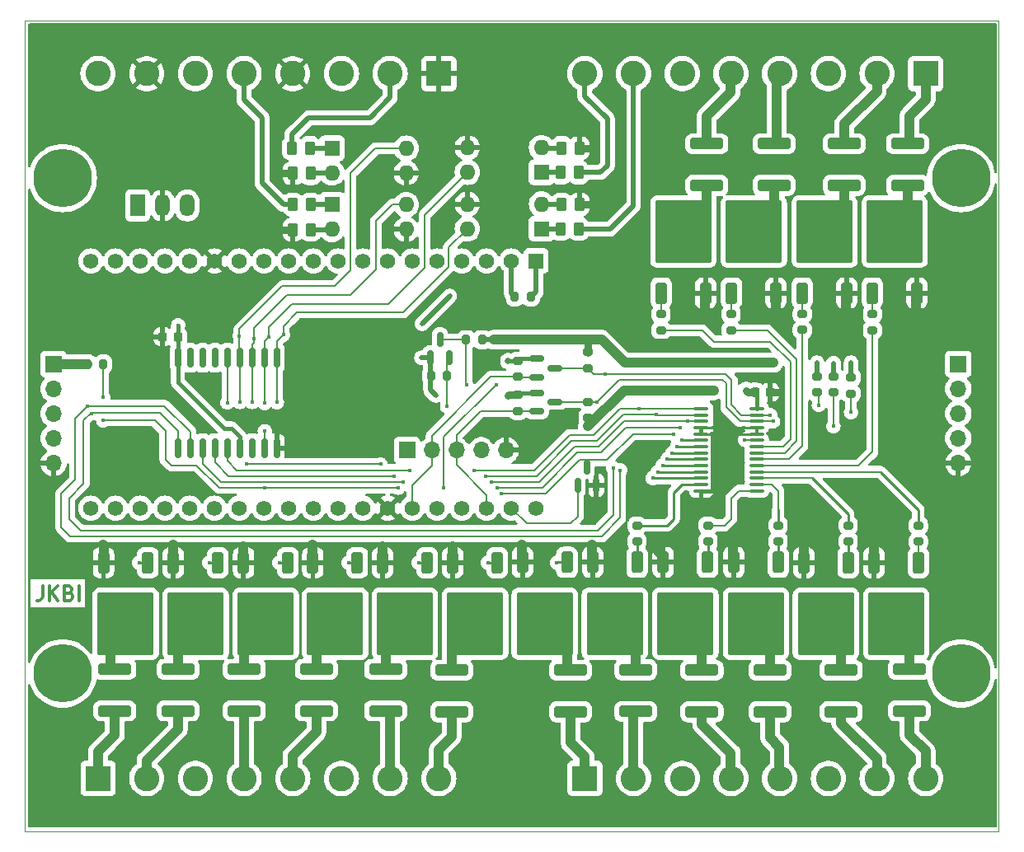
<source format=gbr>
%TF.GenerationSoftware,KiCad,Pcbnew,8.0.0*%
%TF.CreationDate,2024-09-08T09:34:35+02:00*%
%TF.ProjectId,led_stairs_controller,6c65645f-7374-4616-9972-735f636f6e74,V0.4*%
%TF.SameCoordinates,Original*%
%TF.FileFunction,Copper,L1,Top*%
%TF.FilePolarity,Positive*%
%FSLAX46Y46*%
G04 Gerber Fmt 4.6, Leading zero omitted, Abs format (unit mm)*
G04 Created by KiCad (PCBNEW 8.0.0) date 2024-09-08 09:34:35*
%MOMM*%
%LPD*%
G01*
G04 APERTURE LIST*
G04 Aperture macros list*
%AMRoundRect*
0 Rectangle with rounded corners*
0 $1 Rounding radius*
0 $2 $3 $4 $5 $6 $7 $8 $9 X,Y pos of 4 corners*
0 Add a 4 corners polygon primitive as box body*
4,1,4,$2,$3,$4,$5,$6,$7,$8,$9,$2,$3,0*
0 Add four circle primitives for the rounded corners*
1,1,$1+$1,$2,$3*
1,1,$1+$1,$4,$5*
1,1,$1+$1,$6,$7*
1,1,$1+$1,$8,$9*
0 Add four rect primitives between the rounded corners*
20,1,$1+$1,$2,$3,$4,$5,0*
20,1,$1+$1,$4,$5,$6,$7,0*
20,1,$1+$1,$6,$7,$8,$9,0*
20,1,$1+$1,$8,$9,$2,$3,0*%
G04 Aperture macros list end*
%ADD10C,0.300000*%
%TA.AperFunction,NonConductor*%
%ADD11C,0.300000*%
%TD*%
%TA.AperFunction,SMDPad,CuDef*%
%ADD12RoundRect,0.200000X-0.275000X0.200000X-0.275000X-0.200000X0.275000X-0.200000X0.275000X0.200000X0*%
%TD*%
%TA.AperFunction,SMDPad,CuDef*%
%ADD13RoundRect,0.200000X0.275000X-0.200000X0.275000X0.200000X-0.275000X0.200000X-0.275000X-0.200000X0*%
%TD*%
%TA.AperFunction,SMDPad,CuDef*%
%ADD14RoundRect,0.100000X-0.637500X-0.100000X0.637500X-0.100000X0.637500X0.100000X-0.637500X0.100000X0*%
%TD*%
%TA.AperFunction,SMDPad,CuDef*%
%ADD15RoundRect,0.250000X1.450000X-0.312500X1.450000X0.312500X-1.450000X0.312500X-1.450000X-0.312500X0*%
%TD*%
%TA.AperFunction,SMDPad,CuDef*%
%ADD16RoundRect,0.250000X-0.262500X-0.450000X0.262500X-0.450000X0.262500X0.450000X-0.262500X0.450000X0*%
%TD*%
%TA.AperFunction,ComponentPad*%
%ADD17R,1.600000X1.600000*%
%TD*%
%TA.AperFunction,ComponentPad*%
%ADD18O,1.600000X1.600000*%
%TD*%
%TA.AperFunction,SMDPad,CuDef*%
%ADD19RoundRect,0.250000X-1.450000X0.312500X-1.450000X-0.312500X1.450000X-0.312500X1.450000X0.312500X0*%
%TD*%
%TA.AperFunction,SMDPad,CuDef*%
%ADD20RoundRect,0.250000X-0.350000X0.850000X-0.350000X-0.850000X0.350000X-0.850000X0.350000X0.850000X0*%
%TD*%
%TA.AperFunction,SMDPad,CuDef*%
%ADD21RoundRect,0.250000X-1.125000X1.275000X-1.125000X-1.275000X1.125000X-1.275000X1.125000X1.275000X0*%
%TD*%
%TA.AperFunction,SMDPad,CuDef*%
%ADD22RoundRect,0.249997X-2.650003X2.950003X-2.650003X-2.950003X2.650003X-2.950003X2.650003X2.950003X0*%
%TD*%
%TA.AperFunction,SMDPad,CuDef*%
%ADD23RoundRect,0.225000X-0.225000X-0.250000X0.225000X-0.250000X0.225000X0.250000X-0.225000X0.250000X0*%
%TD*%
%TA.AperFunction,ComponentPad*%
%ADD24R,1.700000X1.700000*%
%TD*%
%TA.AperFunction,ComponentPad*%
%ADD25O,1.700000X1.700000*%
%TD*%
%TA.AperFunction,SMDPad,CuDef*%
%ADD26RoundRect,0.200000X-0.200000X-0.275000X0.200000X-0.275000X0.200000X0.275000X-0.200000X0.275000X0*%
%TD*%
%TA.AperFunction,SMDPad,CuDef*%
%ADD27RoundRect,0.250000X0.350000X-0.850000X0.350000X0.850000X-0.350000X0.850000X-0.350000X-0.850000X0*%
%TD*%
%TA.AperFunction,SMDPad,CuDef*%
%ADD28RoundRect,0.250000X1.125000X-1.275000X1.125000X1.275000X-1.125000X1.275000X-1.125000X-1.275000X0*%
%TD*%
%TA.AperFunction,SMDPad,CuDef*%
%ADD29RoundRect,0.249997X2.650003X-2.950003X2.650003X2.950003X-2.650003X2.950003X-2.650003X-2.950003X0*%
%TD*%
%TA.AperFunction,SMDPad,CuDef*%
%ADD30RoundRect,0.150000X-0.587500X-0.150000X0.587500X-0.150000X0.587500X0.150000X-0.587500X0.150000X0*%
%TD*%
%TA.AperFunction,SMDPad,CuDef*%
%ADD31RoundRect,0.200000X0.200000X0.275000X-0.200000X0.275000X-0.200000X-0.275000X0.200000X-0.275000X0*%
%TD*%
%TA.AperFunction,SMDPad,CuDef*%
%ADD32RoundRect,0.150000X0.150000X-0.587500X0.150000X0.587500X-0.150000X0.587500X-0.150000X-0.587500X0*%
%TD*%
%TA.AperFunction,SMDPad,CuDef*%
%ADD33RoundRect,0.250000X0.262500X0.450000X-0.262500X0.450000X-0.262500X-0.450000X0.262500X-0.450000X0*%
%TD*%
%TA.AperFunction,ComponentPad*%
%ADD34R,2.600000X2.600000*%
%TD*%
%TA.AperFunction,ComponentPad*%
%ADD35C,2.600000*%
%TD*%
%TA.AperFunction,ComponentPad*%
%ADD36C,6.000000*%
%TD*%
%TA.AperFunction,ComponentPad*%
%ADD37R,1.500000X2.300000*%
%TD*%
%TA.AperFunction,ComponentPad*%
%ADD38O,1.500000X2.300000*%
%TD*%
%TA.AperFunction,SMDPad,CuDef*%
%ADD39RoundRect,0.150000X0.150000X-0.875000X0.150000X0.875000X-0.150000X0.875000X-0.150000X-0.875000X0*%
%TD*%
%TA.AperFunction,ComponentPad*%
%ADD40R,1.560000X1.560000*%
%TD*%
%TA.AperFunction,ComponentPad*%
%ADD41C,1.560000*%
%TD*%
%TA.AperFunction,ViaPad*%
%ADD42C,0.450000*%
%TD*%
%TA.AperFunction,ViaPad*%
%ADD43C,0.650000*%
%TD*%
%TA.AperFunction,ViaPad*%
%ADD44C,0.800000*%
%TD*%
%TA.AperFunction,Conductor*%
%ADD45C,0.500000*%
%TD*%
%TA.AperFunction,Conductor*%
%ADD46C,0.200000*%
%TD*%
%TA.AperFunction,Conductor*%
%ADD47C,1.000000*%
%TD*%
%TA.AperFunction,Conductor*%
%ADD48C,0.250000*%
%TD*%
%TA.AperFunction,Conductor*%
%ADD49C,0.750000*%
%TD*%
%TA.AperFunction,Conductor*%
%ADD50C,0.400000*%
%TD*%
%TA.AperFunction,Profile*%
%ADD51C,0.120000*%
%TD*%
G04 APERTURE END LIST*
D10*
D11*
X102983082Y-113800828D02*
X102983082Y-114872257D01*
X102983082Y-114872257D02*
X102911653Y-115086542D01*
X102911653Y-115086542D02*
X102768796Y-115229400D01*
X102768796Y-115229400D02*
X102554510Y-115300828D01*
X102554510Y-115300828D02*
X102411653Y-115300828D01*
X103697367Y-115300828D02*
X103697367Y-113800828D01*
X104554510Y-115300828D02*
X103911653Y-114443685D01*
X104554510Y-113800828D02*
X103697367Y-114657971D01*
X105697367Y-114515114D02*
X105911653Y-114586542D01*
X105911653Y-114586542D02*
X105983082Y-114657971D01*
X105983082Y-114657971D02*
X106054510Y-114800828D01*
X106054510Y-114800828D02*
X106054510Y-115015114D01*
X106054510Y-115015114D02*
X105983082Y-115157971D01*
X105983082Y-115157971D02*
X105911653Y-115229400D01*
X105911653Y-115229400D02*
X105768796Y-115300828D01*
X105768796Y-115300828D02*
X105197367Y-115300828D01*
X105197367Y-115300828D02*
X105197367Y-113800828D01*
X105197367Y-113800828D02*
X105697367Y-113800828D01*
X105697367Y-113800828D02*
X105840225Y-113872257D01*
X105840225Y-113872257D02*
X105911653Y-113943685D01*
X105911653Y-113943685D02*
X105983082Y-114086542D01*
X105983082Y-114086542D02*
X105983082Y-114229400D01*
X105983082Y-114229400D02*
X105911653Y-114372257D01*
X105911653Y-114372257D02*
X105840225Y-114443685D01*
X105840225Y-114443685D02*
X105697367Y-114515114D01*
X105697367Y-114515114D02*
X105197367Y-114515114D01*
X106697367Y-115300828D02*
X106697367Y-113800828D01*
D12*
%TO.P,R8,1*%
%TO.N,/LED8*%
X164020000Y-107575000D03*
%TO.P,R8,2*%
%TO.N,Net-(Q8-G)*%
X164020000Y-109225000D03*
%TD*%
D13*
%TO.P,R16,1*%
%TO.N,/LED16*%
X166500000Y-87525000D03*
%TO.P,R16,2*%
%TO.N,Net-(Q16-G)*%
X166500000Y-85875000D03*
%TD*%
D14*
%TO.P,U1,1,A0*%
%TO.N,/A0*%
X170600000Y-95575000D03*
%TO.P,U1,2,A1*%
%TO.N,/A1*%
X170600000Y-96225000D03*
%TO.P,U1,3,A2*%
%TO.N,/A2*%
X170600000Y-96875000D03*
%TO.P,U1,4,A3*%
%TO.N,GND*%
X170600000Y-97525000D03*
%TO.P,U1,5,A4*%
X170600000Y-98175000D03*
%TO.P,U1,6,LED0*%
%TO.N,/LED1*%
X170600000Y-98825000D03*
%TO.P,U1,7,LED1*%
%TO.N,/LED2*%
X170600000Y-99475000D03*
%TO.P,U1,8,LED2*%
%TO.N,/LED3*%
X170600000Y-100125000D03*
%TO.P,U1,9,LED3*%
%TO.N,/LED4*%
X170600000Y-100775000D03*
%TO.P,U1,10,LED4*%
%TO.N,/LED5*%
X170600000Y-101425000D03*
%TO.P,U1,11,LED5*%
%TO.N,/LED6*%
X170600000Y-102075000D03*
%TO.P,U1,12,LED6*%
%TO.N,/LED7*%
X170600000Y-102725000D03*
%TO.P,U1,13,LED7*%
%TO.N,/LED8*%
X170600000Y-103375000D03*
%TO.P,U1,14,VSS*%
%TO.N,GND*%
X170600000Y-104025000D03*
%TO.P,U1,15,LED8*%
%TO.N,/LED9*%
X176325000Y-104025000D03*
%TO.P,U1,16,LED9*%
%TO.N,/LED10*%
X176325000Y-103375000D03*
%TO.P,U1,17,LED10*%
%TO.N,/LED11*%
X176325000Y-102725000D03*
%TO.P,U1,18,LED11*%
%TO.N,/LED12*%
X176325000Y-102075000D03*
%TO.P,U1,19,LED12*%
%TO.N,/LED13*%
X176325000Y-101425000D03*
%TO.P,U1,20,LED13*%
%TO.N,/LED14*%
X176325000Y-100775000D03*
%TO.P,U1,21,LED14*%
%TO.N,/LED15*%
X176325000Y-100125000D03*
%TO.P,U1,22,LED15*%
%TO.N,/LED16*%
X176325000Y-99475000D03*
%TO.P,U1,23,~{OE}*%
%TO.N,/nOE*%
X176325000Y-98825000D03*
%TO.P,U1,24,A5*%
%TO.N,GND*%
X176325000Y-98175000D03*
%TO.P,U1,25,A6*%
X176325000Y-97525000D03*
%TO.P,U1,26,SCL*%
%TO.N,/SCL_H*%
X176325000Y-96875000D03*
%TO.P,U1,27,SDA*%
%TO.N,/SDA_H*%
X176325000Y-96225000D03*
%TO.P,U1,28,VDD*%
%TO.N,+5V*%
X176325000Y-95575000D03*
%TD*%
D15*
%TO.P,F15,1*%
%TO.N,Net-(Q15-D)*%
X178100000Y-72637500D03*
%TO.P,F15,2*%
%TO.N,/LED15_OUT*%
X178100000Y-68362500D03*
%TD*%
D16*
%TO.P,R36,1*%
%TO.N,GND*%
X128687500Y-77200000D03*
%TO.P,R36,2*%
%TO.N,Net-(R36-Pad2)*%
X130512500Y-77200000D03*
%TD*%
D17*
%TO.P,U6,1*%
%TO.N,Net-(R28-Pad2)*%
X154220000Y-71300000D03*
D18*
%TO.P,U6,2*%
%TO.N,Net-(R38-Pad2)*%
X154220000Y-68760000D03*
%TO.P,U6,3*%
%TO.N,GND*%
X146600000Y-68760000D03*
%TO.P,U6,4*%
%TO.N,/IN3_L*%
X146600000Y-71300000D03*
%TD*%
D17*
%TO.P,U5,1*%
%TO.N,Net-(R25-Pad2)*%
X132700000Y-74625000D03*
D18*
%TO.P,U5,2*%
%TO.N,Net-(R36-Pad2)*%
X132700000Y-77165000D03*
%TO.P,U5,3*%
%TO.N,GND*%
X140320000Y-77165000D03*
%TO.P,U5,4*%
%TO.N,/IN2_L*%
X140320000Y-74625000D03*
%TD*%
D19*
%TO.P,F2,1*%
%TO.N,Net-(Q2-D)*%
X116900000Y-122362500D03*
%TO.P,F2,2*%
%TO.N,/LED2_OUT*%
X116900000Y-126637500D03*
%TD*%
D12*
%TO.P,R9,1*%
%TO.N,/LED9*%
X171320000Y-107575000D03*
%TO.P,R9,2*%
%TO.N,Net-(Q9-G)*%
X171320000Y-109225000D03*
%TD*%
D20*
%TO.P,Q1,1,G*%
%TO.N,Net-(Q1-G)*%
X113800000Y-111400000D03*
D21*
%TO.P,Q1,2,D*%
%TO.N,Net-(Q1-D)*%
X113045000Y-116025000D03*
X109995000Y-116025000D03*
D22*
X111520000Y-117700000D03*
D21*
X113045000Y-119375000D03*
X109995000Y-119375000D03*
D20*
%TO.P,Q1,3,S*%
%TO.N,GND*%
X109240000Y-111400000D03*
%TD*%
D13*
%TO.P,R15,1*%
%TO.N,/LED15*%
X173700000Y-87525000D03*
%TO.P,R15,2*%
%TO.N,Net-(Q15-G)*%
X173700000Y-85875000D03*
%TD*%
D20*
%TO.P,Q8,1,G*%
%TO.N,Net-(Q8-G)*%
X164025000Y-111375000D03*
D21*
%TO.P,Q8,2,D*%
%TO.N,Net-(Q8-D)*%
X163270000Y-116000000D03*
X160220000Y-116000000D03*
D22*
X161745000Y-117675000D03*
D21*
X163270000Y-119350000D03*
X160220000Y-119350000D03*
D20*
%TO.P,Q8,3,S*%
%TO.N,GND*%
X159465000Y-111375000D03*
%TD*%
%TO.P,Q6,1,G*%
%TO.N,Net-(Q6-G)*%
X149680000Y-111400000D03*
D21*
%TO.P,Q6,2,D*%
%TO.N,Net-(Q6-D)*%
X148925000Y-116025000D03*
X145875000Y-116025000D03*
D22*
X147400000Y-117700000D03*
D21*
X148925000Y-119375000D03*
X145875000Y-119375000D03*
D20*
%TO.P,Q6,3,S*%
%TO.N,GND*%
X145120000Y-111400000D03*
%TD*%
D19*
%TO.P,F5,1*%
%TO.N,Net-(Q5-D)*%
X138200000Y-122362500D03*
%TO.P,F5,2*%
%TO.N,/LED5_OUT*%
X138200000Y-126637500D03*
%TD*%
D20*
%TO.P,Q10,1,G*%
%TO.N,Net-(Q10-G)*%
X178525000Y-111375000D03*
D21*
%TO.P,Q10,2,D*%
%TO.N,Net-(Q10-D)*%
X177770000Y-116000000D03*
X174720000Y-116000000D03*
D22*
X176245000Y-117675000D03*
D21*
X177770000Y-119350000D03*
X174720000Y-119350000D03*
D20*
%TO.P,Q10,3,S*%
%TO.N,GND*%
X173965000Y-111375000D03*
%TD*%
D19*
%TO.P,F12,1*%
%TO.N,Net-(Q12-D)*%
X192000000Y-122362500D03*
%TO.P,F12,2*%
%TO.N,/LED12_OUT*%
X192000000Y-126637500D03*
%TD*%
D12*
%TO.P,R19,1*%
%TO.N,+3.3V*%
X151800000Y-94175000D03*
%TO.P,R19,2*%
%TO.N,/SCL_L*%
X151800000Y-95825000D03*
%TD*%
D23*
%TO.P,C3,1*%
%TO.N,GND*%
X115325000Y-88200000D03*
%TO.P,C3,2*%
%TO.N,+5V*%
X116875000Y-88200000D03*
%TD*%
D24*
%TO.P,J3,1,Pin_1*%
%TO.N,+5V*%
X197025000Y-91000000D03*
D25*
%TO.P,J3,2,Pin_2*%
%TO.N,/SDA_H*%
X197025000Y-93540000D03*
%TO.P,J3,3,Pin_3*%
%TO.N,/SCL_H*%
X197025000Y-96080000D03*
%TO.P,J3,4,Pin_4*%
%TO.N,/INT_H*%
X197025000Y-98620000D03*
%TO.P,J3,5,Pin_5*%
%TO.N,GND*%
X197025000Y-101160000D03*
%TD*%
D26*
%TO.P,R17,1*%
%TO.N,Net-(U2-EN)*%
X151475000Y-84100000D03*
%TO.P,R17,2*%
%TO.N,+3.3V*%
X153125000Y-84100000D03*
%TD*%
D20*
%TO.P,Q3,1,G*%
%TO.N,Net-(Q3-G)*%
X128180000Y-111400000D03*
D21*
%TO.P,Q3,2,D*%
%TO.N,Net-(Q3-D)*%
X127425000Y-116025000D03*
X124375000Y-116025000D03*
D22*
X125900000Y-117700000D03*
D21*
X127425000Y-119375000D03*
X124375000Y-119375000D03*
D20*
%TO.P,Q3,3,S*%
%TO.N,GND*%
X123620000Y-111400000D03*
%TD*%
D15*
%TO.P,F16,1*%
%TO.N,Net-(Q16-D)*%
X171200000Y-72637500D03*
%TO.P,F16,2*%
%TO.N,/LED16_OUT*%
X171200000Y-68362500D03*
%TD*%
D12*
%TO.P,R31,1*%
%TO.N,+5V*%
X186000000Y-92375000D03*
%TO.P,R31,2*%
%TO.N,/SCL_H*%
X186000000Y-94025000D03*
%TD*%
D19*
%TO.P,F8,1*%
%TO.N,Net-(Q8-D)*%
X163900000Y-122425000D03*
%TO.P,F8,2*%
%TO.N,/LED8_OUT*%
X163900000Y-126700000D03*
%TD*%
D27*
%TO.P,Q16,1,G*%
%TO.N,Net-(Q16-G)*%
X166500000Y-83700000D03*
D28*
%TO.P,Q16,2,D*%
%TO.N,Net-(Q16-D)*%
X167255000Y-79075000D03*
X170305000Y-79075000D03*
D29*
X168780000Y-77400000D03*
D28*
X167255000Y-75725000D03*
X170305000Y-75725000D03*
D27*
%TO.P,Q16,3,S*%
%TO.N,GND*%
X171060000Y-83700000D03*
%TD*%
D30*
%TO.P,Q18,1,G*%
%TO.N,+3.3V*%
X153725000Y-90450000D03*
%TO.P,Q18,2,S*%
%TO.N,/SDA_L*%
X153725000Y-92350000D03*
%TO.P,Q18,3,D*%
%TO.N,/SDA_H*%
X155600000Y-91400000D03*
%TD*%
D19*
%TO.P,F9,1*%
%TO.N,Net-(Q9-D)*%
X170700000Y-122462500D03*
%TO.P,F9,2*%
%TO.N,/LED9_OUT*%
X170700000Y-126737500D03*
%TD*%
D16*
%TO.P,R37,1*%
%TO.N,GND*%
X128687500Y-71400000D03*
%TO.P,R37,2*%
%TO.N,Net-(R37-Pad2)*%
X130512500Y-71400000D03*
%TD*%
D12*
%TO.P,R12,1*%
%TO.N,/LED12*%
X192920000Y-107600000D03*
%TO.P,R12,2*%
%TO.N,Net-(Q12-G)*%
X192920000Y-109250000D03*
%TD*%
%TO.P,R10,1*%
%TO.N,/LED10*%
X178520000Y-107575000D03*
%TO.P,R10,2*%
%TO.N,Net-(Q10-G)*%
X178520000Y-109225000D03*
%TD*%
D31*
%TO.P,R35,1*%
%TO.N,+5V*%
X148125000Y-88500000D03*
%TO.P,R35,2*%
%TO.N,/INT_H*%
X146475000Y-88500000D03*
%TD*%
D15*
%TO.P,F13,1*%
%TO.N,Net-(Q13-D)*%
X191800000Y-72637500D03*
%TO.P,F13,2*%
%TO.N,/LED13_OUT*%
X191800000Y-68362500D03*
%TD*%
%TO.P,F14,1*%
%TO.N,Net-(Q14-D)*%
X185300000Y-72637500D03*
%TO.P,F14,2*%
%TO.N,/LED14_OUT*%
X185300000Y-68362500D03*
%TD*%
D13*
%TO.P,R18,1*%
%TO.N,+5V*%
X159000000Y-96525000D03*
%TO.P,R18,2*%
%TO.N,/SCL_H*%
X159000000Y-94875000D03*
%TD*%
D24*
%TO.P,J2,1,Pin_1*%
%TO.N,+3.3V*%
X140400000Y-99860000D03*
D25*
%TO.P,J2,2,Pin_2*%
%TO.N,/SDA_L*%
X142940000Y-99860000D03*
%TO.P,J2,3,Pin_3*%
%TO.N,/SCL_L*%
X145480000Y-99860000D03*
%TO.P,J2,4,Pin_4*%
%TO.N,/INT_L*%
X148020000Y-99860000D03*
%TO.P,J2,5,Pin_5*%
%TO.N,GND*%
X150560000Y-99860000D03*
%TD*%
D27*
%TO.P,Q15,1,G*%
%TO.N,Net-(Q15-G)*%
X173740000Y-83700000D03*
D28*
%TO.P,Q15,2,D*%
%TO.N,Net-(Q15-D)*%
X174495000Y-79075000D03*
X177545000Y-79075000D03*
D29*
X176020000Y-77400000D03*
D28*
X174495000Y-75725000D03*
X177545000Y-75725000D03*
D27*
%TO.P,Q15,3,S*%
%TO.N,GND*%
X178300000Y-83700000D03*
%TD*%
D23*
%TO.P,C1,1*%
%TO.N,+5V*%
X176125000Y-93900000D03*
%TO.P,C1,2*%
%TO.N,GND*%
X177675000Y-93900000D03*
%TD*%
D32*
%TO.P,Q20,1,G*%
%TO.N,+3.3V*%
X142837500Y-90350000D03*
%TO.P,Q20,2,S*%
%TO.N,/INT_L*%
X144737500Y-90350000D03*
%TO.P,Q20,3,D*%
%TO.N,/INT_H*%
X143787500Y-88475000D03*
%TD*%
D33*
%TO.P,R38,1*%
%TO.N,GND*%
X158112500Y-68800000D03*
%TO.P,R38,2*%
%TO.N,Net-(R38-Pad2)*%
X156287500Y-68800000D03*
%TD*%
D26*
%TO.P,R34,1*%
%TO.N,+3.3V*%
X142875000Y-92200000D03*
%TO.P,R34,2*%
%TO.N,/INT_L*%
X144525000Y-92200000D03*
%TD*%
D20*
%TO.P,Q2,1,G*%
%TO.N,Net-(Q2-G)*%
X120980000Y-111400000D03*
D21*
%TO.P,Q2,2,D*%
%TO.N,Net-(Q2-D)*%
X120225000Y-116025000D03*
X117175000Y-116025000D03*
D22*
X118700000Y-117700000D03*
D21*
X120225000Y-119375000D03*
X117175000Y-119375000D03*
D20*
%TO.P,Q2,3,S*%
%TO.N,GND*%
X116420000Y-111400000D03*
%TD*%
D34*
%TO.P,MOD1,A1,A1*%
%TO.N,/LED1_OUT*%
X108675000Y-133580000D03*
D35*
%TO.P,MOD1,A2,A2*%
%TO.N,/LED2_OUT*%
X113675000Y-133580000D03*
%TO.P,MOD1,A3,A3*%
%TO.N,VBUS*%
X118675000Y-133580000D03*
%TO.P,MOD1,A4,A4*%
%TO.N,/LED3_OUT*%
X123675000Y-133580000D03*
%TO.P,MOD1,A5,A5*%
%TO.N,/LED4_OUT*%
X128675000Y-133580000D03*
%TO.P,MOD1,A6,A6*%
%TO.N,VBUS*%
X133675000Y-133580000D03*
%TO.P,MOD1,A7,A7*%
%TO.N,/LED5_OUT*%
X138675000Y-133580000D03*
%TO.P,MOD1,A8,A8*%
%TO.N,/LED6_OUT*%
X143675000Y-133580000D03*
D34*
%TO.P,MOD1,B1,B1*%
%TO.N,/LED7_OUT*%
X158675000Y-133580000D03*
D35*
%TO.P,MOD1,B2,B2*%
%TO.N,/LED8_OUT*%
X163675000Y-133580000D03*
%TO.P,MOD1,B3,B3*%
%TO.N,VBUS*%
X168675000Y-133580000D03*
%TO.P,MOD1,B4,B4*%
%TO.N,/LED9_OUT*%
X173675000Y-133580000D03*
%TO.P,MOD1,B5,B5*%
%TO.N,/LED10_OUT*%
X178675000Y-133580000D03*
%TO.P,MOD1,B6,B6*%
%TO.N,VBUS*%
X183675000Y-133580000D03*
%TO.P,MOD1,B7,B7*%
%TO.N,/LED11_OUT*%
X188675000Y-133580000D03*
%TO.P,MOD1,B8,B8*%
%TO.N,/LED12_OUT*%
X193675000Y-133580000D03*
D34*
%TO.P,MOD1,C1,C1*%
%TO.N,/LED13_OUT*%
X193675000Y-61160000D03*
D35*
%TO.P,MOD1,C2,C2*%
%TO.N,/LED14_OUT*%
X188675000Y-61160000D03*
%TO.P,MOD1,C3,C3*%
%TO.N,VBUS*%
X183675000Y-61160000D03*
%TO.P,MOD1,C4,C4*%
%TO.N,/LED15_OUT*%
X178675000Y-61160000D03*
%TO.P,MOD1,C5,C5*%
%TO.N,/LED16_OUT*%
X173675000Y-61160000D03*
%TO.P,MOD1,C6,C6*%
%TO.N,VBUS*%
X168675000Y-61160000D03*
%TO.P,MOD1,C7,C7*%
%TO.N,/IN4_H*%
X163675000Y-61160000D03*
%TO.P,MOD1,C8,C8*%
%TO.N,/IN3_H*%
X158675000Y-61160000D03*
D34*
%TO.P,MOD1,D1,D1*%
%TO.N,GND*%
X143675000Y-61160000D03*
D35*
%TO.P,MOD1,D2,D2*%
%TO.N,/IN1_H*%
X138675000Y-61160000D03*
%TO.P,MOD1,D3,D3*%
%TO.N,VBUS*%
X133675000Y-61160000D03*
%TO.P,MOD1,D4,D4*%
%TO.N,GND*%
X128675000Y-61160000D03*
%TO.P,MOD1,D5,D5*%
%TO.N,/IN2_H*%
X123675000Y-61160000D03*
%TO.P,MOD1,D6,D6*%
%TO.N,VBUS*%
X118675000Y-61160000D03*
%TO.P,MOD1,D7,D7*%
%TO.N,GND*%
X113675000Y-61160000D03*
%TO.P,MOD1,D8,D8*%
%TO.N,VBUS*%
X108675000Y-61160000D03*
D36*
%TO.P,MOD1,MH1*%
%TO.N,N/C*%
X105050000Y-71900000D03*
%TO.P,MOD1,MH2*%
X197300000Y-71900000D03*
%TO.P,MOD1,MH3*%
X105050000Y-122800000D03*
%TO.P,MOD1,MH4*%
X197300000Y-122800000D03*
%TD*%
D13*
%TO.P,R14,1*%
%TO.N,/LED14*%
X181000000Y-87500000D03*
%TO.P,R14,2*%
%TO.N,Net-(Q14-G)*%
X181000000Y-85850000D03*
%TD*%
D33*
%TO.P,R29,1*%
%TO.N,/IN4_H*%
X158032500Y-77125000D03*
%TO.P,R29,2*%
%TO.N,Net-(R29-Pad2)*%
X156207500Y-77125000D03*
%TD*%
D20*
%TO.P,Q4,1,G*%
%TO.N,Net-(Q4-G)*%
X135300000Y-111400000D03*
D21*
%TO.P,Q4,2,D*%
%TO.N,Net-(Q4-D)*%
X134545000Y-116025000D03*
X131495000Y-116025000D03*
D22*
X133020000Y-117700000D03*
D21*
X134545000Y-119375000D03*
X131495000Y-119375000D03*
D20*
%TO.P,Q4,3,S*%
%TO.N,GND*%
X130740000Y-111400000D03*
%TD*%
%TO.P,Q11,1,G*%
%TO.N,Net-(Q11-G)*%
X185700000Y-111400000D03*
D21*
%TO.P,Q11,2,D*%
%TO.N,Net-(Q11-D)*%
X184945000Y-116025000D03*
X181895000Y-116025000D03*
D22*
X183420000Y-117700000D03*
D21*
X184945000Y-119375000D03*
X181895000Y-119375000D03*
D20*
%TO.P,Q11,3,S*%
%TO.N,GND*%
X181140000Y-111400000D03*
%TD*%
D12*
%TO.P,R20,1*%
%TO.N,+3.3V*%
X151800000Y-90675000D03*
%TO.P,R20,2*%
%TO.N,/SDA_L*%
X151800000Y-92325000D03*
%TD*%
D16*
%TO.P,R24,1*%
%TO.N,/IN1_H*%
X128587500Y-68800000D03*
%TO.P,R24,2*%
%TO.N,Net-(R24-Pad2)*%
X130412500Y-68800000D03*
%TD*%
D24*
%TO.P,J1,1,Pin_1*%
%TO.N,+5V*%
X104100000Y-91000000D03*
D25*
%TO.P,J1,2,Pin_2*%
%TO.N,/SDA_H*%
X104100000Y-93540000D03*
%TO.P,J1,3,Pin_3*%
%TO.N,/SCL_H*%
X104100000Y-96080000D03*
%TO.P,J1,4,Pin_4*%
%TO.N,/INT_H*%
X104100000Y-98620000D03*
%TO.P,J1,5,Pin_5*%
%TO.N,GND*%
X104100000Y-101160000D03*
%TD*%
D19*
%TO.P,F11,1*%
%TO.N,Net-(Q11-D)*%
X185000000Y-122462500D03*
%TO.P,F11,2*%
%TO.N,/LED11_OUT*%
X185000000Y-126737500D03*
%TD*%
D20*
%TO.P,Q5,1,G*%
%TO.N,Net-(Q5-G)*%
X142480000Y-111400000D03*
D21*
%TO.P,Q5,2,D*%
%TO.N,Net-(Q5-D)*%
X141725000Y-116025000D03*
X138675000Y-116025000D03*
D22*
X140200000Y-117700000D03*
D21*
X141725000Y-119375000D03*
X138675000Y-119375000D03*
D20*
%TO.P,Q5,3,S*%
%TO.N,GND*%
X137920000Y-111400000D03*
%TD*%
D19*
%TO.P,F6,1*%
%TO.N,Net-(Q6-D)*%
X145000000Y-122462500D03*
%TO.P,F6,2*%
%TO.N,/LED6_OUT*%
X145000000Y-126737500D03*
%TD*%
D30*
%TO.P,Q17,1,G*%
%TO.N,+3.3V*%
X153725000Y-93950000D03*
%TO.P,Q17,2,S*%
%TO.N,/SCL_L*%
X153725000Y-95850000D03*
%TO.P,Q17,3,D*%
%TO.N,/SCL_H*%
X155600000Y-94900000D03*
%TD*%
D16*
%TO.P,R25,1*%
%TO.N,/IN2_H*%
X128687500Y-74600000D03*
%TO.P,R25,2*%
%TO.N,Net-(R25-Pad2)*%
X130512500Y-74600000D03*
%TD*%
D32*
%TO.P,Q19,1,G*%
%TO.N,/OE*%
X157937500Y-103437500D03*
%TO.P,Q19,2,S*%
%TO.N,GND*%
X159837500Y-103437500D03*
%TO.P,Q19,3,D*%
%TO.N,/nOE*%
X158887500Y-101562500D03*
%TD*%
D19*
%TO.P,F10,1*%
%TO.N,Net-(Q10-D)*%
X177700000Y-122462500D03*
%TO.P,F10,2*%
%TO.N,/LED10_OUT*%
X177700000Y-126737500D03*
%TD*%
D13*
%TO.P,R13,1*%
%TO.N,/LED13*%
X188200000Y-87525000D03*
%TO.P,R13,2*%
%TO.N,Net-(Q13-G)*%
X188200000Y-85875000D03*
%TD*%
D12*
%TO.P,R32,1*%
%TO.N,+5V*%
X184200000Y-92275000D03*
%TO.P,R32,2*%
%TO.N,/nOE*%
X184200000Y-93925000D03*
%TD*%
D33*
%TO.P,R28,1*%
%TO.N,/IN3_H*%
X158032500Y-71325000D03*
%TO.P,R28,2*%
%TO.N,Net-(R28-Pad2)*%
X156207500Y-71325000D03*
%TD*%
D12*
%TO.P,R30,1*%
%TO.N,+5V*%
X182500000Y-92275000D03*
%TO.P,R30,2*%
%TO.N,/SDA_H*%
X182500000Y-93925000D03*
%TD*%
D20*
%TO.P,Q7,1,G*%
%TO.N,Net-(Q7-G)*%
X156825000Y-111375000D03*
D21*
%TO.P,Q7,2,D*%
%TO.N,Net-(Q7-D)*%
X156070000Y-116000000D03*
X153020000Y-116000000D03*
D22*
X154545000Y-117675000D03*
D21*
X156070000Y-119350000D03*
X153020000Y-119350000D03*
D20*
%TO.P,Q7,3,S*%
%TO.N,GND*%
X152265000Y-111375000D03*
%TD*%
D27*
%TO.P,Q14,1,G*%
%TO.N,Net-(Q14-G)*%
X181000000Y-83700000D03*
D28*
%TO.P,Q14,2,D*%
%TO.N,Net-(Q14-D)*%
X181755000Y-79075000D03*
X184805000Y-79075000D03*
D29*
X183280000Y-77400000D03*
D28*
X181755000Y-75725000D03*
X184805000Y-75725000D03*
D27*
%TO.P,Q14,3,S*%
%TO.N,GND*%
X185560000Y-83700000D03*
%TD*%
D37*
%TO.P,U8,1,IN*%
%TO.N,Net-(U8-IN)*%
X112753000Y-74700000D03*
D38*
%TO.P,U8,2,GND*%
%TO.N,GND*%
X115293000Y-74700000D03*
%TO.P,U8,3,OUT*%
%TO.N,+5V*%
X117833000Y-74700000D03*
%TD*%
D19*
%TO.P,F1,1*%
%TO.N,Net-(Q1-D)*%
X110400000Y-122362500D03*
%TO.P,F1,2*%
%TO.N,/LED1_OUT*%
X110400000Y-126637500D03*
%TD*%
D12*
%TO.P,R11,1*%
%TO.N,/LED11*%
X185720000Y-107575000D03*
%TO.P,R11,2*%
%TO.N,Net-(Q11-G)*%
X185720000Y-109225000D03*
%TD*%
D20*
%TO.P,Q12,1,G*%
%TO.N,Net-(Q12-G)*%
X192925000Y-111400000D03*
D21*
%TO.P,Q12,2,D*%
%TO.N,Net-(Q12-D)*%
X192170000Y-116025000D03*
X189120000Y-116025000D03*
D22*
X190645000Y-117700000D03*
D21*
X192170000Y-119375000D03*
X189120000Y-119375000D03*
D20*
%TO.P,Q12,3,S*%
%TO.N,GND*%
X188365000Y-111400000D03*
%TD*%
D27*
%TO.P,Q13,1,G*%
%TO.N,Net-(Q13-G)*%
X188200000Y-83700000D03*
D28*
%TO.P,Q13,2,D*%
%TO.N,Net-(Q13-D)*%
X188955000Y-79075000D03*
X192005000Y-79075000D03*
D29*
X190480000Y-77400000D03*
D28*
X188955000Y-75725000D03*
X192005000Y-75725000D03*
D27*
%TO.P,Q13,3,S*%
%TO.N,GND*%
X192760000Y-83700000D03*
%TD*%
D26*
%TO.P,R33,1*%
%TO.N,+5V*%
X107575000Y-91000000D03*
%TO.P,R33,2*%
%TO.N,/INT_H*%
X109225000Y-91000000D03*
%TD*%
D19*
%TO.P,F3,1*%
%TO.N,Net-(Q3-D)*%
X123700000Y-122362500D03*
%TO.P,F3,2*%
%TO.N,/LED3_OUT*%
X123700000Y-126637500D03*
%TD*%
%TO.P,F4,1*%
%TO.N,Net-(Q4-D)*%
X131100000Y-122362500D03*
%TO.P,F4,2*%
%TO.N,/LED4_OUT*%
X131100000Y-126637500D03*
%TD*%
D17*
%TO.P,U7,1*%
%TO.N,Net-(R29-Pad2)*%
X154220000Y-77100000D03*
D18*
%TO.P,U7,2*%
%TO.N,Net-(R39-Pad2)*%
X154220000Y-74560000D03*
%TO.P,U7,3*%
%TO.N,GND*%
X146600000Y-74560000D03*
%TO.P,U7,4*%
%TO.N,/IN4_L*%
X146600000Y-77100000D03*
%TD*%
D17*
%TO.P,U3,1*%
%TO.N,Net-(R24-Pad2)*%
X132700000Y-68825000D03*
D18*
%TO.P,U3,2*%
%TO.N,Net-(R37-Pad2)*%
X132700000Y-71365000D03*
%TO.P,U3,3*%
%TO.N,GND*%
X140320000Y-71365000D03*
%TO.P,U3,4*%
%TO.N,/IN1_L*%
X140320000Y-68825000D03*
%TD*%
D39*
%TO.P,U4,1,SCL*%
%TO.N,/SCL_H*%
X116882500Y-99650000D03*
%TO.P,U4,2,SDA*%
%TO.N,/SDA_H*%
X118152500Y-99650000D03*
%TO.P,U4,3,A2*%
%TO.N,/A2*%
X119422500Y-99650000D03*
%TO.P,U4,4,A1*%
%TO.N,/A1*%
X120692500Y-99650000D03*
%TO.P,U4,5,A0*%
%TO.N,/A0*%
X121962500Y-99650000D03*
%TO.P,U4,6,~{RESET}*%
%TO.N,+5V*%
X123232500Y-99650000D03*
%TO.P,U4,7,NC*%
%TO.N,unconnected-(U4-NC-Pad7)*%
X124502500Y-99650000D03*
%TO.P,U4,8,INT*%
%TO.N,/INT_H*%
X125772500Y-99650000D03*
%TO.P,U4,9,VSS*%
%TO.N,GND*%
X127042500Y-99650000D03*
%TO.P,U4,10,GP0*%
%TO.N,/IN4_L*%
X127042500Y-90350000D03*
%TO.P,U4,11,GP1*%
%TO.N,/IN3_L*%
X125772500Y-90350000D03*
%TO.P,U4,12,GP2*%
%TO.N,/IN2_L*%
X124502500Y-90350000D03*
%TO.P,U4,13,GP3*%
%TO.N,/IN1_L*%
X123232500Y-90350000D03*
%TO.P,U4,14,GP4*%
%TO.N,/nOE*%
X121962500Y-90350000D03*
%TO.P,U4,15,GP5*%
%TO.N,unconnected-(U4-GP5-Pad15)*%
X120692500Y-90350000D03*
%TO.P,U4,16,GP6*%
%TO.N,unconnected-(U4-GP6-Pad16)*%
X119422500Y-90350000D03*
%TO.P,U4,17,GP7*%
%TO.N,unconnected-(U4-GP7-Pad17)*%
X118152500Y-90350000D03*
%TO.P,U4,18,VDD*%
%TO.N,+5V*%
X116882500Y-90350000D03*
%TD*%
D33*
%TO.P,R39,1*%
%TO.N,GND*%
X158112500Y-74600000D03*
%TO.P,R39,2*%
%TO.N,Net-(R39-Pad2)*%
X156287500Y-74600000D03*
%TD*%
D19*
%TO.P,F7,1*%
%TO.N,Net-(Q7-D)*%
X157200000Y-122462500D03*
%TO.P,F7,2*%
%TO.N,/LED7_OUT*%
X157200000Y-126737500D03*
%TD*%
D20*
%TO.P,Q9,1,G*%
%TO.N,Net-(Q9-G)*%
X171275000Y-111375000D03*
D21*
%TO.P,Q9,2,D*%
%TO.N,Net-(Q9-D)*%
X170520000Y-116000000D03*
X167470000Y-116000000D03*
D22*
X168995000Y-117675000D03*
D21*
X170520000Y-119350000D03*
X167470000Y-119350000D03*
D20*
%TO.P,Q9,3,S*%
%TO.N,GND*%
X166715000Y-111375000D03*
%TD*%
D12*
%TO.P,R21,1*%
%TO.N,+5V*%
X159000000Y-89775000D03*
%TO.P,R21,2*%
%TO.N,/SDA_H*%
X159000000Y-91425000D03*
%TD*%
D40*
%TO.P,U2,1,3V3*%
%TO.N,+3.3V*%
X153660000Y-80400000D03*
D41*
%TO.P,U2,2,EN*%
%TO.N,Net-(U2-EN)*%
X151120000Y-80400000D03*
%TO.P,U2,3,VP*%
%TO.N,unconnected-(U2-VP-Pad3)*%
X148580000Y-80400000D03*
%TO.P,U2,4,VN*%
%TO.N,unconnected-(U2-VN-Pad4)*%
X146040000Y-80400000D03*
%TO.P,U2,5,34*%
%TO.N,unconnected-(U2-34-Pad5)*%
X143500000Y-80400000D03*
%TO.P,U2,6,35*%
%TO.N,unconnected-(U2-35-Pad6)*%
X140960000Y-80400000D03*
%TO.P,U2,7,32*%
%TO.N,unconnected-(U2-32-Pad7)*%
X138420000Y-80400000D03*
%TO.P,U2,8,33*%
%TO.N,unconnected-(U2-33-Pad8)*%
X135880000Y-80400000D03*
%TO.P,U2,9,25*%
%TO.N,unconnected-(U2-25-Pad9)*%
X133340000Y-80400000D03*
%TO.P,U2,10,26*%
%TO.N,unconnected-(U2-26-Pad10)*%
X130800000Y-80400000D03*
%TO.P,U2,11,27*%
%TO.N,unconnected-(U2-27-Pad11)*%
X128260000Y-80400000D03*
%TO.P,U2,12,14*%
%TO.N,unconnected-(U2-14-Pad12)*%
X125720000Y-80400000D03*
%TO.P,U2,13,12*%
%TO.N,unconnected-(U2-12-Pad13)*%
X123180000Y-80400000D03*
%TO.P,U2,14,GND*%
%TO.N,GND*%
X120640000Y-80400000D03*
%TO.P,U2,15,13*%
%TO.N,unconnected-(U2-13-Pad15)*%
X118100000Y-80400000D03*
%TO.P,U2,16,D2*%
%TO.N,unconnected-(U2-D2-Pad16)*%
X115560000Y-80400000D03*
%TO.P,U2,17,D3*%
%TO.N,unconnected-(U2-D3-Pad17)*%
X113020000Y-80400000D03*
%TO.P,U2,18,CMD*%
%TO.N,unconnected-(U2-CMD-Pad18)*%
X110480000Y-80400000D03*
%TO.P,U2,19,5V*%
%TO.N,+5V*%
X107940000Y-80400000D03*
%TO.P,U2,20,GND__1*%
%TO.N,GND*%
X153660000Y-105800000D03*
%TO.P,U2,21,23*%
%TO.N,/OE*%
X151120000Y-105800000D03*
%TO.P,U2,22,22*%
%TO.N,/SCL_L*%
X148580000Y-105800000D03*
%TO.P,U2,23,TX*%
%TO.N,unconnected-(U2-TX-Pad23)*%
X146040000Y-105800000D03*
%TO.P,U2,24,RX*%
%TO.N,unconnected-(U2-RX-Pad24)*%
X143500000Y-105800000D03*
%TO.P,U2,25,21*%
%TO.N,/SDA_L*%
X140960000Y-105800000D03*
%TO.P,U2,26,GND__2*%
%TO.N,GND*%
X138420000Y-105800000D03*
%TO.P,U2,27,19*%
%TO.N,Net-(JP8-A)*%
X135880000Y-105800000D03*
%TO.P,U2,28,18*%
%TO.N,Net-(JP7-B)*%
X133340000Y-105800000D03*
%TO.P,U2,29,5*%
%TO.N,unconnected-(U2-5-Pad29)*%
X130800000Y-105800000D03*
%TO.P,U2,30,17*%
%TO.N,Net-(JP6-B)*%
X128260000Y-105800000D03*
%TO.P,U2,31,16*%
%TO.N,unconnected-(U2-16-Pad31)*%
X125720000Y-105800000D03*
%TO.P,U2,32,4*%
%TO.N,Net-(JP5-B)*%
X123180000Y-105800000D03*
%TO.P,U2,33,0*%
%TO.N,unconnected-(U2-0-Pad33)*%
X120640000Y-105800000D03*
%TO.P,U2,34,2*%
%TO.N,unconnected-(U2-2-Pad34)*%
X118100000Y-105800000D03*
%TO.P,U2,35,15*%
%TO.N,unconnected-(U2-15-Pad35)*%
X115560000Y-105800000D03*
%TO.P,U2,36,D1*%
%TO.N,unconnected-(U2-D1-Pad36)*%
X113020000Y-105800000D03*
%TO.P,U2,37,D0*%
%TO.N,unconnected-(U2-D0-Pad37)*%
X110480000Y-105800000D03*
%TO.P,U2,38,CLK*%
%TO.N,unconnected-(U2-CLK-Pad38)*%
X107940000Y-105800000D03*
%TD*%
D42*
%TO.N,GND*%
X115300000Y-76500000D03*
X119450000Y-77450000D03*
X104750000Y-80650000D03*
X106150000Y-79150000D03*
X105500000Y-76300000D03*
X101800000Y-80350000D03*
X101750000Y-74050000D03*
X121900000Y-104800000D03*
X103250000Y-86350000D03*
D43*
X106000000Y-82950000D03*
D42*
%TO.N,+5V*%
X141950000Y-86850000D03*
%TO.N,+3.3V*%
X141900000Y-90350000D03*
D44*
%TO.N,GND*%
X159400000Y-109600000D03*
X123600000Y-109700000D03*
D43*
X159300000Y-68800000D03*
D42*
X171742500Y-104000000D03*
D44*
X178320000Y-85500000D03*
D42*
X136800000Y-104500000D03*
X160300000Y-106500000D03*
X103000000Y-129000000D03*
D44*
X188300000Y-109600000D03*
X181100000Y-109600000D03*
X137900000Y-109700000D03*
D42*
X163200000Y-100000000D03*
D44*
X173900000Y-109600000D03*
X152200000Y-109600000D03*
D42*
X163000000Y-107000000D03*
X103000000Y-118000000D03*
D43*
X159300000Y-74600000D03*
D44*
X116400000Y-109600000D03*
D43*
X127500000Y-77200000D03*
X178600000Y-93900000D03*
D44*
X109220000Y-109600000D03*
D42*
X190700000Y-94700000D03*
X160000000Y-101700000D03*
D44*
X185520000Y-85500000D03*
D42*
X147600000Y-92400000D03*
X146000000Y-87200000D03*
X189500000Y-92400000D03*
D44*
X192720000Y-85500000D03*
X130700000Y-109600000D03*
X165540000Y-109600000D03*
D43*
X127500000Y-71400000D03*
D42*
X137000000Y-106800000D03*
X150500000Y-85000000D03*
D44*
X171020000Y-85500000D03*
D42*
X139800000Y-106800000D03*
X147500000Y-83500000D03*
D44*
X145100000Y-109700000D03*
D42*
X175000000Y-97525000D03*
X150500000Y-130500000D03*
%TO.N,+5V*%
X184200000Y-90900000D03*
X116900000Y-87000000D03*
D44*
X149300000Y-88500000D03*
D42*
X186000000Y-90880000D03*
X182500000Y-90880000D03*
X163900000Y-93700000D03*
D43*
X159000000Y-97400000D03*
D42*
X144800000Y-84000000D03*
D43*
X175200000Y-93700000D03*
D44*
X178020000Y-90880000D03*
X159000000Y-88500000D03*
D42*
X167900000Y-93700000D03*
X171900000Y-93700000D03*
%TO.N,/nOE*%
X121962500Y-94962500D03*
X150100000Y-104300000D03*
X123925000Y-101300000D03*
X184200000Y-97400000D03*
X137700000Y-101300000D03*
X167800000Y-98200000D03*
X175100000Y-98800000D03*
%TO.N,/SCL_H*%
X161600000Y-101700000D03*
X107980000Y-96080000D03*
X178000000Y-96900000D03*
X186000000Y-95960000D03*
X159925000Y-94875000D03*
%TO.N,/LED1*%
X168642500Y-98825000D03*
%TO.N,/LED7*%
X165642500Y-102725000D03*
%TO.N,/LED6*%
X166142500Y-102075000D03*
%TO.N,/LED5*%
X166642500Y-101425000D03*
%TO.N,/LED4*%
X167142500Y-100775000D03*
%TO.N,/LED3*%
X167642500Y-100125000D03*
%TO.N,/LED2*%
X168142500Y-99475000D03*
%TO.N,Net-(Q1-G)*%
X112900000Y-111400000D03*
%TO.N,Net-(Q2-G)*%
X120100000Y-111400000D03*
%TO.N,Net-(Q3-G)*%
X127300000Y-111400000D03*
%TO.N,Net-(Q4-G)*%
X134400000Y-111400000D03*
%TO.N,Net-(Q5-G)*%
X141600000Y-111400000D03*
%TO.N,Net-(Q6-G)*%
X148700000Y-111400000D03*
%TO.N,Net-(Q7-G)*%
X155800000Y-111400000D03*
%TO.N,/A0*%
X147300000Y-101900000D03*
X140700000Y-101900000D03*
X164200000Y-95600000D03*
%TO.N,/A1*%
X139100000Y-102500000D03*
X148500000Y-102500000D03*
X166000000Y-96200000D03*
%TO.N,/A2*%
X140000000Y-103100000D03*
X169200000Y-96875000D03*
X149100000Y-103100000D03*
D43*
%TO.N,+3.3V*%
X150800000Y-90700000D03*
X150800000Y-94200000D03*
D42*
X143400000Y-94200000D03*
%TO.N,/SDA_H*%
X107600000Y-95300000D03*
X182700000Y-95212500D03*
X162300000Y-101900000D03*
X177700000Y-96225000D03*
X160775000Y-92000000D03*
%TO.N,/IN2_L*%
X124502500Y-94900000D03*
X124700000Y-88400000D03*
%TO.N,/IN1_L*%
X123200000Y-88100000D03*
X123232500Y-94900000D03*
%TO.N,/IN3_L*%
X126200000Y-88200000D03*
X125772500Y-95000000D03*
%TO.N,/IN4_L*%
X127700000Y-88000000D03*
X127042500Y-94942500D03*
%TO.N,/INT_H*%
X125800000Y-103700000D03*
X144200000Y-103700000D03*
X109210000Y-96800000D03*
X168500000Y-97500000D03*
X149700000Y-103700000D03*
X146500000Y-93100000D03*
X149600000Y-93100000D03*
X125800000Y-97900000D03*
X109210000Y-94440000D03*
X139500000Y-103700000D03*
%TO.N,/INT_L*%
X144525000Y-95325000D03*
%TD*%
D45*
%TO.N,+5V*%
X141950000Y-86850000D02*
X144800000Y-84000000D01*
%TO.N,+3.3V*%
X141900000Y-90350000D02*
X142837500Y-90350000D01*
D46*
%TO.N,/nOE*%
X121962500Y-90350000D02*
X121962500Y-94962500D01*
%TO.N,/IN2_L*%
X124502500Y-94900000D02*
X124502500Y-90350000D01*
%TO.N,/IN1_L*%
X123232500Y-94900000D02*
X123232500Y-90350000D01*
%TO.N,/IN4_L*%
X127042500Y-94942500D02*
X127042500Y-90350000D01*
%TO.N,/IN3_L*%
X125772500Y-95000000D02*
X125772500Y-90350000D01*
D47*
%TO.N,Net-(Q13-D)*%
X191800000Y-72637500D02*
X191800000Y-76080000D01*
X191800000Y-76080000D02*
X190480000Y-77400000D01*
%TO.N,Net-(Q14-D)*%
X185300000Y-72637500D02*
X185300000Y-78580000D01*
X185300000Y-78580000D02*
X184805000Y-79075000D01*
%TO.N,GND*%
X173920000Y-109620000D02*
X173900000Y-109600000D01*
D48*
X170600000Y-97525000D02*
X170600000Y-98175000D01*
D49*
X158112500Y-68800000D02*
X159300000Y-68800000D01*
D47*
X109240000Y-111400000D02*
X109240000Y-109620000D01*
X178300000Y-85480000D02*
X178320000Y-85500000D01*
X166720000Y-110780000D02*
X166720000Y-111400000D01*
D50*
X171717500Y-104025000D02*
X171742500Y-104000000D01*
D47*
X137920000Y-109720000D02*
X137900000Y-109700000D01*
X165540000Y-109600000D02*
X166720000Y-110780000D01*
X185500000Y-83700000D02*
X185500000Y-85480000D01*
X171000000Y-83700000D02*
X171000000Y-85480000D01*
D50*
X170600000Y-104025000D02*
X171717500Y-104025000D01*
D47*
X109240000Y-109620000D02*
X109220000Y-109600000D01*
X123620000Y-109720000D02*
X123600000Y-109700000D01*
X178300000Y-83700000D02*
X178300000Y-85480000D01*
X181120000Y-111400000D02*
X181120000Y-109620000D01*
X116420000Y-111400000D02*
X116420000Y-109620000D01*
X185500000Y-85480000D02*
X185520000Y-85500000D01*
X192700000Y-83700000D02*
X192700000Y-85480000D01*
X159420000Y-111400000D02*
X159420000Y-109620000D01*
X137920000Y-111500000D02*
X137920000Y-109720000D01*
X188320000Y-109620000D02*
X188300000Y-109600000D01*
X171000000Y-85480000D02*
X171020000Y-85500000D01*
X145120000Y-111500000D02*
X145120000Y-109720000D01*
X145120000Y-109720000D02*
X145100000Y-109700000D01*
X123620000Y-111500000D02*
X123620000Y-109720000D01*
D48*
X175000000Y-97525000D02*
X176325000Y-97525000D01*
D50*
X171742500Y-104000000D02*
X171742500Y-98232500D01*
D47*
X130720000Y-109620000D02*
X130700000Y-109600000D01*
D48*
X170600000Y-97525000D02*
X175000000Y-97525000D01*
D47*
X152220000Y-111400000D02*
X152220000Y-109620000D01*
D49*
X128687500Y-77200000D02*
X127500000Y-77200000D01*
D47*
X130720000Y-111400000D02*
X130720000Y-109620000D01*
D48*
X176325000Y-97525000D02*
X176325000Y-98175000D01*
D47*
X116420000Y-109620000D02*
X116400000Y-109600000D01*
D50*
X171742500Y-98232500D02*
X171800000Y-98175000D01*
D48*
X176325000Y-98175000D02*
X171800000Y-98175000D01*
D47*
X159420000Y-109620000D02*
X159400000Y-109600000D01*
X181120000Y-109620000D02*
X181100000Y-109600000D01*
D49*
X177800000Y-93900000D02*
X178600000Y-93900000D01*
D47*
X192700000Y-85480000D02*
X192720000Y-85500000D01*
D48*
X171800000Y-98175000D02*
X170600000Y-98175000D01*
D49*
X158112500Y-74600000D02*
X159300000Y-74600000D01*
D47*
X152220000Y-109620000D02*
X152200000Y-109600000D01*
X173920000Y-111400000D02*
X173920000Y-109620000D01*
X188320000Y-111400000D02*
X188320000Y-109620000D01*
D49*
X128687500Y-71400000D02*
X127500000Y-71400000D01*
D47*
%TO.N,Net-(Q15-D)*%
X178100000Y-78520000D02*
X177545000Y-79075000D01*
X178100000Y-72637500D02*
X178100000Y-78520000D01*
D45*
%TO.N,+5V*%
X182500000Y-90880000D02*
X182500000Y-92275000D01*
D50*
X116875000Y-88200000D02*
X116875000Y-87025000D01*
X122400000Y-97600000D02*
X121600000Y-97600000D01*
D47*
X171900000Y-93700000D02*
X163900000Y-93700000D01*
D49*
X159000000Y-97400000D02*
X159000000Y-96600000D01*
D50*
X116882500Y-90350000D02*
X116882500Y-88207500D01*
D47*
X159000000Y-97400000D02*
X162700000Y-93700000D01*
D50*
X116882500Y-88207500D02*
X116875000Y-88200000D01*
X116875000Y-87025000D02*
X116900000Y-87000000D01*
X121600000Y-97600000D02*
X116882500Y-92882500D01*
D49*
X175400000Y-93900000D02*
X175200000Y-93700000D01*
D45*
X184200000Y-90900000D02*
X184200000Y-92295000D01*
X163900000Y-93700000D02*
X163600000Y-93700000D01*
X148125000Y-88500000D02*
X149300000Y-88500000D01*
D50*
X176325000Y-93975000D02*
X176250000Y-93900000D01*
X116882500Y-92882500D02*
X116882500Y-90350000D01*
D49*
X176200000Y-93900000D02*
X175400000Y-93900000D01*
D47*
X162700000Y-93700000D02*
X163600000Y-93700000D01*
D50*
X176325000Y-95575000D02*
X176325000Y-93975000D01*
D47*
X159000000Y-88500000D02*
X149300000Y-88500000D01*
D45*
X186000000Y-92375000D02*
X186000000Y-90880000D01*
D49*
X159000000Y-89800000D02*
X159000000Y-88500000D01*
D47*
X162780000Y-90880000D02*
X178020000Y-90880000D01*
D50*
X123232500Y-98432500D02*
X122400000Y-97600000D01*
D47*
X160400000Y-88500000D02*
X162780000Y-90880000D01*
D50*
X123232500Y-99650000D02*
X123232500Y-98432500D01*
D47*
X104100000Y-91000000D02*
X107575000Y-91000000D01*
X159000000Y-88500000D02*
X160400000Y-88500000D01*
D46*
%TO.N,/nOE*%
X176325000Y-98825000D02*
X175125000Y-98825000D01*
X160925000Y-100875000D02*
X163600000Y-98200000D01*
X154700000Y-104300000D02*
X158125000Y-100875000D01*
X163600000Y-98200000D02*
X167800000Y-98200000D01*
X184200000Y-93925000D02*
X184200000Y-97400000D01*
X158125000Y-100875000D02*
X160925000Y-100875000D01*
X175125000Y-98825000D02*
X175100000Y-98800000D01*
X137700000Y-101300000D02*
X123925000Y-101300000D01*
X150100000Y-104300000D02*
X154700000Y-104300000D01*
%TO.N,/SCL_L*%
X147975000Y-95825000D02*
X151800000Y-95825000D01*
X148580000Y-104480000D02*
X148580000Y-105800000D01*
X145480000Y-99860000D02*
X145480000Y-101380000D01*
X145480000Y-98320000D02*
X147975000Y-95825000D01*
X145480000Y-101380000D02*
X148580000Y-104480000D01*
X145480000Y-99860000D02*
X145480000Y-98320000D01*
X153725000Y-95850000D02*
X151825000Y-95850000D01*
%TO.N,/SCL_H*%
X107200000Y-103300000D02*
X107200000Y-96800000D01*
X155625000Y-94875000D02*
X155600000Y-94900000D01*
X107970000Y-96030000D02*
X115030000Y-96030000D01*
X161600000Y-101700000D02*
X161600000Y-106500000D01*
X173200000Y-95457500D02*
X173200000Y-93000000D01*
X159000000Y-94875000D02*
X155625000Y-94875000D01*
X105700000Y-104800000D02*
X107200000Y-103300000D01*
X176325000Y-96875000D02*
X177975000Y-96875000D01*
X107200000Y-96800000D02*
X107970000Y-96030000D01*
X174617500Y-96875000D02*
X173200000Y-95457500D01*
X177975000Y-96875000D02*
X178000000Y-96900000D01*
X105700000Y-106900000D02*
X105700000Y-104800000D01*
X159925000Y-94875000D02*
X159000000Y-94875000D01*
X173200000Y-93000000D02*
X172800000Y-92600000D01*
X162200000Y-92600000D02*
X159925000Y-94875000D01*
X106900000Y-108100000D02*
X105700000Y-106900000D01*
X172800000Y-92600000D02*
X162200000Y-92600000D01*
X186000000Y-94025000D02*
X186000000Y-95960000D01*
X161600000Y-106500000D02*
X160000000Y-108100000D01*
X176325000Y-96875000D02*
X174617500Y-96875000D01*
X115030000Y-96030000D02*
X116882500Y-97882500D01*
X116882500Y-97882500D02*
X116882500Y-99650000D01*
X160000000Y-108100000D02*
X106900000Y-108100000D01*
D47*
%TO.N,Net-(Q16-D)*%
X171200000Y-78180000D02*
X170305000Y-79075000D01*
X171200000Y-72637500D02*
X171200000Y-78180000D01*
D48*
%TO.N,/LED1*%
X168642500Y-98825000D02*
X170600000Y-98825000D01*
D46*
%TO.N,/LED15*%
X180400000Y-90500000D02*
X177425000Y-87525000D01*
X176325000Y-100125000D02*
X179175000Y-100125000D01*
X180400000Y-98900000D02*
X180400000Y-90500000D01*
X179175000Y-100125000D02*
X180400000Y-98900000D01*
X177425000Y-87525000D02*
X173700000Y-87525000D01*
%TO.N,/LED14*%
X179625000Y-100775000D02*
X181000000Y-99400000D01*
X176325000Y-100775000D02*
X179625000Y-100775000D01*
X181000000Y-99400000D02*
X181000000Y-87500000D01*
%TO.N,/LED13*%
X186775000Y-101425000D02*
X188200000Y-100000000D01*
X188200000Y-100000000D02*
X188200000Y-87525000D01*
X176325000Y-101425000D02*
X186775000Y-101425000D01*
%TO.N,/LED12*%
X188995000Y-102075000D02*
X189010000Y-102090000D01*
D48*
X192920000Y-106000000D02*
X189010000Y-102090000D01*
D46*
X176325000Y-102075000D02*
X188995000Y-102075000D01*
D48*
X192920000Y-107600000D02*
X192920000Y-106000000D01*
D46*
%TO.N,/LED11*%
X176325000Y-102725000D02*
X182045000Y-102725000D01*
D48*
X185720000Y-106400000D02*
X185720000Y-107575000D01*
X182045000Y-102725000D02*
X185720000Y-106400000D01*
D46*
%TO.N,/LED10*%
X177875000Y-103375000D02*
X178520000Y-104020000D01*
X176325000Y-103375000D02*
X177875000Y-103375000D01*
D48*
X178520000Y-105900000D02*
X178520000Y-107575000D01*
D46*
X178520000Y-104020000D02*
X178520000Y-105900000D01*
%TO.N,/LED9*%
X173025000Y-107575000D02*
X173700000Y-106900000D01*
X173700000Y-104800000D02*
X174475000Y-104025000D01*
X174475000Y-104025000D02*
X176325000Y-104025000D01*
X173700000Y-106900000D02*
X173700000Y-104800000D01*
X171320000Y-107575000D02*
X173025000Y-107575000D01*
D48*
%TO.N,/LED8*%
X168625000Y-103375000D02*
X170600000Y-103375000D01*
X167800000Y-104200000D02*
X168625000Y-103375000D01*
X167800000Y-106900000D02*
X167800000Y-104200000D01*
X164020000Y-107575000D02*
X167125000Y-107575000D01*
X167125000Y-107575000D02*
X167800000Y-106900000D01*
%TO.N,/LED7*%
X165642500Y-102725000D02*
X170600000Y-102725000D01*
%TO.N,/LED6*%
X166142500Y-102075000D02*
X170600000Y-102075000D01*
%TO.N,/LED5*%
X166642500Y-101425000D02*
X170600000Y-101425000D01*
%TO.N,/LED4*%
X167142500Y-100775000D02*
X170600000Y-100775000D01*
%TO.N,/LED3*%
X167642500Y-100125000D02*
X170600000Y-100125000D01*
%TO.N,/LED2*%
X168142500Y-99475000D02*
X170600000Y-99475000D01*
D47*
%TO.N,/LED1_OUT*%
X108660000Y-130840000D02*
X108660000Y-133610000D01*
X110400000Y-126637500D02*
X110400000Y-129100000D01*
X110400000Y-129100000D02*
X108660000Y-130840000D01*
%TO.N,/LED2_OUT*%
X113660000Y-131740000D02*
X116900000Y-128500000D01*
X113660000Y-133610000D02*
X113660000Y-131740000D01*
X116900000Y-128500000D02*
X116900000Y-126637500D01*
%TO.N,/LED3_OUT*%
X123700000Y-126637500D02*
X123700000Y-133570000D01*
X123700000Y-133570000D02*
X123660000Y-133610000D01*
%TO.N,/LED4_OUT*%
X128660000Y-131240000D02*
X131100000Y-128800000D01*
X131100000Y-128800000D02*
X131100000Y-126637500D01*
X128660000Y-133610000D02*
X128660000Y-131240000D01*
%TO.N,/LED5_OUT*%
X138660000Y-127097500D02*
X138660000Y-133610000D01*
X138200000Y-126637500D02*
X138660000Y-127097500D01*
%TO.N,/LED6_OUT*%
X143660000Y-130640000D02*
X145000000Y-129300000D01*
X143660000Y-133610000D02*
X143660000Y-130640000D01*
X145000000Y-129300000D02*
X145000000Y-126737500D01*
D48*
%TO.N,Net-(Q1-G)*%
X112900000Y-111400000D02*
X113800000Y-111400000D01*
X113820000Y-111380000D02*
X113800000Y-111400000D01*
%TO.N,Net-(Q2-G)*%
X120100000Y-111400000D02*
X120980000Y-111400000D01*
%TO.N,Net-(Q3-G)*%
X128180000Y-111400000D02*
X127300000Y-111400000D01*
X128220000Y-111360000D02*
X128180000Y-111400000D01*
%TO.N,Net-(Q4-G)*%
X135220000Y-111320000D02*
X135300000Y-111400000D01*
X135300000Y-111400000D02*
X134400000Y-111400000D01*
%TO.N,Net-(Q5-G)*%
X142480000Y-111400000D02*
X141600000Y-111400000D01*
X142520000Y-111360000D02*
X142480000Y-111400000D01*
%TO.N,Net-(Q6-G)*%
X149620000Y-111340000D02*
X149680000Y-111400000D01*
X149680000Y-111400000D02*
X148700000Y-111400000D01*
%TO.N,Net-(Q7-G)*%
X156825000Y-111375000D02*
X155825000Y-111375000D01*
X156820000Y-111370000D02*
X156825000Y-111375000D01*
X155825000Y-111375000D02*
X155800000Y-111400000D01*
D47*
%TO.N,/LED7_OUT*%
X157200000Y-129900000D02*
X157200000Y-126737500D01*
X158660000Y-131360000D02*
X157200000Y-129900000D01*
X158660000Y-133610000D02*
X158660000Y-131360000D01*
D48*
%TO.N,Net-(Q8-G)*%
X164020000Y-111370000D02*
X164025000Y-111375000D01*
X164020000Y-109225000D02*
X164020000Y-111370000D01*
%TO.N,Net-(Q9-G)*%
X171320000Y-111330000D02*
X171275000Y-111375000D01*
X171320000Y-109225000D02*
X171320000Y-111330000D01*
%TO.N,Net-(Q10-G)*%
X178520000Y-109225000D02*
X178520000Y-111370000D01*
X178520000Y-111370000D02*
X178525000Y-111375000D01*
%TO.N,Net-(Q11-G)*%
X185720000Y-111380000D02*
X185700000Y-111400000D01*
X185720000Y-109225000D02*
X185720000Y-111380000D01*
D46*
%TO.N,Net-(Q12-G)*%
X192920000Y-109250000D02*
X192920000Y-111395000D01*
X192920000Y-111395000D02*
X192925000Y-111400000D01*
%TO.N,Net-(Q13-G)*%
X188200000Y-83700000D02*
X188200000Y-85875000D01*
%TO.N,Net-(Q14-G)*%
X181000000Y-83700000D02*
X181000000Y-85850000D01*
%TO.N,Net-(Q15-G)*%
X173740000Y-85835000D02*
X173700000Y-85875000D01*
X173740000Y-83700000D02*
X173740000Y-85835000D01*
%TO.N,Net-(Q16-G)*%
X166500000Y-85875000D02*
X166500000Y-83700000D01*
D47*
%TO.N,/LED8_OUT*%
X163660000Y-126940000D02*
X163660000Y-133610000D01*
X163900000Y-126700000D02*
X163660000Y-126940000D01*
%TO.N,/LED9_OUT*%
X170700000Y-128000000D02*
X173660000Y-130960000D01*
X173660000Y-130960000D02*
X173660000Y-133610000D01*
X170700000Y-126737500D02*
X170700000Y-128000000D01*
%TO.N,/LED10_OUT*%
X178660000Y-130360000D02*
X177700000Y-129400000D01*
X178660000Y-133610000D02*
X178660000Y-130360000D01*
X177700000Y-129400000D02*
X177700000Y-126737500D01*
%TO.N,/LED11_OUT*%
X188660000Y-133610000D02*
X188660000Y-131560000D01*
X188660000Y-131560000D02*
X185000000Y-127900000D01*
X185000000Y-127900000D02*
X185000000Y-126737500D01*
%TO.N,/LED12_OUT*%
X193660000Y-133610000D02*
X193660000Y-130760000D01*
X192000000Y-129100000D02*
X192000000Y-126637500D01*
X193660000Y-130760000D02*
X192000000Y-129100000D01*
%TO.N,/LED13_OUT*%
X193660000Y-61190000D02*
X193660000Y-63840000D01*
X193660000Y-63840000D02*
X192000000Y-65500000D01*
X192000000Y-65500000D02*
X192000000Y-68362500D01*
%TO.N,/LED14_OUT*%
X188660000Y-61190000D02*
X188660000Y-62971250D01*
X185300000Y-66331250D02*
X185300000Y-68362500D01*
X188660000Y-62971250D02*
X185300000Y-66331250D01*
%TO.N,/LED15_OUT*%
X178400000Y-61450000D02*
X178400000Y-68062500D01*
X178400000Y-68062500D02*
X178100000Y-68362500D01*
X178660000Y-61190000D02*
X178400000Y-61450000D01*
%TO.N,/LED16_OUT*%
X171200000Y-65500000D02*
X171200000Y-68362500D01*
X173660000Y-61190000D02*
X173660000Y-63040000D01*
X173660000Y-63040000D02*
X171200000Y-65500000D01*
D46*
%TO.N,/LED16*%
X179800000Y-98700000D02*
X179800000Y-90800000D01*
X170725000Y-87525000D02*
X166500000Y-87525000D01*
X179800000Y-90800000D02*
X177700000Y-88700000D01*
X177700000Y-88700000D02*
X171900000Y-88700000D01*
X176325000Y-99475000D02*
X179025000Y-99475000D01*
X179025000Y-99475000D02*
X179800000Y-98700000D01*
X171900000Y-88700000D02*
X170725000Y-87525000D01*
%TO.N,/A0*%
X164200000Y-95600000D02*
X164225000Y-95575000D01*
X122900000Y-101900000D02*
X121962500Y-100962500D01*
X140700000Y-101900000D02*
X122900000Y-101900000D01*
X153500000Y-101900000D02*
X147300000Y-101900000D01*
X159600000Y-98300000D02*
X157100000Y-98300000D01*
X162300000Y-95600000D02*
X159600000Y-98300000D01*
X121962500Y-100962500D02*
X121962500Y-99650000D01*
X164200000Y-95600000D02*
X162300000Y-95600000D01*
X164225000Y-95575000D02*
X170600000Y-95575000D01*
X157100000Y-98300000D02*
X153500000Y-101900000D01*
%TO.N,/A1*%
X166025000Y-96225000D02*
X166000000Y-96200000D01*
X157300000Y-98900000D02*
X153700000Y-102500000D01*
X166000000Y-96200000D02*
X162600000Y-96200000D01*
X170600000Y-96225000D02*
X166025000Y-96225000D01*
X120692500Y-101092500D02*
X120692500Y-99650000D01*
X122100000Y-102500000D02*
X120692500Y-101092500D01*
X162600000Y-96200000D02*
X159900000Y-98900000D01*
X159900000Y-98900000D02*
X157300000Y-98900000D01*
X139100000Y-102500000D02*
X122100000Y-102500000D01*
X153700000Y-102500000D02*
X148500000Y-102500000D01*
%TO.N,/A2*%
X140000000Y-103100000D02*
X121300000Y-103100000D01*
X157600000Y-99500000D02*
X154000000Y-103100000D01*
X160100000Y-99500000D02*
X157600000Y-99500000D01*
X154000000Y-103100000D02*
X149100000Y-103100000D01*
X169200000Y-96875000D02*
X170600000Y-96875000D01*
X121300000Y-103100000D02*
X119422500Y-101222500D01*
X119422500Y-101222500D02*
X119422500Y-99650000D01*
X162725000Y-96875000D02*
X160100000Y-99500000D01*
X169200000Y-96875000D02*
X162725000Y-96875000D01*
D47*
%TO.N,Net-(Q1-D)*%
X109995000Y-116025000D02*
X109995000Y-121957500D01*
X109995000Y-121957500D02*
X110400000Y-122362500D01*
%TO.N,Net-(Q2-D)*%
X116900000Y-119500000D02*
X118700000Y-117700000D01*
X116900000Y-122362500D02*
X116900000Y-119500000D01*
%TO.N,Net-(Q3-D)*%
X123700000Y-119900000D02*
X125900000Y-117700000D01*
X123700000Y-122362500D02*
X123700000Y-119900000D01*
%TO.N,Net-(Q4-D)*%
X131100000Y-122362500D02*
X131100000Y-119620000D01*
X131100000Y-119620000D02*
X133020000Y-117700000D01*
%TO.N,Net-(Q5-D)*%
X138200000Y-119700000D02*
X140200000Y-117700000D01*
X138200000Y-122362500D02*
X138200000Y-119700000D01*
%TO.N,Net-(Q6-D)*%
X145000000Y-120100000D02*
X147400000Y-117700000D01*
X145000000Y-122462500D02*
X145000000Y-120100000D01*
%TO.N,Net-(Q7-D)*%
X156900000Y-122062500D02*
X156900000Y-120030000D01*
X157300000Y-122462500D02*
X156900000Y-122062500D01*
X156900000Y-120030000D02*
X154545000Y-117675000D01*
%TO.N,Net-(Q8-D)*%
X163900000Y-122425000D02*
X163900000Y-119830000D01*
X163900000Y-119830000D02*
X161745000Y-117675000D01*
%TO.N,Net-(Q9-D)*%
X170700000Y-119380000D02*
X168995000Y-117675000D01*
X170700000Y-122462500D02*
X170700000Y-119380000D01*
%TO.N,Net-(Q10-D)*%
X177700000Y-122462500D02*
X177700000Y-119130000D01*
X177700000Y-119130000D02*
X176245000Y-117675000D01*
%TO.N,Net-(Q11-D)*%
X185000000Y-119280000D02*
X183420000Y-117700000D01*
X185000000Y-122462500D02*
X185000000Y-119280000D01*
%TO.N,Net-(Q12-D)*%
X192000000Y-122362500D02*
X192000000Y-119055000D01*
X192000000Y-119055000D02*
X190645000Y-117700000D01*
D50*
%TO.N,+3.3V*%
X150800000Y-90700000D02*
X151775000Y-90700000D01*
X152025000Y-93950000D02*
X151800000Y-94175000D01*
X152025000Y-90450000D02*
X153725000Y-90450000D01*
X153725000Y-93950000D02*
X152025000Y-93950000D01*
D49*
X150825000Y-94175000D02*
X150800000Y-94200000D01*
D45*
X142837500Y-90350000D02*
X142837500Y-93637500D01*
X153660000Y-83565000D02*
X153125000Y-84100000D01*
X142837500Y-93637500D02*
X143400000Y-94200000D01*
D50*
X151775000Y-90700000D02*
X152025000Y-90450000D01*
D45*
X153660000Y-80400000D02*
X153660000Y-83565000D01*
D49*
X151800000Y-94175000D02*
X150825000Y-94175000D01*
D45*
%TO.N,Net-(U2-EN)*%
X151120000Y-80400000D02*
X151120000Y-83745000D01*
X151120000Y-83745000D02*
X151475000Y-84100000D01*
D46*
%TO.N,/SDA_L*%
X142940000Y-98360000D02*
X142940000Y-99860000D01*
X148975000Y-92325000D02*
X142940000Y-98360000D01*
X151800000Y-92325000D02*
X148975000Y-92325000D01*
X142940000Y-101460000D02*
X140960000Y-103440000D01*
X153725000Y-92350000D02*
X151825000Y-92350000D01*
X140960000Y-103440000D02*
X140960000Y-105800000D01*
X142940000Y-99860000D02*
X142940000Y-101460000D01*
X151825000Y-92350000D02*
X151800000Y-92325000D01*
%TO.N,/SDA_H*%
X162300000Y-106800000D02*
X160400000Y-108700000D01*
X173100000Y-92000000D02*
X173742500Y-92642500D01*
X173742500Y-95200000D02*
X174767500Y-96225000D01*
X118152500Y-97952500D02*
X118152500Y-99650000D01*
X160400000Y-108700000D02*
X105800000Y-108700000D01*
X115500000Y-95300000D02*
X118152500Y-97952500D01*
X162300000Y-101900000D02*
X162300000Y-106800000D01*
X106300000Y-102900000D02*
X106300000Y-96600000D01*
X105800000Y-108700000D02*
X104900000Y-107800000D01*
X159025000Y-91425000D02*
X159000000Y-91425000D01*
X174767500Y-96225000D02*
X176325000Y-96225000D01*
X104900000Y-104300000D02*
X106300000Y-102900000D01*
X173742500Y-92642500D02*
X173742500Y-95200000D01*
X104900000Y-107800000D02*
X104900000Y-104300000D01*
X160775000Y-92000000D02*
X159600000Y-92000000D01*
X155625000Y-91425000D02*
X155600000Y-91400000D01*
X160775000Y-92000000D02*
X173100000Y-92000000D01*
X177700000Y-96225000D02*
X176325000Y-96225000D01*
X107600000Y-95300000D02*
X115500000Y-95300000D01*
X182700000Y-93925000D02*
X182700000Y-95212500D01*
X159600000Y-92000000D02*
X159025000Y-91425000D01*
X106300000Y-96600000D02*
X107600000Y-95300000D01*
X159000000Y-91425000D02*
X155625000Y-91425000D01*
%TO.N,/IN2_L*%
X124502500Y-88997500D02*
X124502500Y-90350000D01*
X124700000Y-88800000D02*
X124502500Y-88997500D01*
X124700000Y-88400000D02*
X124700000Y-87300000D01*
X124700000Y-87300000D02*
X128100000Y-83900000D01*
X124700000Y-88400000D02*
X124700000Y-88800000D01*
X137200000Y-81300000D02*
X137200000Y-76300000D01*
X128100000Y-83900000D02*
X134600000Y-83900000D01*
X134600000Y-83900000D02*
X137200000Y-81300000D01*
X137200000Y-76300000D02*
X138875000Y-74625000D01*
X138875000Y-74625000D02*
X140320000Y-74625000D01*
D45*
%TO.N,Net-(R24-Pad2)*%
X132675000Y-68800000D02*
X132700000Y-68825000D01*
X130412500Y-68800000D02*
X132675000Y-68800000D01*
%TO.N,/IN1_H*%
X128587500Y-68800000D02*
X128587500Y-67412500D01*
X128587500Y-67412500D02*
X130300000Y-65700000D01*
X130300000Y-65700000D02*
X136600000Y-65700000D01*
X136600000Y-65700000D02*
X138675000Y-63625000D01*
X138675000Y-63625000D02*
X138675000Y-61160000D01*
%TO.N,/IN2_H*%
X127700000Y-74600000D02*
X125500000Y-72400000D01*
X128687500Y-74600000D02*
X127700000Y-74600000D01*
X123675000Y-63867500D02*
X123675000Y-61160000D01*
X125500000Y-65692500D02*
X123675000Y-63867500D01*
X125500000Y-72400000D02*
X125500000Y-65692500D01*
%TO.N,Net-(R25-Pad2)*%
X130512500Y-74600000D02*
X132675000Y-74600000D01*
X132675000Y-74600000D02*
X132700000Y-74625000D01*
D46*
%TO.N,/IN1_L*%
X137175000Y-68825000D02*
X140320000Y-68825000D01*
X123200000Y-88100000D02*
X123200000Y-90317500D01*
X123200000Y-87400000D02*
X127600000Y-83000000D01*
X134600000Y-81400000D02*
X134600000Y-71400000D01*
X134600000Y-71400000D02*
X137175000Y-68825000D01*
X133000000Y-83000000D02*
X134600000Y-81400000D01*
X127600000Y-83000000D02*
X133000000Y-83000000D01*
X123200000Y-88100000D02*
X123200000Y-87400000D01*
X123200000Y-90317500D02*
X123232500Y-90350000D01*
%TO.N,/IN3_L*%
X128600000Y-84800000D02*
X138500000Y-84800000D01*
X142200000Y-81100000D02*
X142200000Y-75700000D01*
X126200000Y-88200000D02*
X126200000Y-87200000D01*
X138500000Y-84800000D02*
X142200000Y-81100000D01*
X126200000Y-88200000D02*
X125772500Y-88627500D01*
X126200000Y-87200000D02*
X128600000Y-84800000D01*
X142200000Y-75700000D02*
X146600000Y-71300000D01*
X125772500Y-88627500D02*
X125772500Y-90350000D01*
%TO.N,/IN4_L*%
X127700000Y-88000000D02*
X127042500Y-88657500D01*
X127700000Y-88000000D02*
X127700000Y-87100000D01*
X144700000Y-81000000D02*
X144700000Y-79000000D01*
X129100000Y-85700000D02*
X140000000Y-85700000D01*
X127700000Y-87100000D02*
X129100000Y-85700000D01*
X127042500Y-88657500D02*
X127042500Y-90350000D01*
X144700000Y-79000000D02*
X146600000Y-77100000D01*
X140000000Y-85700000D02*
X144700000Y-81000000D01*
D45*
%TO.N,Net-(R28-Pad2)*%
X154245000Y-71325000D02*
X154220000Y-71300000D01*
X156207500Y-71325000D02*
X154245000Y-71325000D01*
%TO.N,/IN3_H*%
X158675000Y-61160000D02*
X158675000Y-63475000D01*
X161000000Y-70600000D02*
X160275000Y-71325000D01*
X161000000Y-65800000D02*
X161000000Y-70600000D01*
X158675000Y-63475000D02*
X161000000Y-65800000D01*
X160275000Y-71325000D02*
X158032500Y-71325000D01*
%TO.N,/IN4_H*%
X161275000Y-77125000D02*
X158032500Y-77125000D01*
X163675000Y-61160000D02*
X163675000Y-74725000D01*
X163675000Y-74725000D02*
X161275000Y-77125000D01*
%TO.N,Net-(R29-Pad2)*%
X156207500Y-77125000D02*
X154245000Y-77125000D01*
D46*
%TO.N,/OE*%
X151120000Y-105800000D02*
X152720000Y-107400000D01*
X152720000Y-107400000D02*
X157200000Y-107400000D01*
X157200000Y-107400000D02*
X157937500Y-106662500D01*
X157937500Y-106662500D02*
X157937500Y-103437500D01*
%TO.N,/INT_H*%
X149700000Y-103700000D02*
X154300000Y-103700000D01*
X143787500Y-88475000D02*
X146450000Y-88475000D01*
X160300000Y-100100000D02*
X162900000Y-97500000D01*
X149600000Y-93100000D02*
X144200000Y-98500000D01*
X118800000Y-101400000D02*
X121100000Y-103700000D01*
X139500000Y-103700000D02*
X125800000Y-103700000D01*
X157900000Y-100100000D02*
X160300000Y-100100000D01*
X125772500Y-99650000D02*
X125772500Y-97927500D01*
X154300000Y-103700000D02*
X157900000Y-100100000D01*
X114500000Y-96800000D02*
X115600000Y-97900000D01*
X146500000Y-93100000D02*
X146475000Y-93075000D01*
X146450000Y-88475000D02*
X146475000Y-88500000D01*
X162900000Y-97500000D02*
X168500000Y-97500000D01*
X109210000Y-91015000D02*
X109225000Y-91000000D01*
X146475000Y-93075000D02*
X146475000Y-88500000D01*
X109210000Y-94440000D02*
X109210000Y-91015000D01*
X116200000Y-101400000D02*
X118800000Y-101400000D01*
X125772500Y-97927500D02*
X125800000Y-97900000D01*
X144200000Y-98500000D02*
X144200000Y-103700000D01*
X121100000Y-103700000D02*
X125800000Y-103700000D01*
X115600000Y-100800000D02*
X116200000Y-101400000D01*
X109210000Y-96800000D02*
X114500000Y-96800000D01*
X115600000Y-97900000D02*
X115600000Y-100800000D01*
%TO.N,/INT_L*%
X144525000Y-95325000D02*
X144525000Y-92200000D01*
X144525000Y-92200000D02*
X144525000Y-90562500D01*
X144525000Y-90562500D02*
X144737500Y-90350000D01*
D45*
%TO.N,Net-(R36-Pad2)*%
X130512500Y-77200000D02*
X132665000Y-77200000D01*
X132665000Y-77200000D02*
X132700000Y-77165000D01*
%TO.N,Net-(R37-Pad2)*%
X130547500Y-71365000D02*
X130512500Y-71400000D01*
X132700000Y-71365000D02*
X130547500Y-71365000D01*
%TO.N,Net-(R38-Pad2)*%
X156287500Y-68800000D02*
X154260000Y-68800000D01*
X154260000Y-68800000D02*
X154220000Y-68760000D01*
%TO.N,Net-(R39-Pad2)*%
X156287500Y-74600000D02*
X154260000Y-74600000D01*
X154260000Y-74600000D02*
X154220000Y-74560000D01*
%TD*%
%TA.AperFunction,Conductor*%
%TO.N,GND*%
G36*
X108432759Y-96761672D02*
G01*
X108471734Y-96819661D01*
X108476720Y-96843151D01*
X108490364Y-96964246D01*
X108544958Y-97120268D01*
X108620785Y-97240945D01*
X108632898Y-97260223D01*
X108749777Y-97377102D01*
X108786213Y-97399996D01*
X108880204Y-97459055D01*
X108889733Y-97465042D01*
X109045748Y-97519634D01*
X109045751Y-97519634D01*
X109045753Y-97519635D01*
X109209996Y-97538141D01*
X109210000Y-97538141D01*
X109210004Y-97538141D01*
X109374246Y-97519635D01*
X109374247Y-97519634D01*
X109374252Y-97519634D01*
X109530267Y-97465042D01*
X109530266Y-97465042D01*
X109530270Y-97465041D01*
X109590005Y-97427507D01*
X109655977Y-97408500D01*
X114196589Y-97408500D01*
X114263628Y-97428185D01*
X114284270Y-97444819D01*
X114955181Y-98115730D01*
X114988666Y-98177053D01*
X114991500Y-98203411D01*
X114991500Y-100880111D01*
X115007347Y-100939252D01*
X115032968Y-101034874D01*
X115032969Y-101034875D01*
X115046577Y-101058445D01*
X115113078Y-101173627D01*
X115826372Y-101886921D01*
X115965127Y-101967032D01*
X116042508Y-101987766D01*
X116119889Y-102008500D01*
X116119890Y-102008500D01*
X116280110Y-102008500D01*
X118496589Y-102008500D01*
X118563628Y-102028185D01*
X118584270Y-102044819D01*
X120726372Y-104186921D01*
X120865127Y-104267032D01*
X120927894Y-104283850D01*
X121019889Y-104308500D01*
X121019890Y-104308500D01*
X121180110Y-104308500D01*
X122826098Y-104308500D01*
X122893137Y-104328185D01*
X122938892Y-104380989D01*
X122948836Y-104450147D01*
X122919811Y-104513703D01*
X122861033Y-104551477D01*
X122858191Y-104552275D01*
X122737631Y-104584578D01*
X122737624Y-104584580D01*
X122737624Y-104584581D01*
X122720436Y-104592596D01*
X122533290Y-104679863D01*
X122533288Y-104679864D01*
X122348601Y-104809182D01*
X122189182Y-104968601D01*
X122059864Y-105153288D01*
X122059863Y-105153290D01*
X122022382Y-105233669D01*
X121976209Y-105286108D01*
X121909016Y-105305260D01*
X121842135Y-105285044D01*
X121797618Y-105233669D01*
X121762128Y-105157561D01*
X121760136Y-105153289D01*
X121630819Y-104968604D01*
X121630817Y-104968601D01*
X121471398Y-104809182D01*
X121286711Y-104679864D01*
X121286709Y-104679863D01*
X121248498Y-104662045D01*
X121082376Y-104584581D01*
X121082372Y-104584580D01*
X121082368Y-104584578D01*
X120864605Y-104526229D01*
X120864601Y-104526228D01*
X120864600Y-104526228D01*
X120864599Y-104526227D01*
X120864594Y-104526227D01*
X120640002Y-104506578D01*
X120639998Y-104506578D01*
X120415405Y-104526227D01*
X120415394Y-104526229D01*
X120197631Y-104584578D01*
X120197624Y-104584580D01*
X120197624Y-104584581D01*
X120180436Y-104592596D01*
X119993290Y-104679863D01*
X119993288Y-104679864D01*
X119808601Y-104809182D01*
X119649182Y-104968601D01*
X119519864Y-105153288D01*
X119519863Y-105153290D01*
X119482382Y-105233669D01*
X119436209Y-105286108D01*
X119369016Y-105305260D01*
X119302135Y-105285044D01*
X119257618Y-105233669D01*
X119222128Y-105157561D01*
X119220136Y-105153289D01*
X119090819Y-104968604D01*
X119090817Y-104968601D01*
X118931398Y-104809182D01*
X118746711Y-104679864D01*
X118746709Y-104679863D01*
X118708498Y-104662045D01*
X118542376Y-104584581D01*
X118542372Y-104584580D01*
X118542368Y-104584578D01*
X118324605Y-104526229D01*
X118324601Y-104526228D01*
X118324600Y-104526228D01*
X118324599Y-104526227D01*
X118324594Y-104526227D01*
X118100002Y-104506578D01*
X118099998Y-104506578D01*
X117875405Y-104526227D01*
X117875394Y-104526229D01*
X117657631Y-104584578D01*
X117657624Y-104584580D01*
X117657624Y-104584581D01*
X117640436Y-104592596D01*
X117453290Y-104679863D01*
X117453288Y-104679864D01*
X117268601Y-104809182D01*
X117109182Y-104968601D01*
X116979864Y-105153288D01*
X116979863Y-105153290D01*
X116942382Y-105233669D01*
X116896209Y-105286108D01*
X116829016Y-105305260D01*
X116762135Y-105285044D01*
X116717618Y-105233669D01*
X116682128Y-105157561D01*
X116680136Y-105153289D01*
X116550819Y-104968604D01*
X116550817Y-104968601D01*
X116391398Y-104809182D01*
X116206711Y-104679864D01*
X116206709Y-104679863D01*
X116168498Y-104662045D01*
X116002376Y-104584581D01*
X116002372Y-104584580D01*
X116002368Y-104584578D01*
X115784605Y-104526229D01*
X115784601Y-104526228D01*
X115784600Y-104526228D01*
X115784599Y-104526227D01*
X115784594Y-104526227D01*
X115560002Y-104506578D01*
X115559998Y-104506578D01*
X115335405Y-104526227D01*
X115335394Y-104526229D01*
X115117631Y-104584578D01*
X115117624Y-104584580D01*
X115117624Y-104584581D01*
X115100436Y-104592596D01*
X114913290Y-104679863D01*
X114913288Y-104679864D01*
X114728601Y-104809182D01*
X114569182Y-104968601D01*
X114439864Y-105153288D01*
X114439863Y-105153290D01*
X114402382Y-105233669D01*
X114356209Y-105286108D01*
X114289016Y-105305260D01*
X114222135Y-105285044D01*
X114177618Y-105233669D01*
X114142128Y-105157561D01*
X114140136Y-105153289D01*
X114010819Y-104968604D01*
X114010817Y-104968601D01*
X113851398Y-104809182D01*
X113666711Y-104679864D01*
X113666709Y-104679863D01*
X113628498Y-104662045D01*
X113462376Y-104584581D01*
X113462372Y-104584580D01*
X113462368Y-104584578D01*
X113244605Y-104526229D01*
X113244601Y-104526228D01*
X113244600Y-104526228D01*
X113244599Y-104526227D01*
X113244594Y-104526227D01*
X113020002Y-104506578D01*
X113019998Y-104506578D01*
X112795405Y-104526227D01*
X112795394Y-104526229D01*
X112577631Y-104584578D01*
X112577624Y-104584580D01*
X112577624Y-104584581D01*
X112560436Y-104592596D01*
X112373290Y-104679863D01*
X112373288Y-104679864D01*
X112188601Y-104809182D01*
X112029182Y-104968601D01*
X111899864Y-105153288D01*
X111899863Y-105153290D01*
X111862382Y-105233669D01*
X111816209Y-105286108D01*
X111749016Y-105305260D01*
X111682135Y-105285044D01*
X111637618Y-105233669D01*
X111602128Y-105157561D01*
X111600136Y-105153289D01*
X111470819Y-104968604D01*
X111470817Y-104968601D01*
X111311398Y-104809182D01*
X111126711Y-104679864D01*
X111126709Y-104679863D01*
X111088498Y-104662045D01*
X110922376Y-104584581D01*
X110922372Y-104584580D01*
X110922368Y-104584578D01*
X110704605Y-104526229D01*
X110704601Y-104526228D01*
X110704600Y-104526228D01*
X110704599Y-104526227D01*
X110704594Y-104526227D01*
X110480002Y-104506578D01*
X110479998Y-104506578D01*
X110255405Y-104526227D01*
X110255394Y-104526229D01*
X110037631Y-104584578D01*
X110037624Y-104584580D01*
X110037624Y-104584581D01*
X110020436Y-104592596D01*
X109833290Y-104679863D01*
X109833288Y-104679864D01*
X109648601Y-104809182D01*
X109489182Y-104968601D01*
X109359864Y-105153288D01*
X109359863Y-105153290D01*
X109322382Y-105233669D01*
X109276209Y-105286108D01*
X109209016Y-105305260D01*
X109142135Y-105285044D01*
X109097618Y-105233669D01*
X109062128Y-105157561D01*
X109060136Y-105153289D01*
X108930819Y-104968604D01*
X108930817Y-104968601D01*
X108771398Y-104809182D01*
X108586711Y-104679864D01*
X108586709Y-104679863D01*
X108548498Y-104662045D01*
X108382376Y-104584581D01*
X108382372Y-104584580D01*
X108382368Y-104584578D01*
X108164605Y-104526229D01*
X108164601Y-104526228D01*
X108164600Y-104526228D01*
X108164599Y-104526227D01*
X108164594Y-104526227D01*
X107940002Y-104506578D01*
X107939998Y-104506578D01*
X107715405Y-104526227D01*
X107715394Y-104526229D01*
X107497631Y-104584578D01*
X107497624Y-104584580D01*
X107497624Y-104584581D01*
X107480436Y-104592596D01*
X107293290Y-104679863D01*
X107293288Y-104679864D01*
X107108601Y-104809182D01*
X106949182Y-104968601D01*
X106819864Y-105153288D01*
X106819863Y-105153290D01*
X106724582Y-105357622D01*
X106724578Y-105357631D01*
X106666229Y-105575394D01*
X106666227Y-105575405D01*
X106646578Y-105799998D01*
X106646578Y-105800001D01*
X106666227Y-106024594D01*
X106666229Y-106024605D01*
X106724578Y-106242368D01*
X106724580Y-106242372D01*
X106724581Y-106242376D01*
X106777693Y-106356274D01*
X106819863Y-106446709D01*
X106819864Y-106446711D01*
X106949182Y-106631398D01*
X107108601Y-106790817D01*
X107140543Y-106813183D01*
X107293289Y-106920136D01*
X107497624Y-107015419D01*
X107715400Y-107073772D01*
X107875828Y-107087807D01*
X107939998Y-107093422D01*
X107940000Y-107093422D01*
X107940002Y-107093422D01*
X107996150Y-107088509D01*
X108164600Y-107073772D01*
X108382376Y-107015419D01*
X108586711Y-106920136D01*
X108771396Y-106790819D01*
X108930819Y-106631396D01*
X109060136Y-106446711D01*
X109097618Y-106366329D01*
X109143790Y-106313891D01*
X109210984Y-106294739D01*
X109277865Y-106314955D01*
X109322382Y-106366330D01*
X109359863Y-106446709D01*
X109359864Y-106446711D01*
X109489182Y-106631398D01*
X109648601Y-106790817D01*
X109680543Y-106813183D01*
X109833289Y-106920136D01*
X110037624Y-107015419D01*
X110255400Y-107073772D01*
X110415828Y-107087807D01*
X110479998Y-107093422D01*
X110480000Y-107093422D01*
X110480002Y-107093422D01*
X110536150Y-107088509D01*
X110704600Y-107073772D01*
X110922376Y-107015419D01*
X111126711Y-106920136D01*
X111311396Y-106790819D01*
X111470819Y-106631396D01*
X111600136Y-106446711D01*
X111637618Y-106366329D01*
X111683790Y-106313891D01*
X111750984Y-106294739D01*
X111817865Y-106314955D01*
X111862382Y-106366330D01*
X111899863Y-106446709D01*
X111899864Y-106446711D01*
X112029182Y-106631398D01*
X112188601Y-106790817D01*
X112220543Y-106813183D01*
X112373289Y-106920136D01*
X112577624Y-107015419D01*
X112795400Y-107073772D01*
X112955828Y-107087807D01*
X113019998Y-107093422D01*
X113020000Y-107093422D01*
X113020002Y-107093422D01*
X113076150Y-107088509D01*
X113244600Y-107073772D01*
X113462376Y-107015419D01*
X113666711Y-106920136D01*
X113851396Y-106790819D01*
X114010819Y-106631396D01*
X114140136Y-106446711D01*
X114177618Y-106366329D01*
X114223790Y-106313891D01*
X114290984Y-106294739D01*
X114357865Y-106314955D01*
X114402382Y-106366330D01*
X114439863Y-106446709D01*
X114439864Y-106446711D01*
X114569182Y-106631398D01*
X114728601Y-106790817D01*
X114760543Y-106813183D01*
X114913289Y-106920136D01*
X115117624Y-107015419D01*
X115335400Y-107073772D01*
X115495828Y-107087807D01*
X115559998Y-107093422D01*
X115560000Y-107093422D01*
X115560002Y-107093422D01*
X115616150Y-107088509D01*
X115784600Y-107073772D01*
X116002376Y-107015419D01*
X116206711Y-106920136D01*
X116391396Y-106790819D01*
X116550819Y-106631396D01*
X116680136Y-106446711D01*
X116717618Y-106366329D01*
X116763790Y-106313891D01*
X116830984Y-106294739D01*
X116897865Y-106314955D01*
X116942382Y-106366330D01*
X116979863Y-106446709D01*
X116979864Y-106446711D01*
X117109182Y-106631398D01*
X117268601Y-106790817D01*
X117300543Y-106813183D01*
X117453289Y-106920136D01*
X117657624Y-107015419D01*
X117875400Y-107073772D01*
X118035828Y-107087807D01*
X118099998Y-107093422D01*
X118100000Y-107093422D01*
X118100002Y-107093422D01*
X118156150Y-107088509D01*
X118324600Y-107073772D01*
X118542376Y-107015419D01*
X118746711Y-106920136D01*
X118931396Y-106790819D01*
X119090819Y-106631396D01*
X119220136Y-106446711D01*
X119257618Y-106366329D01*
X119303790Y-106313891D01*
X119370984Y-106294739D01*
X119437865Y-106314955D01*
X119482382Y-106366330D01*
X119519863Y-106446709D01*
X119519864Y-106446711D01*
X119649182Y-106631398D01*
X119808601Y-106790817D01*
X119840543Y-106813183D01*
X119993289Y-106920136D01*
X120197624Y-107015419D01*
X120415400Y-107073772D01*
X120575828Y-107087807D01*
X120639998Y-107093422D01*
X120640000Y-107093422D01*
X120640002Y-107093422D01*
X120696150Y-107088509D01*
X120864600Y-107073772D01*
X121082376Y-107015419D01*
X121286711Y-106920136D01*
X121471396Y-106790819D01*
X121630819Y-106631396D01*
X121760136Y-106446711D01*
X121797618Y-106366329D01*
X121843790Y-106313891D01*
X121910984Y-106294739D01*
X121977865Y-106314955D01*
X122022382Y-106366330D01*
X122059863Y-106446709D01*
X122059864Y-106446711D01*
X122189182Y-106631398D01*
X122348601Y-106790817D01*
X122380543Y-106813183D01*
X122533289Y-106920136D01*
X122737624Y-107015419D01*
X122955400Y-107073772D01*
X123115828Y-107087807D01*
X123179998Y-107093422D01*
X123180000Y-107093422D01*
X123180002Y-107093422D01*
X123236150Y-107088509D01*
X123404600Y-107073772D01*
X123622376Y-107015419D01*
X123826711Y-106920136D01*
X124011396Y-106790819D01*
X124170819Y-106631396D01*
X124300136Y-106446711D01*
X124337618Y-106366329D01*
X124383790Y-106313891D01*
X124450984Y-106294739D01*
X124517865Y-106314955D01*
X124562382Y-106366330D01*
X124599863Y-106446709D01*
X124599864Y-106446711D01*
X124729182Y-106631398D01*
X124888601Y-106790817D01*
X124920543Y-106813183D01*
X125073289Y-106920136D01*
X125277624Y-107015419D01*
X125495400Y-107073772D01*
X125655828Y-107087807D01*
X125719998Y-107093422D01*
X125720000Y-107093422D01*
X125720002Y-107093422D01*
X125776150Y-107088509D01*
X125944600Y-107073772D01*
X126162376Y-107015419D01*
X126366711Y-106920136D01*
X126551396Y-106790819D01*
X126710819Y-106631396D01*
X126840136Y-106446711D01*
X126877618Y-106366329D01*
X126923790Y-106313891D01*
X126990984Y-106294739D01*
X127057865Y-106314955D01*
X127102382Y-106366330D01*
X127139863Y-106446709D01*
X127139864Y-106446711D01*
X127269182Y-106631398D01*
X127428601Y-106790817D01*
X127460543Y-106813183D01*
X127613289Y-106920136D01*
X127817624Y-107015419D01*
X128035400Y-107073772D01*
X128195828Y-107087807D01*
X128259998Y-107093422D01*
X128260000Y-107093422D01*
X128260002Y-107093422D01*
X128316150Y-107088509D01*
X128484600Y-107073772D01*
X128702376Y-107015419D01*
X128906711Y-106920136D01*
X129091396Y-106790819D01*
X129250819Y-106631396D01*
X129380136Y-106446711D01*
X129417618Y-106366329D01*
X129463790Y-106313891D01*
X129530984Y-106294739D01*
X129597865Y-106314955D01*
X129642382Y-106366330D01*
X129679863Y-106446709D01*
X129679864Y-106446711D01*
X129809182Y-106631398D01*
X129968601Y-106790817D01*
X130000543Y-106813183D01*
X130153289Y-106920136D01*
X130357624Y-107015419D01*
X130575400Y-107073772D01*
X130735828Y-107087807D01*
X130799998Y-107093422D01*
X130800000Y-107093422D01*
X130800002Y-107093422D01*
X130856150Y-107088509D01*
X131024600Y-107073772D01*
X131242376Y-107015419D01*
X131446711Y-106920136D01*
X131631396Y-106790819D01*
X131790819Y-106631396D01*
X131920136Y-106446711D01*
X131957618Y-106366329D01*
X132003790Y-106313891D01*
X132070984Y-106294739D01*
X132137865Y-106314955D01*
X132182382Y-106366330D01*
X132219863Y-106446709D01*
X132219864Y-106446711D01*
X132349182Y-106631398D01*
X132508601Y-106790817D01*
X132540543Y-106813183D01*
X132693289Y-106920136D01*
X132897624Y-107015419D01*
X133115400Y-107073772D01*
X133275828Y-107087807D01*
X133339998Y-107093422D01*
X133340000Y-107093422D01*
X133340002Y-107093422D01*
X133396150Y-107088509D01*
X133564600Y-107073772D01*
X133782376Y-107015419D01*
X133986711Y-106920136D01*
X134171396Y-106790819D01*
X134330819Y-106631396D01*
X134460136Y-106446711D01*
X134497618Y-106366329D01*
X134543790Y-106313891D01*
X134610984Y-106294739D01*
X134677865Y-106314955D01*
X134722382Y-106366330D01*
X134759863Y-106446709D01*
X134759864Y-106446711D01*
X134889182Y-106631398D01*
X135048601Y-106790817D01*
X135080543Y-106813183D01*
X135233289Y-106920136D01*
X135437624Y-107015419D01*
X135655400Y-107073772D01*
X135815828Y-107087807D01*
X135879998Y-107093422D01*
X135880000Y-107093422D01*
X135880002Y-107093422D01*
X135936150Y-107088509D01*
X136104600Y-107073772D01*
X136322376Y-107015419D01*
X136526711Y-106920136D01*
X136711396Y-106790819D01*
X136870819Y-106631396D01*
X137000136Y-106446711D01*
X137042307Y-106356274D01*
X137088479Y-106303835D01*
X137155673Y-106284683D01*
X137222554Y-106304899D01*
X137267071Y-106356274D01*
X137307252Y-106442443D01*
X137307253Y-106442445D01*
X137355334Y-106511112D01*
X137920707Y-105945739D01*
X137935437Y-106000712D01*
X138003896Y-106119287D01*
X138100713Y-106216104D01*
X138219288Y-106284563D01*
X138274259Y-106299292D01*
X137708886Y-106864664D01*
X137777555Y-106912746D01*
X137980540Y-107007399D01*
X137980549Y-107007403D01*
X138196875Y-107065367D01*
X138196886Y-107065369D01*
X138419998Y-107084889D01*
X138420002Y-107084889D01*
X138643113Y-107065369D01*
X138643124Y-107065367D01*
X138859450Y-107007403D01*
X138859459Y-107007399D01*
X139062445Y-106912746D01*
X139062451Y-106912742D01*
X139131112Y-106864665D01*
X138565739Y-106299292D01*
X138620712Y-106284563D01*
X138739287Y-106216104D01*
X138836104Y-106119287D01*
X138904563Y-106000712D01*
X138919292Y-105945739D01*
X139484665Y-106511112D01*
X139532742Y-106442451D01*
X139532743Y-106442450D01*
X139572927Y-106356275D01*
X139619099Y-106303836D01*
X139686293Y-106284683D01*
X139753174Y-106304898D01*
X139797692Y-106356274D01*
X139839863Y-106446709D01*
X139839864Y-106446711D01*
X139969182Y-106631398D01*
X140128601Y-106790817D01*
X140160543Y-106813183D01*
X140313289Y-106920136D01*
X140517624Y-107015419D01*
X140735400Y-107073772D01*
X140895828Y-107087807D01*
X140959998Y-107093422D01*
X140960000Y-107093422D01*
X140960002Y-107093422D01*
X141016150Y-107088509D01*
X141184600Y-107073772D01*
X141402376Y-107015419D01*
X141606711Y-106920136D01*
X141791396Y-106790819D01*
X141950819Y-106631396D01*
X142080136Y-106446711D01*
X142117618Y-106366329D01*
X142163790Y-106313891D01*
X142230984Y-106294739D01*
X142297865Y-106314955D01*
X142342382Y-106366330D01*
X142379863Y-106446709D01*
X142379864Y-106446711D01*
X142509182Y-106631398D01*
X142668601Y-106790817D01*
X142700543Y-106813183D01*
X142853289Y-106920136D01*
X143057624Y-107015419D01*
X143275400Y-107073772D01*
X143435828Y-107087807D01*
X143499998Y-107093422D01*
X143500000Y-107093422D01*
X143500002Y-107093422D01*
X143556150Y-107088509D01*
X143724600Y-107073772D01*
X143942376Y-107015419D01*
X144146711Y-106920136D01*
X144331396Y-106790819D01*
X144490819Y-106631396D01*
X144620136Y-106446711D01*
X144657618Y-106366329D01*
X144703790Y-106313891D01*
X144770984Y-106294739D01*
X144837865Y-106314955D01*
X144882382Y-106366330D01*
X144919863Y-106446709D01*
X144919864Y-106446711D01*
X145049182Y-106631398D01*
X145208601Y-106790817D01*
X145240543Y-106813183D01*
X145393289Y-106920136D01*
X145597624Y-107015419D01*
X145815400Y-107073772D01*
X145975828Y-107087807D01*
X146039998Y-107093422D01*
X146040000Y-107093422D01*
X146040002Y-107093422D01*
X146096150Y-107088509D01*
X146264600Y-107073772D01*
X146482376Y-107015419D01*
X146686711Y-106920136D01*
X146871396Y-106790819D01*
X147030819Y-106631396D01*
X147160136Y-106446711D01*
X147197618Y-106366329D01*
X147243790Y-106313891D01*
X147310984Y-106294739D01*
X147377865Y-106314955D01*
X147422382Y-106366330D01*
X147459863Y-106446709D01*
X147459864Y-106446711D01*
X147589182Y-106631398D01*
X147748601Y-106790817D01*
X147780543Y-106813183D01*
X147933289Y-106920136D01*
X148137624Y-107015419D01*
X148355400Y-107073772D01*
X148515828Y-107087807D01*
X148579998Y-107093422D01*
X148580000Y-107093422D01*
X148580002Y-107093422D01*
X148636150Y-107088509D01*
X148804600Y-107073772D01*
X149022376Y-107015419D01*
X149226711Y-106920136D01*
X149411396Y-106790819D01*
X149570819Y-106631396D01*
X149700136Y-106446711D01*
X149737618Y-106366329D01*
X149783790Y-106313891D01*
X149850984Y-106294739D01*
X149917865Y-106314955D01*
X149962382Y-106366330D01*
X149999863Y-106446709D01*
X149999864Y-106446711D01*
X150129182Y-106631398D01*
X150288601Y-106790817D01*
X150320543Y-106813183D01*
X150473289Y-106920136D01*
X150677624Y-107015419D01*
X150895400Y-107073772D01*
X151055828Y-107087807D01*
X151119998Y-107093422D01*
X151120000Y-107093422D01*
X151120002Y-107093422D01*
X151176150Y-107088509D01*
X151344600Y-107073772D01*
X151424211Y-107052440D01*
X151494060Y-107054103D01*
X151543985Y-107084534D01*
X151739270Y-107279819D01*
X151772755Y-107341142D01*
X151767771Y-107410834D01*
X151725899Y-107466767D01*
X151660435Y-107491184D01*
X151651589Y-107491500D01*
X107203411Y-107491500D01*
X107136372Y-107471815D01*
X107115730Y-107455181D01*
X106344819Y-106684270D01*
X106311334Y-106622947D01*
X106308500Y-106596589D01*
X106308500Y-105103411D01*
X106328185Y-105036372D01*
X106344819Y-105015730D01*
X107013439Y-104347110D01*
X107686921Y-103673628D01*
X107767032Y-103534873D01*
X107798391Y-103417838D01*
X107808500Y-103380111D01*
X107808500Y-97103410D01*
X107828185Y-97036371D01*
X107844815Y-97015733D01*
X108019652Y-96840895D01*
X108080973Y-96807412D01*
X108093429Y-96805360D01*
X108144252Y-96799634D01*
X108144255Y-96799633D01*
X108144259Y-96799632D01*
X108306839Y-96742743D01*
X108307302Y-96744067D01*
X108368620Y-96733960D01*
X108432759Y-96761672D01*
G37*
%TD.AperFunction*%
%TA.AperFunction,Conductor*%
G36*
X160814536Y-101503185D02*
G01*
X160860291Y-101555989D01*
X160870717Y-101621384D01*
X160861859Y-101699997D01*
X160861859Y-101700003D01*
X160880364Y-101864246D01*
X160934958Y-102020270D01*
X160972493Y-102080005D01*
X160991500Y-102145977D01*
X160991500Y-106196589D01*
X160971815Y-106263628D01*
X160955181Y-106284270D01*
X159784270Y-107455181D01*
X159722947Y-107488666D01*
X159696589Y-107491500D01*
X158268411Y-107491500D01*
X158201372Y-107471815D01*
X158155617Y-107419011D01*
X158145673Y-107349853D01*
X158174698Y-107286297D01*
X158180730Y-107279819D01*
X158286924Y-107173625D01*
X158424422Y-107036127D01*
X158504532Y-106897372D01*
X158527090Y-106813184D01*
X158546000Y-106742611D01*
X158546000Y-104549122D01*
X158565685Y-104482083D01*
X158582320Y-104461440D01*
X158611948Y-104431812D01*
X158611953Y-104431807D01*
X158696645Y-104288601D01*
X158738628Y-104144093D01*
X158743061Y-104128835D01*
X158743062Y-104128829D01*
X158743167Y-104127495D01*
X158746000Y-104091502D01*
X158746000Y-103687500D01*
X159037500Y-103687500D01*
X159037500Y-104090649D01*
X159040399Y-104127489D01*
X159040400Y-104127495D01*
X159086216Y-104285193D01*
X159086217Y-104285196D01*
X159169814Y-104426552D01*
X159169821Y-104426561D01*
X159285938Y-104542678D01*
X159285947Y-104542685D01*
X159427301Y-104626281D01*
X159585014Y-104672100D01*
X159585011Y-104672100D01*
X159587498Y-104672295D01*
X159587500Y-104672295D01*
X159587500Y-103687500D01*
X160087500Y-103687500D01*
X160087500Y-104672295D01*
X160087501Y-104672295D01*
X160089986Y-104672100D01*
X160247698Y-104626281D01*
X160389052Y-104542685D01*
X160389061Y-104542678D01*
X160505178Y-104426561D01*
X160505185Y-104426552D01*
X160588782Y-104285196D01*
X160588783Y-104285193D01*
X160634599Y-104127495D01*
X160634600Y-104127489D01*
X160637499Y-104090649D01*
X160637500Y-104090634D01*
X160637500Y-103687500D01*
X160087500Y-103687500D01*
X159587500Y-103687500D01*
X159037500Y-103687500D01*
X158746000Y-103687500D01*
X158746000Y-102932500D01*
X158765685Y-102865461D01*
X158818489Y-102819706D01*
X158870000Y-102808500D01*
X158913500Y-102808500D01*
X158980539Y-102828185D01*
X159026294Y-102880989D01*
X159037500Y-102932500D01*
X159037500Y-103187500D01*
X159587500Y-103187500D01*
X159587500Y-102547531D01*
X159604766Y-102484412D01*
X159646645Y-102413601D01*
X159693062Y-102253831D01*
X159696000Y-102216502D01*
X159696000Y-102202703D01*
X160087500Y-102202703D01*
X160087500Y-103187500D01*
X160637500Y-103187500D01*
X160637500Y-102784365D01*
X160637499Y-102784350D01*
X160634600Y-102747510D01*
X160634599Y-102747504D01*
X160588783Y-102589806D01*
X160588782Y-102589803D01*
X160505185Y-102448447D01*
X160505178Y-102448438D01*
X160389061Y-102332321D01*
X160389052Y-102332314D01*
X160247696Y-102248717D01*
X160247693Y-102248716D01*
X160089994Y-102202900D01*
X160089997Y-102202900D01*
X160087500Y-102202703D01*
X159696000Y-102202703D01*
X159696000Y-101607500D01*
X159715685Y-101540461D01*
X159768489Y-101494706D01*
X159820000Y-101483500D01*
X160747497Y-101483500D01*
X160814536Y-101503185D01*
G37*
%TD.AperFunction*%
%TA.AperFunction,Conductor*%
G36*
X138165979Y-104328185D02*
G01*
X138211734Y-104380989D01*
X138221678Y-104450147D01*
X138192653Y-104513703D01*
X138133875Y-104551477D01*
X138131033Y-104552275D01*
X137980549Y-104592596D01*
X137980540Y-104592600D01*
X137777556Y-104687253D01*
X137708887Y-104735334D01*
X138274260Y-105300707D01*
X138219288Y-105315437D01*
X138100713Y-105383896D01*
X138003896Y-105480713D01*
X137935437Y-105599288D01*
X137920707Y-105654260D01*
X137355334Y-105088887D01*
X137307253Y-105157556D01*
X137267071Y-105243726D01*
X137220898Y-105296165D01*
X137153705Y-105315317D01*
X137086824Y-105295101D01*
X137042307Y-105243725D01*
X137002128Y-105157561D01*
X137000136Y-105153289D01*
X136870819Y-104968604D01*
X136870817Y-104968601D01*
X136711398Y-104809182D01*
X136526711Y-104679864D01*
X136526709Y-104679863D01*
X136488498Y-104662045D01*
X136322376Y-104584581D01*
X136322372Y-104584580D01*
X136322368Y-104584578D01*
X136201809Y-104552275D01*
X136142148Y-104515910D01*
X136111619Y-104453063D01*
X136119914Y-104383688D01*
X136164399Y-104329810D01*
X136230951Y-104308535D01*
X136233902Y-104308500D01*
X138098940Y-104308500D01*
X138165979Y-104328185D01*
G37*
%TD.AperFunction*%
%TA.AperFunction,Conductor*%
G36*
X140307742Y-104059397D02*
G01*
X140346115Y-104117787D01*
X140351500Y-104153934D01*
X140351500Y-104588557D01*
X140331815Y-104655596D01*
X140298623Y-104690132D01*
X140128602Y-104809181D01*
X139969182Y-104968601D01*
X139839864Y-105153288D01*
X139839863Y-105153290D01*
X139797692Y-105243726D01*
X139751519Y-105296165D01*
X139684325Y-105315317D01*
X139617444Y-105295101D01*
X139572928Y-105243725D01*
X139532749Y-105157561D01*
X139532746Y-105157555D01*
X139484664Y-105088887D01*
X139484664Y-105088886D01*
X138919292Y-105654259D01*
X138904563Y-105599288D01*
X138836104Y-105480713D01*
X138739287Y-105383896D01*
X138620712Y-105315437D01*
X138565740Y-105300707D01*
X139131112Y-104735334D01*
X139131112Y-104735333D01*
X139062445Y-104687253D01*
X139062443Y-104687252D01*
X138859459Y-104592600D01*
X138859450Y-104592596D01*
X138708967Y-104552275D01*
X138649306Y-104515910D01*
X138618777Y-104453063D01*
X138627072Y-104383688D01*
X138671557Y-104329810D01*
X138738109Y-104308535D01*
X138741060Y-104308500D01*
X139054023Y-104308500D01*
X139119995Y-104327507D01*
X139179729Y-104365041D01*
X139225307Y-104380989D01*
X139335748Y-104419634D01*
X139335751Y-104419634D01*
X139335753Y-104419635D01*
X139499996Y-104438141D01*
X139500000Y-104438141D01*
X139500004Y-104438141D01*
X139664246Y-104419635D01*
X139664247Y-104419634D01*
X139664252Y-104419634D01*
X139820267Y-104365042D01*
X139960223Y-104277102D01*
X140077102Y-104160223D01*
X140122507Y-104087961D01*
X140174840Y-104041671D01*
X140243894Y-104031022D01*
X140307742Y-104059397D01*
G37*
%TD.AperFunction*%
%TA.AperFunction,Conductor*%
G36*
X158147206Y-95503185D02*
G01*
X158167848Y-95519819D01*
X158260347Y-95612318D01*
X158293832Y-95673641D01*
X158288848Y-95743333D01*
X158260348Y-95787680D01*
X158163185Y-95884843D01*
X158074173Y-96032086D01*
X158022986Y-96196354D01*
X158016500Y-96267737D01*
X158016500Y-96782272D01*
X158022986Y-96853646D01*
X158057596Y-96964718D01*
X158058746Y-97034578D01*
X158053772Y-97049058D01*
X158030255Y-97105835D01*
X158030253Y-97105839D01*
X157991500Y-97300666D01*
X157991500Y-97499330D01*
X158000248Y-97543308D01*
X157994021Y-97612900D01*
X157951158Y-97668077D01*
X157885269Y-97691322D01*
X157878631Y-97691500D01*
X157019887Y-97691500D01*
X156962504Y-97706875D01*
X156962505Y-97706876D01*
X156865126Y-97732968D01*
X156865125Y-97732969D01*
X156726376Y-97813075D01*
X156726371Y-97813079D01*
X153284270Y-101255181D01*
X153222947Y-101288666D01*
X153196589Y-101291500D01*
X151243838Y-101291500D01*
X151176799Y-101271815D01*
X151131044Y-101219011D01*
X151121100Y-101149853D01*
X151150125Y-101086297D01*
X151191433Y-101055118D01*
X151237578Y-101033600D01*
X151431082Y-100898105D01*
X151598105Y-100731082D01*
X151733600Y-100537578D01*
X151833429Y-100323492D01*
X151833432Y-100323486D01*
X151890636Y-100110000D01*
X150993012Y-100110000D01*
X151025925Y-100052993D01*
X151060000Y-99925826D01*
X151060000Y-99794174D01*
X151025925Y-99667007D01*
X150993012Y-99610000D01*
X151890636Y-99610000D01*
X151890635Y-99609999D01*
X151833432Y-99396513D01*
X151833429Y-99396507D01*
X151733600Y-99182422D01*
X151733599Y-99182420D01*
X151598113Y-98988926D01*
X151598108Y-98988920D01*
X151431082Y-98821894D01*
X151237578Y-98686399D01*
X151023492Y-98586570D01*
X151023486Y-98586567D01*
X150810000Y-98529364D01*
X150810000Y-99426988D01*
X150752993Y-99394075D01*
X150625826Y-99360000D01*
X150494174Y-99360000D01*
X150367007Y-99394075D01*
X150310000Y-99426988D01*
X150310000Y-98529364D01*
X150309999Y-98529364D01*
X150096513Y-98586567D01*
X150096507Y-98586570D01*
X149882422Y-98686399D01*
X149882420Y-98686400D01*
X149688926Y-98821886D01*
X149688920Y-98821891D01*
X149521891Y-98988920D01*
X149521890Y-98988922D01*
X149395131Y-99169952D01*
X149340554Y-99213577D01*
X149271055Y-99220769D01*
X149208701Y-99189247D01*
X149189752Y-99166656D01*
X149095722Y-99022732D01*
X149095715Y-99022725D01*
X149095715Y-99022723D01*
X148943243Y-98857097D01*
X148943238Y-98857092D01*
X148796011Y-98742500D01*
X148765576Y-98718811D01*
X148765575Y-98718810D01*
X148765572Y-98718808D01*
X148567580Y-98611661D01*
X148567577Y-98611659D01*
X148567574Y-98611658D01*
X148567571Y-98611657D01*
X148567569Y-98611656D01*
X148354637Y-98538556D01*
X148132569Y-98501500D01*
X147907431Y-98501500D01*
X147685362Y-98538556D01*
X147472430Y-98611656D01*
X147472419Y-98611661D01*
X147274427Y-98718808D01*
X147274422Y-98718812D01*
X147096761Y-98857092D01*
X147096756Y-98857097D01*
X146944284Y-99022723D01*
X146944276Y-99022734D01*
X146853808Y-99161206D01*
X146800662Y-99206562D01*
X146731431Y-99215986D01*
X146668095Y-99186484D01*
X146646192Y-99161206D01*
X146555723Y-99022734D01*
X146555715Y-99022723D01*
X146403243Y-98857097D01*
X146403238Y-98857092D01*
X146256011Y-98742500D01*
X146225576Y-98718811D01*
X146218116Y-98714773D01*
X146187656Y-98698289D01*
X146138066Y-98649069D01*
X146122959Y-98580852D01*
X146147130Y-98515297D01*
X146158987Y-98501561D01*
X148190730Y-96469819D01*
X148252053Y-96436334D01*
X148278411Y-96433500D01*
X150880167Y-96433500D01*
X150947206Y-96453185D01*
X150967843Y-96469814D01*
X151084845Y-96586816D01*
X151232087Y-96675827D01*
X151396351Y-96727013D01*
X151467735Y-96733500D01*
X152132264Y-96733499D01*
X152132272Y-96733499D01*
X152203645Y-96727014D01*
X152203648Y-96727013D01*
X152203649Y-96727013D01*
X152367913Y-96675827D01*
X152515155Y-96586816D01*
X152567130Y-96534840D01*
X152628449Y-96501357D01*
X152698141Y-96506340D01*
X152723864Y-96520673D01*
X152723978Y-96520482D01*
X152780839Y-96554109D01*
X152873899Y-96609145D01*
X152898007Y-96616149D01*
X153033664Y-96655561D01*
X153033667Y-96655561D01*
X153033669Y-96655562D01*
X153070998Y-96658500D01*
X153071004Y-96658500D01*
X154378996Y-96658500D01*
X154379002Y-96658500D01*
X154416331Y-96655562D01*
X154416333Y-96655561D01*
X154416335Y-96655561D01*
X154475059Y-96638500D01*
X154576101Y-96609145D01*
X154719307Y-96524453D01*
X154836953Y-96406807D01*
X154921645Y-96263601D01*
X154968062Y-96103831D01*
X154971000Y-96066502D01*
X154971000Y-95832500D01*
X154990685Y-95765461D01*
X155043489Y-95719706D01*
X155095000Y-95708500D01*
X156253996Y-95708500D01*
X156254002Y-95708500D01*
X156291331Y-95705562D01*
X156291333Y-95705561D01*
X156291335Y-95705561D01*
X156371968Y-95682135D01*
X156451101Y-95659145D01*
X156594307Y-95574453D01*
X156648942Y-95519817D01*
X156710263Y-95486334D01*
X156736622Y-95483500D01*
X158080167Y-95483500D01*
X158147206Y-95503185D01*
G37*
%TD.AperFunction*%
%TA.AperFunction,Conductor*%
G36*
X179130773Y-91203834D02*
G01*
X179178384Y-91254971D01*
X179191500Y-91310476D01*
X179191500Y-98396589D01*
X179171815Y-98463628D01*
X179155181Y-98484270D01*
X178809270Y-98830181D01*
X178747947Y-98863666D01*
X178721589Y-98866500D01*
X177694999Y-98866500D01*
X177627960Y-98846815D01*
X177582205Y-98794011D01*
X177570999Y-98742500D01*
X177570999Y-98685113D01*
X177555339Y-98566157D01*
X177555338Y-98566153D01*
X177555338Y-98566150D01*
X177542991Y-98536342D01*
X177535523Y-98466878D01*
X177542994Y-98441434D01*
X177547056Y-98431628D01*
X177554512Y-98375000D01*
X177522083Y-98375000D01*
X177455044Y-98355315D01*
X177423708Y-98326488D01*
X177420433Y-98322220D01*
X177396487Y-98291013D01*
X177396484Y-98291011D01*
X177396483Y-98291009D01*
X177274458Y-98197375D01*
X177233256Y-98140947D01*
X177229101Y-98071201D01*
X177263314Y-98010281D01*
X177325031Y-97977529D01*
X177349945Y-97975000D01*
X177554510Y-97975000D01*
X177554511Y-97974998D01*
X177547058Y-97918377D01*
X177547055Y-97918368D01*
X177538392Y-97897453D01*
X177530923Y-97827983D01*
X177538392Y-97802546D01*
X177547055Y-97781630D01*
X177560246Y-97681437D01*
X177588512Y-97617541D01*
X177646836Y-97579069D01*
X177716701Y-97578237D01*
X177724129Y-97580577D01*
X177835748Y-97619634D01*
X177835752Y-97619634D01*
X177835754Y-97619635D01*
X177999996Y-97638141D01*
X178000000Y-97638141D01*
X178000004Y-97638141D01*
X178164246Y-97619635D01*
X178164247Y-97619634D01*
X178164252Y-97619634D01*
X178320267Y-97565042D01*
X178460223Y-97477102D01*
X178577102Y-97360223D01*
X178665042Y-97220267D01*
X178719634Y-97064252D01*
X178722776Y-97036371D01*
X178738141Y-96900000D01*
X178738141Y-96899996D01*
X178719635Y-96735753D01*
X178719634Y-96735751D01*
X178719634Y-96735748D01*
X178665042Y-96579733D01*
X178577102Y-96439777D01*
X178472688Y-96335363D01*
X178439203Y-96274040D01*
X178437150Y-96233793D01*
X178438141Y-96225000D01*
X178438141Y-96224997D01*
X178419635Y-96060753D01*
X178419634Y-96060751D01*
X178419634Y-96060748D01*
X178365042Y-95904733D01*
X178277102Y-95764777D01*
X178160223Y-95647898D01*
X178147230Y-95639734D01*
X178020268Y-95559958D01*
X177888992Y-95514023D01*
X177864252Y-95505366D01*
X177864251Y-95505365D01*
X177864246Y-95505364D01*
X177700004Y-95486859D01*
X177693036Y-95486859D01*
X177693036Y-95485486D01*
X177631706Y-95474740D01*
X177580329Y-95427388D01*
X177563712Y-95379765D01*
X177555338Y-95316150D01*
X177524928Y-95242734D01*
X177494025Y-95168125D01*
X177494023Y-95168122D01*
X177402988Y-95049485D01*
X177377793Y-94984316D01*
X177391831Y-94915871D01*
X177413681Y-94886318D01*
X177425000Y-94874998D01*
X177425000Y-94150000D01*
X177925000Y-94150000D01*
X177925000Y-94874999D01*
X177948308Y-94874999D01*
X177948322Y-94874998D01*
X178047607Y-94864855D01*
X178208481Y-94811547D01*
X178208492Y-94811542D01*
X178352728Y-94722575D01*
X178352732Y-94722572D01*
X178472572Y-94602732D01*
X178472575Y-94602728D01*
X178561542Y-94458492D01*
X178561547Y-94458481D01*
X178614855Y-94297606D01*
X178624999Y-94198322D01*
X178625000Y-94198309D01*
X178625000Y-94150000D01*
X177925000Y-94150000D01*
X177425000Y-94150000D01*
X177425000Y-92925000D01*
X177925000Y-92925000D01*
X177925000Y-93650000D01*
X178624999Y-93650000D01*
X178624999Y-93601692D01*
X178624998Y-93601677D01*
X178614855Y-93502392D01*
X178561547Y-93341518D01*
X178561542Y-93341507D01*
X178472575Y-93197271D01*
X178472572Y-93197267D01*
X178352732Y-93077427D01*
X178352728Y-93077424D01*
X178208492Y-92988457D01*
X178208481Y-92988452D01*
X178047606Y-92935144D01*
X177948322Y-92925000D01*
X177925000Y-92925000D01*
X177425000Y-92925000D01*
X177425000Y-92924999D01*
X177401693Y-92925000D01*
X177401674Y-92925001D01*
X177302392Y-92935144D01*
X177141518Y-92988452D01*
X177141507Y-92988457D01*
X176997271Y-93077424D01*
X176997267Y-93077427D01*
X176993691Y-93081004D01*
X176932368Y-93114489D01*
X176862676Y-93109505D01*
X176818329Y-93081004D01*
X176808040Y-93070715D01*
X176808036Y-93070712D01*
X176662109Y-92980702D01*
X176662103Y-92980699D01*
X176662101Y-92980698D01*
X176587478Y-92955971D01*
X176499336Y-92926764D01*
X176398879Y-92916500D01*
X176398872Y-92916500D01*
X175851128Y-92916500D01*
X175851120Y-92916500D01*
X175750661Y-92926764D01*
X175729539Y-92933763D01*
X175659710Y-92936163D01*
X175621651Y-92919161D01*
X175618495Y-92917052D01*
X175618492Y-92917050D01*
X175618491Y-92917050D01*
X175618490Y-92917049D01*
X175457712Y-92850453D01*
X175457700Y-92850450D01*
X175287021Y-92816500D01*
X175287017Y-92816500D01*
X175112983Y-92816500D01*
X175112978Y-92816500D01*
X174942299Y-92850450D01*
X174942287Y-92850453D01*
X174781509Y-92917049D01*
X174781507Y-92917050D01*
X174636801Y-93013740D01*
X174636797Y-93013743D01*
X174562681Y-93087860D01*
X174501358Y-93121345D01*
X174431666Y-93116361D01*
X174375733Y-93074489D01*
X174351316Y-93009025D01*
X174351000Y-93000179D01*
X174351000Y-92562391D01*
X174351000Y-92562389D01*
X174309532Y-92407628D01*
X174309532Y-92407627D01*
X174229421Y-92268872D01*
X174060730Y-92100181D01*
X174027245Y-92038858D01*
X174032229Y-91969166D01*
X174074101Y-91913233D01*
X174139565Y-91888816D01*
X174148411Y-91888500D01*
X178119330Y-91888500D01*
X178119331Y-91888499D01*
X178314169Y-91849744D01*
X178497704Y-91773721D01*
X178662881Y-91663353D01*
X178803353Y-91522881D01*
X178913721Y-91357704D01*
X178924260Y-91332262D01*
X178952939Y-91263024D01*
X178996780Y-91208620D01*
X179063074Y-91186555D01*
X179130773Y-91203834D01*
G37*
%TD.AperFunction*%
%TA.AperFunction,Conductor*%
G36*
X170743039Y-97603184D02*
G01*
X170788794Y-97655988D01*
X170800000Y-97707499D01*
X170800000Y-97992500D01*
X170780315Y-98059539D01*
X170727511Y-98105294D01*
X170676000Y-98116500D01*
X170524000Y-98116500D01*
X170456961Y-98096815D01*
X170411206Y-98044011D01*
X170400000Y-97992500D01*
X170400000Y-97707499D01*
X170419685Y-97640460D01*
X170472489Y-97594705D01*
X170523997Y-97583499D01*
X170676001Y-97583499D01*
X170743039Y-97603184D01*
G37*
%TD.AperFunction*%
%TA.AperFunction,Conductor*%
G36*
X176468039Y-97603184D02*
G01*
X176513794Y-97655988D01*
X176525000Y-97707499D01*
X176525000Y-97992500D01*
X176505315Y-98059539D01*
X176452511Y-98105294D01*
X176401000Y-98116500D01*
X176249000Y-98116500D01*
X176181961Y-98096815D01*
X176136206Y-98044011D01*
X176125000Y-97992500D01*
X176125000Y-97707499D01*
X176144685Y-97640460D01*
X176197489Y-97594705D01*
X176248997Y-97583499D01*
X176401001Y-97583499D01*
X176468039Y-97603184D01*
G37*
%TD.AperFunction*%
%TA.AperFunction,Conductor*%
G36*
X147343332Y-89211151D02*
G01*
X147387680Y-89239652D01*
X147484841Y-89336813D01*
X147484843Y-89336814D01*
X147484845Y-89336816D01*
X147632087Y-89425827D01*
X147796351Y-89477013D01*
X147867735Y-89483500D01*
X148382264Y-89483499D01*
X148382272Y-89483499D01*
X148453645Y-89477014D01*
X148453648Y-89477013D01*
X148453649Y-89477013D01*
X148617913Y-89425827D01*
X148682965Y-89386500D01*
X148750515Y-89368665D01*
X148816004Y-89389517D01*
X148822296Y-89393721D01*
X149005831Y-89469744D01*
X149152424Y-89498903D01*
X149200666Y-89508499D01*
X149200670Y-89508500D01*
X149200671Y-89508500D01*
X151867592Y-89508500D01*
X151934631Y-89528185D01*
X151980386Y-89580989D01*
X151990330Y-89650147D01*
X151961305Y-89713703D01*
X151902527Y-89751477D01*
X151891783Y-89754117D01*
X151841510Y-89764117D01*
X151817319Y-89766500D01*
X151467727Y-89766500D01*
X151396354Y-89772985D01*
X151396344Y-89772988D01*
X151232089Y-89824171D01*
X151232085Y-89824173D01*
X151132633Y-89884294D01*
X151065078Y-89902130D01*
X151042703Y-89899467D01*
X150887604Y-89866500D01*
X150712396Y-89866500D01*
X150541016Y-89902927D01*
X150541011Y-89902929D01*
X150380955Y-89974191D01*
X150380950Y-89974194D01*
X150239211Y-90077174D01*
X150239208Y-90077176D01*
X150239208Y-90077177D01*
X150121970Y-90207382D01*
X150121968Y-90207383D01*
X150121967Y-90207386D01*
X150034366Y-90359116D01*
X149984587Y-90512319D01*
X149980223Y-90525751D01*
X149961909Y-90700000D01*
X149980223Y-90874249D01*
X149980224Y-90874252D01*
X150034366Y-91040883D01*
X150121432Y-91191687D01*
X150121970Y-91192618D01*
X150239208Y-91322823D01*
X150380954Y-91425808D01*
X150500922Y-91479221D01*
X150554158Y-91524471D01*
X150574479Y-91591320D01*
X150555434Y-91658544D01*
X150503068Y-91704799D01*
X150450485Y-91716500D01*
X148894889Y-91716500D01*
X148756246Y-91753649D01*
X148756245Y-91753648D01*
X148740130Y-91757967D01*
X148740125Y-91757969D01*
X148601376Y-91838075D01*
X148601371Y-91838079D01*
X147430471Y-93008978D01*
X147369148Y-93042463D01*
X147299456Y-93037479D01*
X147243523Y-92995607D01*
X147222384Y-92942270D01*
X147221186Y-92942544D01*
X147219636Y-92935756D01*
X147219634Y-92935751D01*
X147219634Y-92935748D01*
X147165042Y-92779733D01*
X147127279Y-92719634D01*
X147102506Y-92680207D01*
X147083500Y-92614235D01*
X147083500Y-89419833D01*
X147103185Y-89352794D01*
X147119813Y-89332157D01*
X147212321Y-89239649D01*
X147273640Y-89206167D01*
X147343332Y-89211151D01*
G37*
%TD.AperFunction*%
%TA.AperFunction,Conductor*%
G36*
X139166299Y-75296763D02*
G01*
X139222232Y-75338635D01*
X139224539Y-75341821D01*
X139277463Y-75417403D01*
X139313802Y-75469300D01*
X139475700Y-75631198D01*
X139663251Y-75762523D01*
X139715251Y-75786771D01*
X139716401Y-75787307D01*
X139768840Y-75833479D01*
X139787992Y-75900673D01*
X139767776Y-75967554D01*
X139716401Y-76012071D01*
X139667517Y-76034865D01*
X139481179Y-76165342D01*
X139320342Y-76326179D01*
X139189865Y-76512517D01*
X139093734Y-76718673D01*
X139093730Y-76718682D01*
X139041127Y-76914999D01*
X139041128Y-76915000D01*
X140004314Y-76915000D01*
X139999920Y-76919394D01*
X139947259Y-77010606D01*
X139920000Y-77112339D01*
X139920000Y-77217661D01*
X139947259Y-77319394D01*
X139999920Y-77410606D01*
X140004314Y-77415000D01*
X139041128Y-77415000D01*
X139093730Y-77611317D01*
X139093734Y-77611326D01*
X139189865Y-77817482D01*
X139320342Y-78003820D01*
X139481179Y-78164657D01*
X139667517Y-78295134D01*
X139873673Y-78391265D01*
X139873682Y-78391269D01*
X140069999Y-78443872D01*
X140070000Y-78443871D01*
X140070000Y-77480686D01*
X140074394Y-77485080D01*
X140165606Y-77537741D01*
X140267339Y-77565000D01*
X140372661Y-77565000D01*
X140474394Y-77537741D01*
X140565606Y-77485080D01*
X140570000Y-77480686D01*
X140570000Y-78443872D01*
X140766317Y-78391269D01*
X140766326Y-78391265D01*
X140972482Y-78295134D01*
X141158820Y-78164657D01*
X141319657Y-78003820D01*
X141365925Y-77937744D01*
X141420502Y-77894120D01*
X141490001Y-77886927D01*
X141552355Y-77918449D01*
X141587769Y-77978679D01*
X141591500Y-78008868D01*
X141591500Y-79078130D01*
X141571815Y-79145169D01*
X141519011Y-79190924D01*
X141449853Y-79200868D01*
X141415099Y-79190514D01*
X141402376Y-79184581D01*
X141402373Y-79184580D01*
X141402368Y-79184578D01*
X141184605Y-79126229D01*
X141184601Y-79126228D01*
X141184600Y-79126228D01*
X141184599Y-79126227D01*
X141184594Y-79126227D01*
X140960002Y-79106578D01*
X140959998Y-79106578D01*
X140735405Y-79126227D01*
X140735394Y-79126229D01*
X140517631Y-79184578D01*
X140517622Y-79184582D01*
X140313290Y-79279863D01*
X140313288Y-79279864D01*
X140128601Y-79409182D01*
X139969182Y-79568601D01*
X139839864Y-79753288D01*
X139839863Y-79753290D01*
X139802382Y-79833669D01*
X139756209Y-79886108D01*
X139689016Y-79905260D01*
X139622135Y-79885044D01*
X139577618Y-79833669D01*
X139542128Y-79757561D01*
X139540136Y-79753289D01*
X139410819Y-79568604D01*
X139410817Y-79568601D01*
X139251398Y-79409182D01*
X139066711Y-79279864D01*
X139066709Y-79279863D01*
X139017119Y-79256739D01*
X138862376Y-79184581D01*
X138862372Y-79184580D01*
X138862368Y-79184578D01*
X138644605Y-79126229D01*
X138644601Y-79126228D01*
X138644600Y-79126228D01*
X138644599Y-79126227D01*
X138644594Y-79126227D01*
X138420002Y-79106578D01*
X138419998Y-79106578D01*
X138195405Y-79126227D01*
X138195394Y-79126229D01*
X137977615Y-79184582D01*
X137974906Y-79185569D01*
X137973633Y-79185649D01*
X137972394Y-79185982D01*
X137972327Y-79185732D01*
X137905177Y-79189998D01*
X137844123Y-79156026D01*
X137811128Y-79094437D01*
X137808500Y-79069046D01*
X137808500Y-76603411D01*
X137828185Y-76536372D01*
X137844819Y-76515730D01*
X138434179Y-75926370D01*
X139035286Y-75325262D01*
X139096607Y-75291779D01*
X139166299Y-75296763D01*
G37*
%TD.AperFunction*%
%TA.AperFunction,Conductor*%
G36*
X200943039Y-56019685D02*
G01*
X200988794Y-56072489D01*
X201000000Y-56124000D01*
X201000000Y-71257388D01*
X200980315Y-71324427D01*
X200927511Y-71370182D01*
X200858353Y-71380126D01*
X200794797Y-71351101D01*
X200757023Y-71292323D01*
X200753527Y-71276786D01*
X200743045Y-71210606D01*
X200736541Y-71169541D01*
X200641361Y-70814326D01*
X200509573Y-70471006D01*
X200342620Y-70143343D01*
X200338950Y-70137691D01*
X200142333Y-69834926D01*
X200008211Y-69669300D01*
X199910902Y-69549133D01*
X199650867Y-69289098D01*
X199548641Y-69206317D01*
X199365073Y-69057666D01*
X199056662Y-68857382D01*
X198728997Y-68690428D01*
X198385681Y-68558641D01*
X198385674Y-68558639D01*
X198030459Y-68463459D01*
X198030455Y-68463458D01*
X198030454Y-68463458D01*
X197667242Y-68405931D01*
X197300001Y-68386685D01*
X197299999Y-68386685D01*
X196932757Y-68405931D01*
X196569546Y-68463458D01*
X196569544Y-68463458D01*
X196214318Y-68558641D01*
X195871002Y-68690428D01*
X195543338Y-68857382D01*
X195234926Y-69057666D01*
X194949137Y-69289094D01*
X194949129Y-69289101D01*
X194689101Y-69549129D01*
X194689094Y-69549137D01*
X194457666Y-69834926D01*
X194257382Y-70143338D01*
X194090428Y-70471002D01*
X193958641Y-70814318D01*
X193863458Y-71169544D01*
X193863458Y-71169546D01*
X193805931Y-71532757D01*
X193804490Y-71560252D01*
X193781323Y-71626169D01*
X193726197Y-71669097D01*
X193656612Y-71675407D01*
X193615563Y-71659300D01*
X193572740Y-71632886D01*
X193572735Y-71632884D01*
X193404427Y-71577113D01*
X193300545Y-71566500D01*
X190299462Y-71566500D01*
X190299446Y-71566501D01*
X190195572Y-71577113D01*
X190027264Y-71632884D01*
X190027259Y-71632886D01*
X189876346Y-71725971D01*
X189750971Y-71851346D01*
X189657886Y-72002259D01*
X189657884Y-72002264D01*
X189602113Y-72170572D01*
X189591500Y-72274447D01*
X189591500Y-73000537D01*
X189591501Y-73000553D01*
X189602113Y-73104427D01*
X189657884Y-73272735D01*
X189657886Y-73272740D01*
X189692584Y-73328994D01*
X189750969Y-73423651D01*
X189750971Y-73423653D01*
X189807137Y-73479819D01*
X189840622Y-73541142D01*
X189835638Y-73610834D01*
X189793766Y-73666767D01*
X189728302Y-73691184D01*
X189719456Y-73691500D01*
X187779444Y-73691500D01*
X187675570Y-73702113D01*
X187507262Y-73757884D01*
X187507257Y-73757886D01*
X187356345Y-73850970D01*
X187230970Y-73976345D01*
X187137886Y-74127257D01*
X187137884Y-74127262D01*
X187082113Y-74295570D01*
X187071500Y-74399444D01*
X187071500Y-80400555D01*
X187078438Y-80468459D01*
X187082113Y-80504429D01*
X187137885Y-80672740D01*
X187230969Y-80823653D01*
X187356347Y-80949031D01*
X187507260Y-81042115D01*
X187675571Y-81097887D01*
X187779452Y-81108500D01*
X187779455Y-81108500D01*
X187779457Y-81108500D01*
X193180543Y-81108500D01*
X193180548Y-81108500D01*
X193284429Y-81097887D01*
X193452740Y-81042115D01*
X193603653Y-80949031D01*
X193729031Y-80823653D01*
X193822115Y-80672740D01*
X193877887Y-80504429D01*
X193888500Y-80400548D01*
X193888500Y-74399452D01*
X193877887Y-74295571D01*
X193822115Y-74127260D01*
X193729031Y-73976347D01*
X193603653Y-73850969D01*
X193603652Y-73850968D01*
X193589996Y-73842545D01*
X193543272Y-73790596D01*
X193532051Y-73721633D01*
X193559895Y-73657552D01*
X193589994Y-73631471D01*
X193723652Y-73549030D01*
X193849030Y-73423652D01*
X193891794Y-73354319D01*
X193943739Y-73307597D01*
X194012701Y-73296374D01*
X194076784Y-73324217D01*
X194107816Y-73363123D01*
X194257382Y-73656662D01*
X194457666Y-73965073D01*
X194597761Y-74138075D01*
X194689098Y-74250867D01*
X194949133Y-74510902D01*
X195009764Y-74560000D01*
X195234926Y-74742333D01*
X195543337Y-74942617D01*
X195543342Y-74942620D01*
X195871006Y-75109573D01*
X196214326Y-75241361D01*
X196569541Y-75336541D01*
X196932759Y-75394069D01*
X197279688Y-75412250D01*
X197299999Y-75413315D01*
X197300000Y-75413315D01*
X197300001Y-75413315D01*
X197319247Y-75412306D01*
X197667241Y-75394069D01*
X198030459Y-75336541D01*
X198385674Y-75241361D01*
X198728994Y-75109573D01*
X199056658Y-74942620D01*
X199365075Y-74742332D01*
X199650867Y-74510902D01*
X199910902Y-74250867D01*
X200142332Y-73965075D01*
X200342620Y-73656658D01*
X200509573Y-73328994D01*
X200641361Y-72985674D01*
X200736541Y-72630459D01*
X200753527Y-72523212D01*
X200783456Y-72460078D01*
X200842768Y-72423147D01*
X200912630Y-72424145D01*
X200970863Y-72462755D01*
X200998977Y-72526718D01*
X201000000Y-72542611D01*
X201000000Y-122157388D01*
X200980315Y-122224427D01*
X200927511Y-122270182D01*
X200858353Y-122280126D01*
X200794797Y-122251101D01*
X200757023Y-122192323D01*
X200753527Y-122176786D01*
X200750455Y-122157388D01*
X200736541Y-122069541D01*
X200641361Y-121714326D01*
X200509573Y-121371006D01*
X200342620Y-121043343D01*
X200342617Y-121043338D01*
X200142333Y-120734926D01*
X199910905Y-120449137D01*
X199910902Y-120449133D01*
X199650867Y-120189098D01*
X199618297Y-120162723D01*
X199365073Y-119957666D01*
X199056662Y-119757382D01*
X198728997Y-119590428D01*
X198385681Y-119458641D01*
X198385674Y-119458639D01*
X198030459Y-119363459D01*
X198030455Y-119363458D01*
X198030454Y-119363458D01*
X197667242Y-119305931D01*
X197300001Y-119286685D01*
X197299999Y-119286685D01*
X196932757Y-119305931D01*
X196569546Y-119363458D01*
X196569544Y-119363458D01*
X196214318Y-119458641D01*
X195871002Y-119590428D01*
X195543338Y-119757382D01*
X195234926Y-119957666D01*
X194949137Y-120189094D01*
X194949129Y-120189101D01*
X194689101Y-120449129D01*
X194689094Y-120449137D01*
X194457666Y-120734926D01*
X194257382Y-121043338D01*
X194090426Y-121371007D01*
X194087267Y-121379237D01*
X194044864Y-121434768D01*
X193979169Y-121458558D01*
X193911041Y-121443054D01*
X193906409Y-121440334D01*
X193855310Y-121408816D01*
X193836359Y-121397127D01*
X193789635Y-121345180D01*
X193778412Y-121276218D01*
X193806255Y-121212136D01*
X193813753Y-121203930D01*
X193894031Y-121123653D01*
X193987115Y-120972740D01*
X194042887Y-120804429D01*
X194053500Y-120700548D01*
X194053500Y-114699452D01*
X194042887Y-114595571D01*
X193987115Y-114427260D01*
X193894031Y-114276347D01*
X193768653Y-114150969D01*
X193617740Y-114057885D01*
X193449429Y-114002113D01*
X193345555Y-113991500D01*
X193345548Y-113991500D01*
X187944452Y-113991500D01*
X187944444Y-113991500D01*
X187840570Y-114002113D01*
X187672262Y-114057884D01*
X187672257Y-114057886D01*
X187521345Y-114150970D01*
X187395970Y-114276345D01*
X187302886Y-114427257D01*
X187302884Y-114427262D01*
X187247113Y-114595570D01*
X187236500Y-114699444D01*
X187236500Y-120700555D01*
X187247113Y-120804429D01*
X187302884Y-120972737D01*
X187302886Y-120972742D01*
X187302890Y-120972748D01*
X187395969Y-121123653D01*
X187521347Y-121249031D01*
X187672260Y-121342115D01*
X187840571Y-121397887D01*
X187944452Y-121408500D01*
X187944455Y-121408500D01*
X189832325Y-121408500D01*
X189899364Y-121428185D01*
X189945119Y-121480989D01*
X189955063Y-121550147D01*
X189937863Y-121597597D01*
X189857889Y-121727253D01*
X189857884Y-121727264D01*
X189802113Y-121895572D01*
X189791500Y-121999447D01*
X189791500Y-122725537D01*
X189791501Y-122725553D01*
X189801717Y-122825552D01*
X189802113Y-122829426D01*
X189857885Y-122997738D01*
X189950970Y-123148652D01*
X190076348Y-123274030D01*
X190227262Y-123367115D01*
X190395574Y-123422887D01*
X190499455Y-123433500D01*
X193500544Y-123433499D01*
X193604426Y-123422887D01*
X193695725Y-123392633D01*
X193765551Y-123390232D01*
X193825593Y-123425964D01*
X193856786Y-123488484D01*
X193857200Y-123490942D01*
X193863458Y-123530453D01*
X193863458Y-123530455D01*
X193958641Y-123885681D01*
X194090428Y-124228997D01*
X194257382Y-124556662D01*
X194457666Y-124865073D01*
X194457668Y-124865075D01*
X194689098Y-125150867D01*
X194949133Y-125410902D01*
X194949137Y-125410905D01*
X195234926Y-125642333D01*
X195543337Y-125842617D01*
X195543342Y-125842620D01*
X195871006Y-126009573D01*
X196214326Y-126141361D01*
X196569541Y-126236541D01*
X196932759Y-126294069D01*
X197279688Y-126312250D01*
X197299999Y-126313315D01*
X197300000Y-126313315D01*
X197300001Y-126313315D01*
X197319247Y-126312306D01*
X197667241Y-126294069D01*
X198030459Y-126236541D01*
X198385674Y-126141361D01*
X198728994Y-126009573D01*
X199056658Y-125842620D01*
X199365075Y-125642332D01*
X199650867Y-125410902D01*
X199910902Y-125150867D01*
X200142332Y-124865075D01*
X200342620Y-124556658D01*
X200509573Y-124228994D01*
X200641361Y-123885674D01*
X200736541Y-123530459D01*
X200753527Y-123423212D01*
X200783456Y-123360078D01*
X200842768Y-123323147D01*
X200912630Y-123324145D01*
X200970863Y-123362755D01*
X200998977Y-123426718D01*
X201000000Y-123442611D01*
X201000000Y-138476000D01*
X200980315Y-138543039D01*
X200927511Y-138588794D01*
X200876000Y-138600000D01*
X101624000Y-138600000D01*
X101556961Y-138580315D01*
X101511206Y-138527511D01*
X101500000Y-138476000D01*
X101500000Y-134928654D01*
X106866500Y-134928654D01*
X106873011Y-134989202D01*
X106873011Y-134989204D01*
X106924111Y-135126204D01*
X107011739Y-135243261D01*
X107128796Y-135330889D01*
X107265799Y-135381989D01*
X107293050Y-135384918D01*
X107326345Y-135388499D01*
X107326362Y-135388500D01*
X110023638Y-135388500D01*
X110023654Y-135388499D01*
X110050692Y-135385591D01*
X110084201Y-135381989D01*
X110221204Y-135330889D01*
X110338261Y-135243261D01*
X110425889Y-135126204D01*
X110476989Y-134989201D01*
X110480591Y-134955692D01*
X110483499Y-134928654D01*
X110483500Y-134928637D01*
X110483500Y-133580004D01*
X111861429Y-133580004D01*
X111881683Y-133850289D01*
X111881684Y-133850294D01*
X111941997Y-134114545D01*
X111941999Y-134114554D01*
X111942001Y-134114559D01*
X112041029Y-134366879D01*
X112176557Y-134601621D01*
X112345558Y-134813542D01*
X112544257Y-134997907D01*
X112768215Y-135150599D01*
X113012428Y-135268206D01*
X113271442Y-135348101D01*
X113271443Y-135348101D01*
X113271446Y-135348102D01*
X113539464Y-135388499D01*
X113539469Y-135388499D01*
X113539472Y-135388500D01*
X113539473Y-135388500D01*
X113810527Y-135388500D01*
X113810528Y-135388500D01*
X113853726Y-135381989D01*
X114078553Y-135348102D01*
X114078554Y-135348101D01*
X114078558Y-135348101D01*
X114337572Y-135268206D01*
X114581786Y-135150599D01*
X114805743Y-134997907D01*
X115004442Y-134813542D01*
X115173443Y-134601621D01*
X115308971Y-134366879D01*
X115407999Y-134114559D01*
X115468315Y-133850299D01*
X115488571Y-133580004D01*
X116861429Y-133580004D01*
X116881683Y-133850289D01*
X116881684Y-133850294D01*
X116941997Y-134114545D01*
X116941999Y-134114554D01*
X116942001Y-134114559D01*
X117041029Y-134366879D01*
X117176557Y-134601621D01*
X117345558Y-134813542D01*
X117544257Y-134997907D01*
X117768215Y-135150599D01*
X118012428Y-135268206D01*
X118271442Y-135348101D01*
X118271443Y-135348101D01*
X118271446Y-135348102D01*
X118539464Y-135388499D01*
X118539469Y-135388499D01*
X118539472Y-135388500D01*
X118539473Y-135388500D01*
X118810527Y-135388500D01*
X118810528Y-135388500D01*
X118853726Y-135381989D01*
X119078553Y-135348102D01*
X119078554Y-135348101D01*
X119078558Y-135348101D01*
X119337572Y-135268206D01*
X119581786Y-135150599D01*
X119805743Y-134997907D01*
X120004442Y-134813542D01*
X120173443Y-134601621D01*
X120308971Y-134366879D01*
X120407999Y-134114559D01*
X120468315Y-133850299D01*
X120488571Y-133580000D01*
X120468315Y-133309701D01*
X120407999Y-133045441D01*
X120308971Y-132793121D01*
X120173443Y-132558379D01*
X120004442Y-132346458D01*
X119805743Y-132162093D01*
X119581786Y-132009401D01*
X119581780Y-132009398D01*
X119581779Y-132009397D01*
X119581778Y-132009396D01*
X119337574Y-131891795D01*
X119337576Y-131891795D01*
X119078559Y-131811899D01*
X119078553Y-131811897D01*
X118810535Y-131771500D01*
X118810528Y-131771500D01*
X118539472Y-131771500D01*
X118539464Y-131771500D01*
X118271446Y-131811897D01*
X118271440Y-131811899D01*
X118012427Y-131891794D01*
X117768219Y-132009398D01*
X117544256Y-132162093D01*
X117345560Y-132346456D01*
X117345558Y-132346458D01*
X117176557Y-132558379D01*
X117041029Y-132793120D01*
X116942003Y-133045435D01*
X116941997Y-133045454D01*
X116881684Y-133309705D01*
X116881683Y-133309710D01*
X116861429Y-133579995D01*
X116861429Y-133580004D01*
X115488571Y-133580004D01*
X115488571Y-133580000D01*
X115468315Y-133309701D01*
X115407999Y-133045441D01*
X115308971Y-132793121D01*
X115173443Y-132558379D01*
X115004442Y-132346458D01*
X114826654Y-132181495D01*
X114790900Y-132121469D01*
X114793275Y-132051639D01*
X114823313Y-132002919D01*
X117683353Y-129142881D01*
X117793721Y-128977704D01*
X117829428Y-128891500D01*
X117869744Y-128794169D01*
X117908500Y-128599329D01*
X117908500Y-127832499D01*
X117928185Y-127765460D01*
X117980989Y-127719705D01*
X118032500Y-127708499D01*
X118400537Y-127708499D01*
X118400544Y-127708499D01*
X118504426Y-127697887D01*
X118672738Y-127642115D01*
X118823652Y-127549030D01*
X118949030Y-127423652D01*
X119042115Y-127272738D01*
X119097887Y-127104426D01*
X119108500Y-127000545D01*
X119108500Y-127000537D01*
X121491500Y-127000537D01*
X121491501Y-127000553D01*
X121501717Y-127100552D01*
X121502113Y-127104426D01*
X121557885Y-127272738D01*
X121650970Y-127423652D01*
X121776348Y-127549030D01*
X121927262Y-127642115D01*
X122095574Y-127697887D01*
X122199455Y-127708500D01*
X122567500Y-127708499D01*
X122634539Y-127728183D01*
X122680294Y-127780987D01*
X122691500Y-127832499D01*
X122691500Y-131996168D01*
X122671815Y-132063207D01*
X122637352Y-132098621D01*
X122544260Y-132162089D01*
X122345560Y-132346456D01*
X122345558Y-132346458D01*
X122176557Y-132558379D01*
X122041029Y-132793120D01*
X121942003Y-133045435D01*
X121941997Y-133045454D01*
X121881684Y-133309705D01*
X121881683Y-133309710D01*
X121861429Y-133579995D01*
X121861429Y-133580004D01*
X121881683Y-133850289D01*
X121881684Y-133850294D01*
X121941997Y-134114545D01*
X121941999Y-134114554D01*
X121942001Y-134114559D01*
X122041029Y-134366879D01*
X122176557Y-134601621D01*
X122345558Y-134813542D01*
X122544257Y-134997907D01*
X122768215Y-135150599D01*
X123012428Y-135268206D01*
X123271442Y-135348101D01*
X123271443Y-135348101D01*
X123271446Y-135348102D01*
X123539464Y-135388499D01*
X123539469Y-135388499D01*
X123539472Y-135388500D01*
X123539473Y-135388500D01*
X123810527Y-135388500D01*
X123810528Y-135388500D01*
X123853726Y-135381989D01*
X124078553Y-135348102D01*
X124078554Y-135348101D01*
X124078558Y-135348101D01*
X124337572Y-135268206D01*
X124581786Y-135150599D01*
X124805743Y-134997907D01*
X125004442Y-134813542D01*
X125173443Y-134601621D01*
X125308971Y-134366879D01*
X125407999Y-134114559D01*
X125468315Y-133850299D01*
X125488571Y-133580004D01*
X126861429Y-133580004D01*
X126881683Y-133850289D01*
X126881684Y-133850294D01*
X126941997Y-134114545D01*
X126941999Y-134114554D01*
X126942001Y-134114559D01*
X127041029Y-134366879D01*
X127176557Y-134601621D01*
X127345558Y-134813542D01*
X127544257Y-134997907D01*
X127768215Y-135150599D01*
X128012428Y-135268206D01*
X128271442Y-135348101D01*
X128271443Y-135348101D01*
X128271446Y-135348102D01*
X128539464Y-135388499D01*
X128539469Y-135388499D01*
X128539472Y-135388500D01*
X128539473Y-135388500D01*
X128810527Y-135388500D01*
X128810528Y-135388500D01*
X128853726Y-135381989D01*
X129078553Y-135348102D01*
X129078554Y-135348101D01*
X129078558Y-135348101D01*
X129337572Y-135268206D01*
X129581786Y-135150599D01*
X129805743Y-134997907D01*
X130004442Y-134813542D01*
X130173443Y-134601621D01*
X130308971Y-134366879D01*
X130407999Y-134114559D01*
X130468315Y-133850299D01*
X130488571Y-133580004D01*
X131861429Y-133580004D01*
X131881683Y-133850289D01*
X131881684Y-133850294D01*
X131941997Y-134114545D01*
X131941999Y-134114554D01*
X131942001Y-134114559D01*
X132041029Y-134366879D01*
X132176557Y-134601621D01*
X132345558Y-134813542D01*
X132544257Y-134997907D01*
X132768215Y-135150599D01*
X133012428Y-135268206D01*
X133271442Y-135348101D01*
X133271443Y-135348101D01*
X133271446Y-135348102D01*
X133539464Y-135388499D01*
X133539469Y-135388499D01*
X133539472Y-135388500D01*
X133539473Y-135388500D01*
X133810527Y-135388500D01*
X133810528Y-135388500D01*
X133853726Y-135381989D01*
X134078553Y-135348102D01*
X134078554Y-135348101D01*
X134078558Y-135348101D01*
X134337572Y-135268206D01*
X134581786Y-135150599D01*
X134805743Y-134997907D01*
X135004442Y-134813542D01*
X135173443Y-134601621D01*
X135308971Y-134366879D01*
X135407999Y-134114559D01*
X135468315Y-133850299D01*
X135488571Y-133580000D01*
X135468315Y-133309701D01*
X135407999Y-133045441D01*
X135308971Y-132793121D01*
X135173443Y-132558379D01*
X135004442Y-132346458D01*
X134805743Y-132162093D01*
X134581786Y-132009401D01*
X134581780Y-132009398D01*
X134581779Y-132009397D01*
X134581778Y-132009396D01*
X134337574Y-131891795D01*
X134337576Y-131891795D01*
X134078559Y-131811899D01*
X134078553Y-131811897D01*
X133810535Y-131771500D01*
X133810528Y-131771500D01*
X133539472Y-131771500D01*
X133539464Y-131771500D01*
X133271446Y-131811897D01*
X133271440Y-131811899D01*
X133012427Y-131891794D01*
X132768219Y-132009398D01*
X132544256Y-132162093D01*
X132345560Y-132346456D01*
X132345558Y-132346458D01*
X132176557Y-132558379D01*
X132041029Y-132793120D01*
X131942003Y-133045435D01*
X131941997Y-133045454D01*
X131881684Y-133309705D01*
X131881683Y-133309710D01*
X131861429Y-133579995D01*
X131861429Y-133580004D01*
X130488571Y-133580004D01*
X130488571Y-133580000D01*
X130468315Y-133309701D01*
X130407999Y-133045441D01*
X130308971Y-132793121D01*
X130173443Y-132558379D01*
X130004442Y-132346458D01*
X129805743Y-132162093D01*
X129805739Y-132162090D01*
X129805732Y-132162084D01*
X129722648Y-132105438D01*
X129678346Y-132051409D01*
X129668500Y-132002985D01*
X129668500Y-131709096D01*
X129688185Y-131642057D01*
X129704819Y-131621415D01*
X131883350Y-129442884D01*
X131883353Y-129442881D01*
X131993721Y-129277704D01*
X132069744Y-129094169D01*
X132108500Y-128899329D01*
X132108500Y-128700671D01*
X132108500Y-127832499D01*
X132128185Y-127765460D01*
X132180989Y-127719705D01*
X132232500Y-127708499D01*
X132600537Y-127708499D01*
X132600544Y-127708499D01*
X132704426Y-127697887D01*
X132872738Y-127642115D01*
X133023652Y-127549030D01*
X133149030Y-127423652D01*
X133242115Y-127272738D01*
X133297887Y-127104426D01*
X133308500Y-127000545D01*
X133308500Y-127000537D01*
X135991500Y-127000537D01*
X135991501Y-127000553D01*
X136001717Y-127100552D01*
X136002113Y-127104426D01*
X136057885Y-127272738D01*
X136150970Y-127423652D01*
X136276348Y-127549030D01*
X136427262Y-127642115D01*
X136595574Y-127697887D01*
X136699455Y-127708500D01*
X137527500Y-127708499D01*
X137594539Y-127728183D01*
X137640294Y-127780987D01*
X137651500Y-127832499D01*
X137651500Y-132023439D01*
X137631815Y-132090478D01*
X137597352Y-132125892D01*
X137544267Y-132162085D01*
X137544260Y-132162090D01*
X137345560Y-132346456D01*
X137345558Y-132346458D01*
X137176557Y-132558379D01*
X137041029Y-132793120D01*
X136942003Y-133045435D01*
X136941997Y-133045454D01*
X136881684Y-133309705D01*
X136881683Y-133309710D01*
X136861429Y-133579995D01*
X136861429Y-133580004D01*
X136881683Y-133850289D01*
X136881684Y-133850294D01*
X136941997Y-134114545D01*
X136941999Y-134114554D01*
X136942001Y-134114559D01*
X137041029Y-134366879D01*
X137176557Y-134601621D01*
X137345558Y-134813542D01*
X137544257Y-134997907D01*
X137768215Y-135150599D01*
X138012428Y-135268206D01*
X138271442Y-135348101D01*
X138271443Y-135348101D01*
X138271446Y-135348102D01*
X138539464Y-135388499D01*
X138539469Y-135388499D01*
X138539472Y-135388500D01*
X138539473Y-135388500D01*
X138810527Y-135388500D01*
X138810528Y-135388500D01*
X138853726Y-135381989D01*
X139078553Y-135348102D01*
X139078554Y-135348101D01*
X139078558Y-135348101D01*
X139337572Y-135268206D01*
X139581786Y-135150599D01*
X139805743Y-134997907D01*
X140004442Y-134813542D01*
X140173443Y-134601621D01*
X140308971Y-134366879D01*
X140407999Y-134114559D01*
X140468315Y-133850299D01*
X140488571Y-133580004D01*
X141861429Y-133580004D01*
X141881683Y-133850289D01*
X141881684Y-133850294D01*
X141941997Y-134114545D01*
X141941999Y-134114554D01*
X141942001Y-134114559D01*
X142041029Y-134366879D01*
X142176557Y-134601621D01*
X142345558Y-134813542D01*
X142544257Y-134997907D01*
X142768215Y-135150599D01*
X143012428Y-135268206D01*
X143271442Y-135348101D01*
X143271443Y-135348101D01*
X143271446Y-135348102D01*
X143539464Y-135388499D01*
X143539469Y-135388499D01*
X143539472Y-135388500D01*
X143539473Y-135388500D01*
X143810527Y-135388500D01*
X143810528Y-135388500D01*
X143853726Y-135381989D01*
X144078553Y-135348102D01*
X144078554Y-135348101D01*
X144078558Y-135348101D01*
X144337572Y-135268206D01*
X144581786Y-135150599D01*
X144805743Y-134997907D01*
X145004442Y-134813542D01*
X145173443Y-134601621D01*
X145308971Y-134366879D01*
X145407999Y-134114559D01*
X145468315Y-133850299D01*
X145488571Y-133580000D01*
X145468315Y-133309701D01*
X145407999Y-133045441D01*
X145308971Y-132793121D01*
X145173443Y-132558379D01*
X145004442Y-132346458D01*
X144805743Y-132162093D01*
X144805739Y-132162090D01*
X144805732Y-132162084D01*
X144722648Y-132105438D01*
X144678346Y-132051409D01*
X144668500Y-132002985D01*
X144668500Y-131109096D01*
X144688185Y-131042057D01*
X144704819Y-131021415D01*
X145783350Y-129942884D01*
X145783353Y-129942881D01*
X145893721Y-129777704D01*
X145969744Y-129594169D01*
X146008500Y-129399329D01*
X146008500Y-129200671D01*
X146008500Y-127932499D01*
X146028185Y-127865460D01*
X146080989Y-127819705D01*
X146132500Y-127808499D01*
X146500537Y-127808499D01*
X146500544Y-127808499D01*
X146604426Y-127797887D01*
X146772738Y-127742115D01*
X146923652Y-127649030D01*
X147049030Y-127523652D01*
X147142115Y-127372738D01*
X147197887Y-127204426D01*
X147208500Y-127100545D01*
X147208500Y-127100537D01*
X154991500Y-127100537D01*
X154991501Y-127100553D01*
X155002113Y-127204427D01*
X155045458Y-127335235D01*
X155057885Y-127372738D01*
X155150970Y-127523652D01*
X155276348Y-127649030D01*
X155427262Y-127742115D01*
X155595574Y-127797887D01*
X155699455Y-127808500D01*
X156067500Y-127808499D01*
X156134539Y-127828183D01*
X156180294Y-127880987D01*
X156191500Y-127932499D01*
X156191500Y-129999333D01*
X156230254Y-130194161D01*
X156230256Y-130194169D01*
X156266760Y-130282296D01*
X156266760Y-130282297D01*
X156306275Y-130377697D01*
X156306282Y-130377710D01*
X156416646Y-130542880D01*
X156416649Y-130542884D01*
X157433584Y-131559819D01*
X157467069Y-131621142D01*
X157462085Y-131690834D01*
X157420213Y-131746767D01*
X157354749Y-131771184D01*
X157345903Y-131771500D01*
X157326345Y-131771500D01*
X157265797Y-131778011D01*
X157265795Y-131778011D01*
X157128795Y-131829111D01*
X157011739Y-131916739D01*
X156924111Y-132033795D01*
X156873011Y-132170795D01*
X156873011Y-132170797D01*
X156866500Y-132231345D01*
X156866500Y-134928654D01*
X156873011Y-134989202D01*
X156873011Y-134989204D01*
X156924111Y-135126204D01*
X157011739Y-135243261D01*
X157128796Y-135330889D01*
X157265799Y-135381989D01*
X157293050Y-135384918D01*
X157326345Y-135388499D01*
X157326362Y-135388500D01*
X160023638Y-135388500D01*
X160023654Y-135388499D01*
X160050692Y-135385591D01*
X160084201Y-135381989D01*
X160221204Y-135330889D01*
X160338261Y-135243261D01*
X160425889Y-135126204D01*
X160476989Y-134989201D01*
X160480591Y-134955692D01*
X160483499Y-134928654D01*
X160483500Y-134928637D01*
X160483500Y-132231362D01*
X160483499Y-132231345D01*
X160478139Y-132181497D01*
X160476989Y-132170799D01*
X160473740Y-132162089D01*
X160449013Y-132095793D01*
X160425889Y-132033796D01*
X160338261Y-131916739D01*
X160221204Y-131829111D01*
X160084203Y-131778011D01*
X160023654Y-131771500D01*
X160023638Y-131771500D01*
X159792500Y-131771500D01*
X159725461Y-131751815D01*
X159679706Y-131699011D01*
X159668500Y-131647500D01*
X159668500Y-131260670D01*
X159668499Y-131260666D01*
X159662219Y-131229096D01*
X159629744Y-131065831D01*
X159603669Y-131002881D01*
X159553722Y-130882296D01*
X159553720Y-130882294D01*
X159553720Y-130882292D01*
X159443354Y-130717119D01*
X159443351Y-130717115D01*
X158244819Y-129518583D01*
X158211334Y-129457260D01*
X158208500Y-129430902D01*
X158208500Y-127932499D01*
X158228185Y-127865460D01*
X158280989Y-127819705D01*
X158332500Y-127808499D01*
X158700537Y-127808499D01*
X158700544Y-127808499D01*
X158804426Y-127797887D01*
X158972738Y-127742115D01*
X159123652Y-127649030D01*
X159249030Y-127523652D01*
X159342115Y-127372738D01*
X159397887Y-127204426D01*
X159408500Y-127100545D01*
X159408500Y-127063037D01*
X161691500Y-127063037D01*
X161691501Y-127063053D01*
X161702113Y-127166927D01*
X161757884Y-127335235D01*
X161757886Y-127335240D01*
X161793142Y-127392398D01*
X161850970Y-127486152D01*
X161976348Y-127611530D01*
X162127262Y-127704615D01*
X162295574Y-127760387D01*
X162399455Y-127771000D01*
X162527500Y-127770999D01*
X162594539Y-127790683D01*
X162640294Y-127843487D01*
X162651500Y-127894999D01*
X162651500Y-132023439D01*
X162631815Y-132090478D01*
X162597352Y-132125892D01*
X162544267Y-132162085D01*
X162544260Y-132162090D01*
X162345560Y-132346456D01*
X162345558Y-132346458D01*
X162176557Y-132558379D01*
X162041029Y-132793120D01*
X161942003Y-133045435D01*
X161941997Y-133045454D01*
X161881684Y-133309705D01*
X161881683Y-133309710D01*
X161861429Y-133579995D01*
X161861429Y-133580004D01*
X161881683Y-133850289D01*
X161881684Y-133850294D01*
X161941997Y-134114545D01*
X161941999Y-134114554D01*
X161942001Y-134114559D01*
X162041029Y-134366879D01*
X162176557Y-134601621D01*
X162345558Y-134813542D01*
X162544257Y-134997907D01*
X162768215Y-135150599D01*
X163012428Y-135268206D01*
X163271442Y-135348101D01*
X163271443Y-135348101D01*
X163271446Y-135348102D01*
X163539464Y-135388499D01*
X163539469Y-135388499D01*
X163539472Y-135388500D01*
X163539473Y-135388500D01*
X163810527Y-135388500D01*
X163810528Y-135388500D01*
X163853726Y-135381989D01*
X164078553Y-135348102D01*
X164078554Y-135348101D01*
X164078558Y-135348101D01*
X164337572Y-135268206D01*
X164581786Y-135150599D01*
X164805743Y-134997907D01*
X165004442Y-134813542D01*
X165173443Y-134601621D01*
X165308971Y-134366879D01*
X165407999Y-134114559D01*
X165468315Y-133850299D01*
X165488571Y-133580004D01*
X166861429Y-133580004D01*
X166881683Y-133850289D01*
X166881684Y-133850294D01*
X166941997Y-134114545D01*
X166941999Y-134114554D01*
X166942001Y-134114559D01*
X167041029Y-134366879D01*
X167176557Y-134601621D01*
X167345558Y-134813542D01*
X167544257Y-134997907D01*
X167768215Y-135150599D01*
X168012428Y-135268206D01*
X168271442Y-135348101D01*
X168271443Y-135348101D01*
X168271446Y-135348102D01*
X168539464Y-135388499D01*
X168539469Y-135388499D01*
X168539472Y-135388500D01*
X168539473Y-135388500D01*
X168810527Y-135388500D01*
X168810528Y-135388500D01*
X168853726Y-135381989D01*
X169078553Y-135348102D01*
X169078554Y-135348101D01*
X169078558Y-135348101D01*
X169337572Y-135268206D01*
X169581786Y-135150599D01*
X169805743Y-134997907D01*
X170004442Y-134813542D01*
X170173443Y-134601621D01*
X170308971Y-134366879D01*
X170407999Y-134114559D01*
X170468315Y-133850299D01*
X170488571Y-133580000D01*
X170468315Y-133309701D01*
X170407999Y-133045441D01*
X170308971Y-132793121D01*
X170173443Y-132558379D01*
X170004442Y-132346458D01*
X169805743Y-132162093D01*
X169581786Y-132009401D01*
X169581780Y-132009398D01*
X169581779Y-132009397D01*
X169581778Y-132009396D01*
X169337574Y-131891795D01*
X169337576Y-131891795D01*
X169078559Y-131811899D01*
X169078553Y-131811897D01*
X168810535Y-131771500D01*
X168810528Y-131771500D01*
X168539472Y-131771500D01*
X168539464Y-131771500D01*
X168271446Y-131811897D01*
X168271440Y-131811899D01*
X168012427Y-131891794D01*
X167768219Y-132009398D01*
X167544256Y-132162093D01*
X167345560Y-132346456D01*
X167345558Y-132346458D01*
X167176557Y-132558379D01*
X167041029Y-132793120D01*
X166942003Y-133045435D01*
X166941997Y-133045454D01*
X166881684Y-133309705D01*
X166881683Y-133309710D01*
X166861429Y-133579995D01*
X166861429Y-133580004D01*
X165488571Y-133580004D01*
X165488571Y-133580000D01*
X165468315Y-133309701D01*
X165407999Y-133045441D01*
X165308971Y-132793121D01*
X165173443Y-132558379D01*
X165004442Y-132346458D01*
X164805743Y-132162093D01*
X164805739Y-132162090D01*
X164805732Y-132162084D01*
X164722648Y-132105438D01*
X164678346Y-132051409D01*
X164668500Y-132002985D01*
X164668500Y-127894999D01*
X164688185Y-127827960D01*
X164740989Y-127782205D01*
X164792500Y-127770999D01*
X165400537Y-127770999D01*
X165400544Y-127770999D01*
X165504426Y-127760387D01*
X165672738Y-127704615D01*
X165823652Y-127611530D01*
X165949030Y-127486152D01*
X166042115Y-127335238D01*
X166097887Y-127166926D01*
X166104670Y-127100537D01*
X168491500Y-127100537D01*
X168491501Y-127100553D01*
X168502113Y-127204427D01*
X168545458Y-127335235D01*
X168557885Y-127372738D01*
X168650970Y-127523652D01*
X168776348Y-127649030D01*
X168927262Y-127742115D01*
X169095574Y-127797887D01*
X169199455Y-127808500D01*
X169567500Y-127808499D01*
X169634539Y-127828183D01*
X169680294Y-127880987D01*
X169691500Y-127932499D01*
X169691500Y-128099333D01*
X169730254Y-128294161D01*
X169730256Y-128294169D01*
X169770572Y-128391500D01*
X169806277Y-128477701D01*
X169806282Y-128477710D01*
X169916646Y-128642880D01*
X169916649Y-128642884D01*
X172615181Y-131341415D01*
X172648666Y-131402738D01*
X172651500Y-131429096D01*
X172651500Y-132023439D01*
X172631815Y-132090478D01*
X172597352Y-132125892D01*
X172544267Y-132162085D01*
X172544260Y-132162090D01*
X172345560Y-132346456D01*
X172345558Y-132346458D01*
X172176557Y-132558379D01*
X172041029Y-132793120D01*
X171942003Y-133045435D01*
X171941997Y-133045454D01*
X171881684Y-133309705D01*
X171881683Y-133309710D01*
X171861429Y-133579995D01*
X171861429Y-133580004D01*
X171881683Y-133850289D01*
X171881684Y-133850294D01*
X171941997Y-134114545D01*
X171941999Y-134114554D01*
X171942001Y-134114559D01*
X172041029Y-134366879D01*
X172176557Y-134601621D01*
X172345558Y-134813542D01*
X172544257Y-134997907D01*
X172768215Y-135150599D01*
X173012428Y-135268206D01*
X173271442Y-135348101D01*
X173271443Y-135348101D01*
X173271446Y-135348102D01*
X173539464Y-135388499D01*
X173539469Y-135388499D01*
X173539472Y-135388500D01*
X173539473Y-135388500D01*
X173810527Y-135388500D01*
X173810528Y-135388500D01*
X173853726Y-135381989D01*
X174078553Y-135348102D01*
X174078554Y-135348101D01*
X174078558Y-135348101D01*
X174337572Y-135268206D01*
X174581786Y-135150599D01*
X174805743Y-134997907D01*
X175004442Y-134813542D01*
X175173443Y-134601621D01*
X175308971Y-134366879D01*
X175407999Y-134114559D01*
X175468315Y-133850299D01*
X175488571Y-133580000D01*
X175468315Y-133309701D01*
X175407999Y-133045441D01*
X175308971Y-132793121D01*
X175173443Y-132558379D01*
X175004442Y-132346458D01*
X174805743Y-132162093D01*
X174805739Y-132162090D01*
X174805732Y-132162084D01*
X174722648Y-132105438D01*
X174678346Y-132051409D01*
X174668500Y-132002985D01*
X174668500Y-130860670D01*
X174668499Y-130860666D01*
X174648932Y-130762296D01*
X174629744Y-130665831D01*
X174553721Y-130482296D01*
X174553720Y-130482295D01*
X174553717Y-130482289D01*
X174443354Y-130317120D01*
X174386900Y-130260666D01*
X174302881Y-130176647D01*
X172143889Y-128017655D01*
X172110404Y-127956332D01*
X172115388Y-127886640D01*
X172157260Y-127830707D01*
X172218967Y-127806616D01*
X172304426Y-127797887D01*
X172472738Y-127742115D01*
X172623652Y-127649030D01*
X172749030Y-127523652D01*
X172842115Y-127372738D01*
X172897887Y-127204426D01*
X172908500Y-127100545D01*
X172908500Y-127100537D01*
X175491500Y-127100537D01*
X175491501Y-127100553D01*
X175502113Y-127204427D01*
X175545458Y-127335235D01*
X175557885Y-127372738D01*
X175650970Y-127523652D01*
X175776348Y-127649030D01*
X175927262Y-127742115D01*
X176095574Y-127797887D01*
X176199455Y-127808500D01*
X176567500Y-127808499D01*
X176634539Y-127828183D01*
X176680294Y-127880987D01*
X176691500Y-127932499D01*
X176691500Y-129499333D01*
X176730254Y-129694161D01*
X176730256Y-129694169D01*
X176770057Y-129790256D01*
X176770057Y-129790257D01*
X176806275Y-129877697D01*
X176806282Y-129877710D01*
X176916646Y-130042880D01*
X176916649Y-130042884D01*
X177615181Y-130741415D01*
X177648666Y-130802738D01*
X177651500Y-130829096D01*
X177651500Y-132023439D01*
X177631815Y-132090478D01*
X177597352Y-132125892D01*
X177544267Y-132162085D01*
X177544260Y-132162090D01*
X177345560Y-132346456D01*
X177345558Y-132346458D01*
X177176557Y-132558379D01*
X177041029Y-132793120D01*
X176942003Y-133045435D01*
X176941997Y-133045454D01*
X176881684Y-133309705D01*
X176881683Y-133309710D01*
X176861429Y-133579995D01*
X176861429Y-133580004D01*
X176881683Y-133850289D01*
X176881684Y-133850294D01*
X176941997Y-134114545D01*
X176941999Y-134114554D01*
X176942001Y-134114559D01*
X177041029Y-134366879D01*
X177176557Y-134601621D01*
X177345558Y-134813542D01*
X177544257Y-134997907D01*
X177768215Y-135150599D01*
X178012428Y-135268206D01*
X178271442Y-135348101D01*
X178271443Y-135348101D01*
X178271446Y-135348102D01*
X178539464Y-135388499D01*
X178539469Y-135388499D01*
X178539472Y-135388500D01*
X178539473Y-135388500D01*
X178810527Y-135388500D01*
X178810528Y-135388500D01*
X178853726Y-135381989D01*
X179078553Y-135348102D01*
X179078554Y-135348101D01*
X179078558Y-135348101D01*
X179337572Y-135268206D01*
X179581786Y-135150599D01*
X179805743Y-134997907D01*
X180004442Y-134813542D01*
X180173443Y-134601621D01*
X180308971Y-134366879D01*
X180407999Y-134114559D01*
X180468315Y-133850299D01*
X180488571Y-133580004D01*
X181861429Y-133580004D01*
X181881683Y-133850289D01*
X181881684Y-133850294D01*
X181941997Y-134114545D01*
X181941999Y-134114554D01*
X181942001Y-134114559D01*
X182041029Y-134366879D01*
X182176557Y-134601621D01*
X182345558Y-134813542D01*
X182544257Y-134997907D01*
X182768215Y-135150599D01*
X183012428Y-135268206D01*
X183271442Y-135348101D01*
X183271443Y-135348101D01*
X183271446Y-135348102D01*
X183539464Y-135388499D01*
X183539469Y-135388499D01*
X183539472Y-135388500D01*
X183539473Y-135388500D01*
X183810527Y-135388500D01*
X183810528Y-135388500D01*
X183853726Y-135381989D01*
X184078553Y-135348102D01*
X184078554Y-135348101D01*
X184078558Y-135348101D01*
X184337572Y-135268206D01*
X184581786Y-135150599D01*
X184805743Y-134997907D01*
X185004442Y-134813542D01*
X185173443Y-134601621D01*
X185308971Y-134366879D01*
X185407999Y-134114559D01*
X185468315Y-133850299D01*
X185488571Y-133580000D01*
X185468315Y-133309701D01*
X185407999Y-133045441D01*
X185308971Y-132793121D01*
X185173443Y-132558379D01*
X185004442Y-132346458D01*
X184805743Y-132162093D01*
X184581786Y-132009401D01*
X184581780Y-132009398D01*
X184581779Y-132009397D01*
X184581778Y-132009396D01*
X184337574Y-131891795D01*
X184337576Y-131891795D01*
X184078559Y-131811899D01*
X184078553Y-131811897D01*
X183810535Y-131771500D01*
X183810528Y-131771500D01*
X183539472Y-131771500D01*
X183539464Y-131771500D01*
X183271446Y-131811897D01*
X183271440Y-131811899D01*
X183012427Y-131891794D01*
X182768219Y-132009398D01*
X182544256Y-132162093D01*
X182345560Y-132346456D01*
X182345558Y-132346458D01*
X182176557Y-132558379D01*
X182041029Y-132793120D01*
X181942003Y-133045435D01*
X181941997Y-133045454D01*
X181881684Y-133309705D01*
X181881683Y-133309710D01*
X181861429Y-133579995D01*
X181861429Y-133580004D01*
X180488571Y-133580004D01*
X180488571Y-133580000D01*
X180468315Y-133309701D01*
X180407999Y-133045441D01*
X180308971Y-132793121D01*
X180173443Y-132558379D01*
X180004442Y-132346458D01*
X179805743Y-132162093D01*
X179805739Y-132162090D01*
X179805732Y-132162084D01*
X179722648Y-132105438D01*
X179678346Y-132051409D01*
X179668500Y-132002985D01*
X179668500Y-130260670D01*
X179668499Y-130260666D01*
X179651787Y-130176648D01*
X179629744Y-130065831D01*
X179553721Y-129882296D01*
X179553720Y-129882295D01*
X179553717Y-129882289D01*
X179443354Y-129717120D01*
X179420395Y-129694161D01*
X179302881Y-129576647D01*
X178744819Y-129018585D01*
X178711334Y-128957262D01*
X178708500Y-128930904D01*
X178708500Y-127932499D01*
X178728185Y-127865460D01*
X178780989Y-127819705D01*
X178832500Y-127808499D01*
X179200537Y-127808499D01*
X179200544Y-127808499D01*
X179304426Y-127797887D01*
X179472738Y-127742115D01*
X179623652Y-127649030D01*
X179749030Y-127523652D01*
X179842115Y-127372738D01*
X179897887Y-127204426D01*
X179908500Y-127100545D01*
X179908500Y-127100537D01*
X182791500Y-127100537D01*
X182791501Y-127100553D01*
X182802113Y-127204427D01*
X182845458Y-127335235D01*
X182857885Y-127372738D01*
X182950970Y-127523652D01*
X183076348Y-127649030D01*
X183227262Y-127742115D01*
X183395574Y-127797887D01*
X183499455Y-127808500D01*
X183867500Y-127808499D01*
X183934539Y-127828183D01*
X183980294Y-127880987D01*
X183991500Y-127932499D01*
X183991500Y-127999333D01*
X184030254Y-128194161D01*
X184030256Y-128194169D01*
X184070572Y-128291500D01*
X184106277Y-128377701D01*
X184106282Y-128377710D01*
X184216646Y-128542880D01*
X184216649Y-128542884D01*
X187611817Y-131938051D01*
X187645302Y-131999374D01*
X187640318Y-132069066D01*
X187598446Y-132124999D01*
X187593989Y-132128185D01*
X187544261Y-132162089D01*
X187544260Y-132162090D01*
X187345560Y-132346456D01*
X187345558Y-132346458D01*
X187176557Y-132558379D01*
X187041029Y-132793120D01*
X186942003Y-133045435D01*
X186941997Y-133045454D01*
X186881684Y-133309705D01*
X186881683Y-133309710D01*
X186861429Y-133579995D01*
X186861429Y-133580004D01*
X186881683Y-133850289D01*
X186881684Y-133850294D01*
X186941997Y-134114545D01*
X186941999Y-134114554D01*
X186942001Y-134114559D01*
X187041029Y-134366879D01*
X187176557Y-134601621D01*
X187345558Y-134813542D01*
X187544257Y-134997907D01*
X187768215Y-135150599D01*
X188012428Y-135268206D01*
X188271442Y-135348101D01*
X188271443Y-135348101D01*
X188271446Y-135348102D01*
X188539464Y-135388499D01*
X188539469Y-135388499D01*
X188539472Y-135388500D01*
X188539473Y-135388500D01*
X188810527Y-135388500D01*
X188810528Y-135388500D01*
X188853726Y-135381989D01*
X189078553Y-135348102D01*
X189078554Y-135348101D01*
X189078558Y-135348101D01*
X189337572Y-135268206D01*
X189581786Y-135150599D01*
X189805743Y-134997907D01*
X190004442Y-134813542D01*
X190173443Y-134601621D01*
X190308971Y-134366879D01*
X190407999Y-134114559D01*
X190468315Y-133850299D01*
X190488571Y-133580000D01*
X190468315Y-133309701D01*
X190407999Y-133045441D01*
X190308971Y-132793121D01*
X190173443Y-132558379D01*
X190004442Y-132346458D01*
X189805743Y-132162093D01*
X189805739Y-132162090D01*
X189805732Y-132162084D01*
X189722648Y-132105438D01*
X189678346Y-132051409D01*
X189668500Y-132002985D01*
X189668500Y-131460670D01*
X189668499Y-131460666D01*
X189652003Y-131377734D01*
X189629744Y-131265831D01*
X189559861Y-131097119D01*
X189553722Y-131082297D01*
X189553721Y-131082295D01*
X189553718Y-131082290D01*
X189443357Y-130917123D01*
X189443351Y-130917115D01*
X186534621Y-128008387D01*
X186501136Y-127947064D01*
X186506120Y-127877372D01*
X186547992Y-127821439D01*
X186598340Y-127801787D01*
X186597809Y-127799304D01*
X186604423Y-127797888D01*
X186605419Y-127797557D01*
X186772738Y-127742115D01*
X186923652Y-127649030D01*
X187049030Y-127523652D01*
X187142115Y-127372738D01*
X187197887Y-127204426D01*
X187208500Y-127100545D01*
X187208500Y-127000537D01*
X189791500Y-127000537D01*
X189791501Y-127000553D01*
X189801717Y-127100552D01*
X189802113Y-127104426D01*
X189857885Y-127272738D01*
X189950970Y-127423652D01*
X190076348Y-127549030D01*
X190227262Y-127642115D01*
X190395574Y-127697887D01*
X190499455Y-127708500D01*
X190867500Y-127708499D01*
X190934539Y-127728183D01*
X190980294Y-127780987D01*
X190991500Y-127832499D01*
X190991500Y-129199333D01*
X191030254Y-129394161D01*
X191030256Y-129394169D01*
X191073815Y-129499329D01*
X191106277Y-129577701D01*
X191106282Y-129577710D01*
X191216646Y-129742880D01*
X191216649Y-129742884D01*
X192615181Y-131141415D01*
X192648666Y-131202738D01*
X192651500Y-131229096D01*
X192651500Y-132023439D01*
X192631815Y-132090478D01*
X192597352Y-132125892D01*
X192544267Y-132162085D01*
X192544260Y-132162090D01*
X192345560Y-132346456D01*
X192345558Y-132346458D01*
X192176557Y-132558379D01*
X192041029Y-132793120D01*
X191942003Y-133045435D01*
X191941997Y-133045454D01*
X191881684Y-133309705D01*
X191881683Y-133309710D01*
X191861429Y-133579995D01*
X191861429Y-133580004D01*
X191881683Y-133850289D01*
X191881684Y-133850294D01*
X191941997Y-134114545D01*
X191941999Y-134114554D01*
X191942001Y-134114559D01*
X192041029Y-134366879D01*
X192176557Y-134601621D01*
X192345558Y-134813542D01*
X192544257Y-134997907D01*
X192768215Y-135150599D01*
X193012428Y-135268206D01*
X193271442Y-135348101D01*
X193271443Y-135348101D01*
X193271446Y-135348102D01*
X193539464Y-135388499D01*
X193539469Y-135388499D01*
X193539472Y-135388500D01*
X193539473Y-135388500D01*
X193810527Y-135388500D01*
X193810528Y-135388500D01*
X193853726Y-135381989D01*
X194078553Y-135348102D01*
X194078554Y-135348101D01*
X194078558Y-135348101D01*
X194337572Y-135268206D01*
X194581786Y-135150599D01*
X194805743Y-134997907D01*
X195004442Y-134813542D01*
X195173443Y-134601621D01*
X195308971Y-134366879D01*
X195407999Y-134114559D01*
X195468315Y-133850299D01*
X195488571Y-133580000D01*
X195468315Y-133309701D01*
X195407999Y-133045441D01*
X195308971Y-132793121D01*
X195173443Y-132558379D01*
X195004442Y-132346458D01*
X194805743Y-132162093D01*
X194805739Y-132162090D01*
X194805732Y-132162084D01*
X194722648Y-132105438D01*
X194678346Y-132051409D01*
X194668500Y-132002985D01*
X194668500Y-130660670D01*
X194668499Y-130660666D01*
X194645070Y-130542880D01*
X194629744Y-130465831D01*
X194598254Y-130389809D01*
X194553722Y-130282297D01*
X194539271Y-130260670D01*
X194443357Y-130117123D01*
X194443351Y-130117115D01*
X193044819Y-128718583D01*
X193011334Y-128657260D01*
X193008500Y-128630902D01*
X193008500Y-127832499D01*
X193028185Y-127765460D01*
X193080989Y-127719705D01*
X193132500Y-127708499D01*
X193500537Y-127708499D01*
X193500544Y-127708499D01*
X193604426Y-127697887D01*
X193772738Y-127642115D01*
X193923652Y-127549030D01*
X194049030Y-127423652D01*
X194142115Y-127272738D01*
X194197887Y-127104426D01*
X194208500Y-127000545D01*
X194208499Y-126274456D01*
X194197887Y-126170574D01*
X194142115Y-126002262D01*
X194049030Y-125851348D01*
X193923652Y-125725970D01*
X193772738Y-125632885D01*
X193761014Y-125629000D01*
X193604427Y-125577113D01*
X193500545Y-125566500D01*
X190499462Y-125566500D01*
X190499446Y-125566501D01*
X190395572Y-125577113D01*
X190227264Y-125632884D01*
X190227259Y-125632886D01*
X190076346Y-125725971D01*
X189950971Y-125851346D01*
X189857886Y-126002259D01*
X189857884Y-126002264D01*
X189802113Y-126170572D01*
X189791500Y-126274447D01*
X189791500Y-127000537D01*
X187208500Y-127000537D01*
X187208499Y-126374456D01*
X187197887Y-126270574D01*
X187142115Y-126102262D01*
X187049030Y-125951348D01*
X186923652Y-125825970D01*
X186772738Y-125732885D01*
X186751870Y-125725970D01*
X186604427Y-125677113D01*
X186500545Y-125666500D01*
X183499462Y-125666500D01*
X183499446Y-125666501D01*
X183395572Y-125677113D01*
X183227264Y-125732884D01*
X183227259Y-125732886D01*
X183076346Y-125825971D01*
X182950971Y-125951346D01*
X182857886Y-126102259D01*
X182857884Y-126102264D01*
X182802113Y-126270572D01*
X182791500Y-126374447D01*
X182791500Y-127100537D01*
X179908500Y-127100537D01*
X179908499Y-126374456D01*
X179897887Y-126270574D01*
X179842115Y-126102262D01*
X179749030Y-125951348D01*
X179623652Y-125825970D01*
X179472738Y-125732885D01*
X179451870Y-125725970D01*
X179304427Y-125677113D01*
X179200545Y-125666500D01*
X176199462Y-125666500D01*
X176199446Y-125666501D01*
X176095572Y-125677113D01*
X175927264Y-125732884D01*
X175927259Y-125732886D01*
X175776346Y-125825971D01*
X175650971Y-125951346D01*
X175557886Y-126102259D01*
X175557884Y-126102264D01*
X175502113Y-126270572D01*
X175491500Y-126374447D01*
X175491500Y-127100537D01*
X172908500Y-127100537D01*
X172908499Y-126374456D01*
X172897887Y-126270574D01*
X172842115Y-126102262D01*
X172749030Y-125951348D01*
X172623652Y-125825970D01*
X172472738Y-125732885D01*
X172451870Y-125725970D01*
X172304427Y-125677113D01*
X172200545Y-125666500D01*
X169199462Y-125666500D01*
X169199446Y-125666501D01*
X169095572Y-125677113D01*
X168927264Y-125732884D01*
X168927259Y-125732886D01*
X168776346Y-125825971D01*
X168650971Y-125951346D01*
X168557886Y-126102259D01*
X168557884Y-126102264D01*
X168502113Y-126270572D01*
X168491500Y-126374447D01*
X168491500Y-127100537D01*
X166104670Y-127100537D01*
X166108500Y-127063045D01*
X166108499Y-126336956D01*
X166097887Y-126233074D01*
X166042115Y-126064762D01*
X165949030Y-125913848D01*
X165823652Y-125788470D01*
X165672738Y-125695385D01*
X165617596Y-125677113D01*
X165504427Y-125639613D01*
X165400545Y-125629000D01*
X162399462Y-125629000D01*
X162399446Y-125629001D01*
X162295572Y-125639613D01*
X162127264Y-125695384D01*
X162127259Y-125695386D01*
X161976346Y-125788471D01*
X161850971Y-125913846D01*
X161757886Y-126064759D01*
X161757884Y-126064764D01*
X161702113Y-126233072D01*
X161691500Y-126336947D01*
X161691500Y-127063037D01*
X159408500Y-127063037D01*
X159408499Y-126374456D01*
X159397887Y-126270574D01*
X159342115Y-126102262D01*
X159249030Y-125951348D01*
X159123652Y-125825970D01*
X158972738Y-125732885D01*
X158951870Y-125725970D01*
X158804427Y-125677113D01*
X158700545Y-125666500D01*
X155699462Y-125666500D01*
X155699446Y-125666501D01*
X155595572Y-125677113D01*
X155427264Y-125732884D01*
X155427259Y-125732886D01*
X155276346Y-125825971D01*
X155150971Y-125951346D01*
X155057886Y-126102259D01*
X155057884Y-126102264D01*
X155002113Y-126270572D01*
X154991500Y-126374447D01*
X154991500Y-127100537D01*
X147208500Y-127100537D01*
X147208499Y-126374456D01*
X147197887Y-126270574D01*
X147142115Y-126102262D01*
X147049030Y-125951348D01*
X146923652Y-125825970D01*
X146772738Y-125732885D01*
X146751870Y-125725970D01*
X146604427Y-125677113D01*
X146500545Y-125666500D01*
X143499462Y-125666500D01*
X143499446Y-125666501D01*
X143395572Y-125677113D01*
X143227264Y-125732884D01*
X143227259Y-125732886D01*
X143076346Y-125825971D01*
X142950971Y-125951346D01*
X142857886Y-126102259D01*
X142857884Y-126102264D01*
X142802113Y-126270572D01*
X142791500Y-126374447D01*
X142791500Y-127100537D01*
X142791501Y-127100553D01*
X142802113Y-127204427D01*
X142845458Y-127335235D01*
X142857885Y-127372738D01*
X142950970Y-127523652D01*
X143076348Y-127649030D01*
X143227262Y-127742115D01*
X143395574Y-127797887D01*
X143499455Y-127808500D01*
X143867500Y-127808499D01*
X143934539Y-127828183D01*
X143980294Y-127880987D01*
X143991500Y-127932499D01*
X143991500Y-128830904D01*
X143971815Y-128897943D01*
X143955181Y-128918585D01*
X143017119Y-129856647D01*
X142946882Y-129926884D01*
X142876645Y-129997120D01*
X142766282Y-130162289D01*
X142766277Y-130162298D01*
X142690256Y-130345830D01*
X142690254Y-130345838D01*
X142651500Y-130540666D01*
X142651500Y-132023439D01*
X142631815Y-132090478D01*
X142597352Y-132125892D01*
X142544267Y-132162085D01*
X142544260Y-132162090D01*
X142345560Y-132346456D01*
X142345558Y-132346458D01*
X142176557Y-132558379D01*
X142041029Y-132793120D01*
X141942003Y-133045435D01*
X141941997Y-133045454D01*
X141881684Y-133309705D01*
X141881683Y-133309710D01*
X141861429Y-133579995D01*
X141861429Y-133580004D01*
X140488571Y-133580004D01*
X140488571Y-133580000D01*
X140468315Y-133309701D01*
X140407999Y-133045441D01*
X140308971Y-132793121D01*
X140173443Y-132558379D01*
X140004442Y-132346458D01*
X139805743Y-132162093D01*
X139805739Y-132162090D01*
X139805732Y-132162084D01*
X139722648Y-132105438D01*
X139678346Y-132051409D01*
X139668500Y-132002985D01*
X139668500Y-127823750D01*
X139688185Y-127756711D01*
X139740989Y-127710956D01*
X139779899Y-127700392D01*
X139804426Y-127697887D01*
X139972738Y-127642115D01*
X140123652Y-127549030D01*
X140249030Y-127423652D01*
X140342115Y-127272738D01*
X140397887Y-127104426D01*
X140408500Y-127000545D01*
X140408499Y-126274456D01*
X140397887Y-126170574D01*
X140342115Y-126002262D01*
X140249030Y-125851348D01*
X140123652Y-125725970D01*
X139972738Y-125632885D01*
X139961014Y-125629000D01*
X139804427Y-125577113D01*
X139700545Y-125566500D01*
X136699462Y-125566500D01*
X136699446Y-125566501D01*
X136595572Y-125577113D01*
X136427264Y-125632884D01*
X136427259Y-125632886D01*
X136276346Y-125725971D01*
X136150971Y-125851346D01*
X136057886Y-126002259D01*
X136057884Y-126002264D01*
X136002113Y-126170572D01*
X135991500Y-126274447D01*
X135991500Y-127000537D01*
X133308500Y-127000537D01*
X133308499Y-126274456D01*
X133297887Y-126170574D01*
X133242115Y-126002262D01*
X133149030Y-125851348D01*
X133023652Y-125725970D01*
X132872738Y-125632885D01*
X132861014Y-125629000D01*
X132704427Y-125577113D01*
X132600545Y-125566500D01*
X129599462Y-125566500D01*
X129599446Y-125566501D01*
X129495572Y-125577113D01*
X129327264Y-125632884D01*
X129327259Y-125632886D01*
X129176346Y-125725971D01*
X129050971Y-125851346D01*
X128957886Y-126002259D01*
X128957884Y-126002264D01*
X128902113Y-126170572D01*
X128891500Y-126274447D01*
X128891500Y-127000537D01*
X128891501Y-127000553D01*
X128901717Y-127100552D01*
X128902113Y-127104426D01*
X128957885Y-127272738D01*
X129050970Y-127423652D01*
X129176348Y-127549030D01*
X129327262Y-127642115D01*
X129495574Y-127697887D01*
X129599455Y-127708500D01*
X129967500Y-127708499D01*
X130034539Y-127728183D01*
X130080294Y-127780987D01*
X130091500Y-127832499D01*
X130091500Y-128330904D01*
X130071815Y-128397943D01*
X130055181Y-128418585D01*
X128017119Y-130456647D01*
X127946882Y-130526884D01*
X127876645Y-130597120D01*
X127766282Y-130762289D01*
X127766277Y-130762298D01*
X127690256Y-130945830D01*
X127690254Y-130945838D01*
X127651500Y-131140666D01*
X127651500Y-132023439D01*
X127631815Y-132090478D01*
X127597352Y-132125892D01*
X127544267Y-132162085D01*
X127544260Y-132162090D01*
X127345560Y-132346456D01*
X127345558Y-132346458D01*
X127176557Y-132558379D01*
X127041029Y-132793120D01*
X126942003Y-133045435D01*
X126941997Y-133045454D01*
X126881684Y-133309705D01*
X126881683Y-133309710D01*
X126861429Y-133579995D01*
X126861429Y-133580004D01*
X125488571Y-133580004D01*
X125488571Y-133580000D01*
X125468315Y-133309701D01*
X125407999Y-133045441D01*
X125308971Y-132793121D01*
X125173443Y-132558379D01*
X125004442Y-132346458D01*
X124805743Y-132162093D01*
X124805739Y-132162090D01*
X124805732Y-132162085D01*
X124762648Y-132132710D01*
X124718346Y-132078681D01*
X124708500Y-132030257D01*
X124708500Y-127832499D01*
X124728185Y-127765460D01*
X124780989Y-127719705D01*
X124832500Y-127708499D01*
X125200537Y-127708499D01*
X125200544Y-127708499D01*
X125304426Y-127697887D01*
X125472738Y-127642115D01*
X125623652Y-127549030D01*
X125749030Y-127423652D01*
X125842115Y-127272738D01*
X125897887Y-127104426D01*
X125908500Y-127000545D01*
X125908499Y-126274456D01*
X125897887Y-126170574D01*
X125842115Y-126002262D01*
X125749030Y-125851348D01*
X125623652Y-125725970D01*
X125472738Y-125632885D01*
X125461014Y-125629000D01*
X125304427Y-125577113D01*
X125200545Y-125566500D01*
X122199462Y-125566500D01*
X122199446Y-125566501D01*
X122095572Y-125577113D01*
X121927264Y-125632884D01*
X121927259Y-125632886D01*
X121776346Y-125725971D01*
X121650971Y-125851346D01*
X121557886Y-126002259D01*
X121557884Y-126002264D01*
X121502113Y-126170572D01*
X121491500Y-126274447D01*
X121491500Y-127000537D01*
X119108500Y-127000537D01*
X119108499Y-126274456D01*
X119097887Y-126170574D01*
X119042115Y-126002262D01*
X118949030Y-125851348D01*
X118823652Y-125725970D01*
X118672738Y-125632885D01*
X118661014Y-125629000D01*
X118504427Y-125577113D01*
X118400545Y-125566500D01*
X115399462Y-125566500D01*
X115399446Y-125566501D01*
X115295572Y-125577113D01*
X115127264Y-125632884D01*
X115127259Y-125632886D01*
X114976346Y-125725971D01*
X114850971Y-125851346D01*
X114757886Y-126002259D01*
X114757884Y-126002264D01*
X114702113Y-126170572D01*
X114691500Y-126274447D01*
X114691500Y-127000537D01*
X114691501Y-127000553D01*
X114701717Y-127100552D01*
X114702113Y-127104426D01*
X114757885Y-127272738D01*
X114850970Y-127423652D01*
X114976348Y-127549030D01*
X115127262Y-127642115D01*
X115295574Y-127697887D01*
X115399455Y-127708500D01*
X115767500Y-127708499D01*
X115834539Y-127728183D01*
X115880294Y-127780987D01*
X115891500Y-127832499D01*
X115891500Y-128030904D01*
X115871815Y-128097943D01*
X115855181Y-128118585D01*
X113017119Y-130956647D01*
X112931709Y-131042057D01*
X112876647Y-131097119D01*
X112766282Y-131262289D01*
X112766277Y-131262298D01*
X112690256Y-131445830D01*
X112690254Y-131445838D01*
X112651500Y-131640666D01*
X112651500Y-132023439D01*
X112631815Y-132090478D01*
X112597352Y-132125892D01*
X112544267Y-132162085D01*
X112544260Y-132162090D01*
X112345560Y-132346456D01*
X112345558Y-132346458D01*
X112176557Y-132558379D01*
X112041029Y-132793120D01*
X111942003Y-133045435D01*
X111941997Y-133045454D01*
X111881684Y-133309705D01*
X111881683Y-133309710D01*
X111861429Y-133579995D01*
X111861429Y-133580004D01*
X110483500Y-133580004D01*
X110483500Y-132231362D01*
X110483499Y-132231345D01*
X110478139Y-132181497D01*
X110476989Y-132170799D01*
X110473740Y-132162089D01*
X110449013Y-132095793D01*
X110425889Y-132033796D01*
X110338261Y-131916739D01*
X110221204Y-131829111D01*
X110084203Y-131778011D01*
X110023654Y-131771500D01*
X110023638Y-131771500D01*
X109792500Y-131771500D01*
X109725461Y-131751815D01*
X109679706Y-131699011D01*
X109668500Y-131647500D01*
X109668500Y-131309096D01*
X109688185Y-131242057D01*
X109704819Y-131221415D01*
X110443937Y-130482298D01*
X111183354Y-129742881D01*
X111293722Y-129577703D01*
X111358093Y-129422296D01*
X111369744Y-129394169D01*
X111408500Y-129199329D01*
X111408500Y-127832499D01*
X111428185Y-127765460D01*
X111480989Y-127719705D01*
X111532500Y-127708499D01*
X111900537Y-127708499D01*
X111900544Y-127708499D01*
X112004426Y-127697887D01*
X112172738Y-127642115D01*
X112323652Y-127549030D01*
X112449030Y-127423652D01*
X112542115Y-127272738D01*
X112597887Y-127104426D01*
X112608500Y-127000545D01*
X112608499Y-126274456D01*
X112597887Y-126170574D01*
X112542115Y-126002262D01*
X112449030Y-125851348D01*
X112323652Y-125725970D01*
X112172738Y-125632885D01*
X112161014Y-125629000D01*
X112004427Y-125577113D01*
X111900545Y-125566500D01*
X108899462Y-125566500D01*
X108899446Y-125566501D01*
X108795572Y-125577113D01*
X108627264Y-125632884D01*
X108627259Y-125632886D01*
X108476346Y-125725971D01*
X108350971Y-125851346D01*
X108257886Y-126002259D01*
X108257884Y-126002264D01*
X108202113Y-126170572D01*
X108191500Y-126274447D01*
X108191500Y-127000537D01*
X108191501Y-127000553D01*
X108201717Y-127100552D01*
X108202113Y-127104426D01*
X108257885Y-127272738D01*
X108350970Y-127423652D01*
X108476348Y-127549030D01*
X108627262Y-127642115D01*
X108795574Y-127697887D01*
X108899455Y-127708500D01*
X109267500Y-127708499D01*
X109334539Y-127728183D01*
X109380294Y-127780987D01*
X109391500Y-127832499D01*
X109391500Y-128630903D01*
X109371815Y-128697942D01*
X109355182Y-128718583D01*
X108017119Y-130056647D01*
X107956651Y-130117115D01*
X107876645Y-130197120D01*
X107766282Y-130362289D01*
X107766277Y-130362298D01*
X107690256Y-130545830D01*
X107690254Y-130545838D01*
X107651500Y-130740666D01*
X107651500Y-131647500D01*
X107631815Y-131714539D01*
X107579011Y-131760294D01*
X107527500Y-131771500D01*
X107326345Y-131771500D01*
X107265797Y-131778011D01*
X107265795Y-131778011D01*
X107128795Y-131829111D01*
X107011739Y-131916739D01*
X106924111Y-132033795D01*
X106873011Y-132170795D01*
X106873011Y-132170797D01*
X106866500Y-132231345D01*
X106866500Y-134928654D01*
X101500000Y-134928654D01*
X101500000Y-124011195D01*
X101519685Y-123944156D01*
X101572489Y-123898401D01*
X101641647Y-123888457D01*
X101705203Y-123917482D01*
X101739764Y-123966757D01*
X101840428Y-124228997D01*
X102007382Y-124556662D01*
X102207666Y-124865073D01*
X102207668Y-124865075D01*
X102439098Y-125150867D01*
X102699133Y-125410902D01*
X102699137Y-125410905D01*
X102984926Y-125642333D01*
X103293337Y-125842617D01*
X103293342Y-125842620D01*
X103621006Y-126009573D01*
X103964326Y-126141361D01*
X104319541Y-126236541D01*
X104682759Y-126294069D01*
X105029688Y-126312250D01*
X105049999Y-126313315D01*
X105050000Y-126313315D01*
X105050001Y-126313315D01*
X105069247Y-126312306D01*
X105417241Y-126294069D01*
X105780459Y-126236541D01*
X106135674Y-126141361D01*
X106478994Y-126009573D01*
X106806658Y-125842620D01*
X107115075Y-125642332D01*
X107400867Y-125410902D01*
X107660902Y-125150867D01*
X107892332Y-124865075D01*
X108092620Y-124556658D01*
X108259573Y-124228994D01*
X108391361Y-123885674D01*
X108486541Y-123530459D01*
X108495293Y-123475196D01*
X108525220Y-123412067D01*
X108584530Y-123375135D01*
X108654393Y-123376131D01*
X108656727Y-123376878D01*
X108795574Y-123422887D01*
X108899455Y-123433500D01*
X111900544Y-123433499D01*
X112004426Y-123422887D01*
X112172738Y-123367115D01*
X112323652Y-123274030D01*
X112449030Y-123148652D01*
X112542115Y-122997738D01*
X112597887Y-122829426D01*
X112608500Y-122725545D01*
X112608500Y-122725537D01*
X114691500Y-122725537D01*
X114691501Y-122725553D01*
X114701717Y-122825552D01*
X114702113Y-122829426D01*
X114757885Y-122997738D01*
X114850970Y-123148652D01*
X114976348Y-123274030D01*
X115127262Y-123367115D01*
X115295574Y-123422887D01*
X115399455Y-123433500D01*
X118400544Y-123433499D01*
X118504426Y-123422887D01*
X118672738Y-123367115D01*
X118823652Y-123274030D01*
X118949030Y-123148652D01*
X119042115Y-122997738D01*
X119097887Y-122829426D01*
X119108500Y-122725545D01*
X119108499Y-121999456D01*
X119097887Y-121895574D01*
X119042115Y-121727262D01*
X119042111Y-121727256D01*
X119042110Y-121727253D01*
X118962137Y-121597597D01*
X118943696Y-121530205D01*
X118964618Y-121463541D01*
X119018260Y-121418771D01*
X119067675Y-121408500D01*
X121400543Y-121408500D01*
X121400548Y-121408500D01*
X121504429Y-121397887D01*
X121504433Y-121397885D01*
X121511050Y-121396470D01*
X121511357Y-121397905D01*
X121573390Y-121395765D01*
X121633436Y-121431491D01*
X121664635Y-121494008D01*
X121657081Y-121563468D01*
X121648117Y-121580973D01*
X121557886Y-121727259D01*
X121557884Y-121727264D01*
X121502113Y-121895572D01*
X121491500Y-121999447D01*
X121491500Y-122725537D01*
X121491501Y-122725553D01*
X121501717Y-122825552D01*
X121502113Y-122829426D01*
X121557885Y-122997738D01*
X121650970Y-123148652D01*
X121776348Y-123274030D01*
X121927262Y-123367115D01*
X122095574Y-123422887D01*
X122199455Y-123433500D01*
X125200544Y-123433499D01*
X125304426Y-123422887D01*
X125472738Y-123367115D01*
X125623652Y-123274030D01*
X125749030Y-123148652D01*
X125842115Y-122997738D01*
X125897887Y-122829426D01*
X125908500Y-122725545D01*
X125908500Y-122725537D01*
X128891500Y-122725537D01*
X128891501Y-122725553D01*
X128901717Y-122825552D01*
X128902113Y-122829426D01*
X128957885Y-122997738D01*
X129050970Y-123148652D01*
X129176348Y-123274030D01*
X129327262Y-123367115D01*
X129495574Y-123422887D01*
X129599455Y-123433500D01*
X132600544Y-123433499D01*
X132704426Y-123422887D01*
X132872738Y-123367115D01*
X133023652Y-123274030D01*
X133149030Y-123148652D01*
X133242115Y-122997738D01*
X133297887Y-122829426D01*
X133308500Y-122725545D01*
X133308500Y-122725537D01*
X135991500Y-122725537D01*
X135991501Y-122725553D01*
X136001717Y-122825552D01*
X136002113Y-122829426D01*
X136057885Y-122997738D01*
X136150970Y-123148652D01*
X136276348Y-123274030D01*
X136427262Y-123367115D01*
X136595574Y-123422887D01*
X136699455Y-123433500D01*
X139700544Y-123433499D01*
X139804426Y-123422887D01*
X139972738Y-123367115D01*
X140123652Y-123274030D01*
X140249030Y-123148652D01*
X140342115Y-122997738D01*
X140397887Y-122829426D01*
X140408500Y-122725545D01*
X140408499Y-121999456D01*
X140397887Y-121895574D01*
X140342115Y-121727262D01*
X140342111Y-121727256D01*
X140342110Y-121727253D01*
X140262137Y-121597597D01*
X140243696Y-121530205D01*
X140264618Y-121463541D01*
X140318260Y-121418771D01*
X140367675Y-121408500D01*
X142900543Y-121408500D01*
X142900548Y-121408500D01*
X142908278Y-121407710D01*
X142976972Y-121420475D01*
X143027859Y-121468352D01*
X143044784Y-121536141D01*
X143022373Y-121602319D01*
X143008570Y-121618748D01*
X142950969Y-121676349D01*
X142857886Y-121827259D01*
X142857884Y-121827264D01*
X142802113Y-121995572D01*
X142791500Y-122099447D01*
X142791500Y-122825537D01*
X142791501Y-122825553D01*
X142802113Y-122929427D01*
X142845458Y-123060235D01*
X142857885Y-123097738D01*
X142950970Y-123248652D01*
X143076348Y-123374030D01*
X143227262Y-123467115D01*
X143395574Y-123522887D01*
X143499455Y-123533500D01*
X146500544Y-123533499D01*
X146604426Y-123522887D01*
X146772738Y-123467115D01*
X146923652Y-123374030D01*
X147049030Y-123248652D01*
X147142115Y-123097738D01*
X147197887Y-122929426D01*
X147208500Y-122825545D01*
X147208499Y-122099456D01*
X147197887Y-121995574D01*
X147142115Y-121827262D01*
X147049030Y-121676348D01*
X146992863Y-121620181D01*
X146959378Y-121558858D01*
X146964362Y-121489166D01*
X147006234Y-121433233D01*
X147071698Y-121408816D01*
X147080544Y-121408500D01*
X150100543Y-121408500D01*
X150100548Y-121408500D01*
X150204429Y-121397887D01*
X150372740Y-121342115D01*
X150523653Y-121249031D01*
X150649031Y-121123653D01*
X150742115Y-120972740D01*
X150797887Y-120804429D01*
X150808500Y-120700548D01*
X150808500Y-120675555D01*
X151136500Y-120675555D01*
X151145966Y-120768203D01*
X151147113Y-120779429D01*
X151202885Y-120947740D01*
X151295969Y-121098653D01*
X151421347Y-121224031D01*
X151572260Y-121317115D01*
X151740571Y-121372887D01*
X151844452Y-121383500D01*
X151844455Y-121383500D01*
X154894455Y-121383500D01*
X155144456Y-121383500D01*
X155211495Y-121403185D01*
X155257250Y-121455989D01*
X155267194Y-121525147D01*
X155238169Y-121588703D01*
X155232137Y-121595181D01*
X155150971Y-121676346D01*
X155057886Y-121827259D01*
X155057884Y-121827264D01*
X155002113Y-121995572D01*
X154991500Y-122099447D01*
X154991500Y-122825537D01*
X154991501Y-122825553D01*
X155002113Y-122929427D01*
X155045458Y-123060235D01*
X155057885Y-123097738D01*
X155150970Y-123248652D01*
X155276348Y-123374030D01*
X155427262Y-123467115D01*
X155595574Y-123522887D01*
X155699455Y-123533500D01*
X158700544Y-123533499D01*
X158804426Y-123522887D01*
X158972738Y-123467115D01*
X159123652Y-123374030D01*
X159249030Y-123248652D01*
X159342115Y-123097738D01*
X159397887Y-122929426D01*
X159408500Y-122825545D01*
X159408499Y-122099456D01*
X159397887Y-121995574D01*
X159342115Y-121827262D01*
X159249030Y-121676348D01*
X159167863Y-121595181D01*
X159134378Y-121533858D01*
X159139362Y-121464166D01*
X159181234Y-121408233D01*
X159246698Y-121383816D01*
X159255544Y-121383500D01*
X161806956Y-121383500D01*
X161873995Y-121403185D01*
X161919750Y-121455989D01*
X161929694Y-121525147D01*
X161900669Y-121588703D01*
X161894637Y-121595181D01*
X161850971Y-121638846D01*
X161757886Y-121789759D01*
X161757884Y-121789764D01*
X161702113Y-121958072D01*
X161691500Y-122061947D01*
X161691500Y-122788037D01*
X161691501Y-122788053D01*
X161702113Y-122891927D01*
X161757884Y-123060235D01*
X161757886Y-123060240D01*
X161793142Y-123117398D01*
X161850970Y-123211152D01*
X161976348Y-123336530D01*
X162127262Y-123429615D01*
X162295574Y-123485387D01*
X162399455Y-123496000D01*
X165400544Y-123495999D01*
X165504426Y-123485387D01*
X165672738Y-123429615D01*
X165823652Y-123336530D01*
X165949030Y-123211152D01*
X166042115Y-123060238D01*
X166097887Y-122891926D01*
X166108500Y-122788045D01*
X166108499Y-122061956D01*
X166097887Y-121958074D01*
X166042115Y-121789762D01*
X165949030Y-121638848D01*
X165823652Y-121513470D01*
X165699442Y-121436856D01*
X165672740Y-121420386D01*
X165672735Y-121420384D01*
X165504427Y-121364613D01*
X165400552Y-121354000D01*
X165400545Y-121354000D01*
X165038046Y-121354000D01*
X164971007Y-121334315D01*
X164925252Y-121281511D01*
X164915308Y-121212353D01*
X164944333Y-121148797D01*
X164950365Y-121142319D01*
X164969033Y-121123651D01*
X164994031Y-121098653D01*
X165087115Y-120947740D01*
X165142887Y-120779429D01*
X165153499Y-120675555D01*
X165586500Y-120675555D01*
X165595966Y-120768203D01*
X165597113Y-120779429D01*
X165652885Y-120947740D01*
X165745969Y-121098653D01*
X165871347Y-121224031D01*
X166022260Y-121317115D01*
X166190571Y-121372887D01*
X166294452Y-121383500D01*
X166294455Y-121383500D01*
X168644456Y-121383500D01*
X168711495Y-121403185D01*
X168757250Y-121455989D01*
X168767194Y-121525147D01*
X168738169Y-121588703D01*
X168732137Y-121595181D01*
X168650971Y-121676346D01*
X168557886Y-121827259D01*
X168557884Y-121827264D01*
X168502113Y-121995572D01*
X168491500Y-122099447D01*
X168491500Y-122825537D01*
X168491501Y-122825553D01*
X168502113Y-122929427D01*
X168545458Y-123060235D01*
X168557885Y-123097738D01*
X168650970Y-123248652D01*
X168776348Y-123374030D01*
X168927262Y-123467115D01*
X169095574Y-123522887D01*
X169199455Y-123533500D01*
X172200544Y-123533499D01*
X172304426Y-123522887D01*
X172472738Y-123467115D01*
X172623652Y-123374030D01*
X172749030Y-123248652D01*
X172842115Y-123097738D01*
X172897887Y-122929426D01*
X172908500Y-122825545D01*
X172908499Y-122099456D01*
X172897887Y-121995574D01*
X172842115Y-121827262D01*
X172749030Y-121676348D01*
X172623652Y-121550970D01*
X172472738Y-121457885D01*
X172467016Y-121455989D01*
X172304427Y-121402113D01*
X172233893Y-121394907D01*
X172169202Y-121368511D01*
X172129050Y-121311330D01*
X172126187Y-121241519D01*
X172158812Y-121183871D01*
X172244031Y-121098653D01*
X172337115Y-120947740D01*
X172392887Y-120779429D01*
X172403499Y-120675555D01*
X172836500Y-120675555D01*
X172845966Y-120768203D01*
X172847113Y-120779429D01*
X172902885Y-120947740D01*
X172995969Y-121098653D01*
X173121347Y-121224031D01*
X173272260Y-121317115D01*
X173440571Y-121372887D01*
X173544452Y-121383500D01*
X173544455Y-121383500D01*
X175644456Y-121383500D01*
X175711495Y-121403185D01*
X175757250Y-121455989D01*
X175767194Y-121525147D01*
X175738169Y-121588703D01*
X175732137Y-121595181D01*
X175650971Y-121676346D01*
X175557886Y-121827259D01*
X175557884Y-121827264D01*
X175502113Y-121995572D01*
X175491500Y-122099447D01*
X175491500Y-122825537D01*
X175491501Y-122825553D01*
X175502113Y-122929427D01*
X175545458Y-123060235D01*
X175557885Y-123097738D01*
X175650970Y-123248652D01*
X175776348Y-123374030D01*
X175927262Y-123467115D01*
X176095574Y-123522887D01*
X176199455Y-123533500D01*
X179200544Y-123533499D01*
X179304426Y-123522887D01*
X179472738Y-123467115D01*
X179623652Y-123374030D01*
X179749030Y-123248652D01*
X179842115Y-123097738D01*
X179897887Y-122929426D01*
X179908500Y-122825545D01*
X179908499Y-122099456D01*
X179897887Y-121995574D01*
X179842115Y-121827262D01*
X179749030Y-121676348D01*
X179623652Y-121550970D01*
X179472738Y-121457885D01*
X179409274Y-121436855D01*
X179351830Y-121397084D01*
X179325007Y-121332568D01*
X179337322Y-121263792D01*
X179364610Y-121230202D01*
X179363546Y-121229138D01*
X179428500Y-121164184D01*
X179494031Y-121098653D01*
X179587115Y-120947740D01*
X179642887Y-120779429D01*
X179650945Y-120700555D01*
X180011500Y-120700555D01*
X180022113Y-120804429D01*
X180077884Y-120972737D01*
X180077886Y-120972742D01*
X180077890Y-120972748D01*
X180170969Y-121123653D01*
X180296347Y-121249031D01*
X180447260Y-121342115D01*
X180615571Y-121397887D01*
X180719452Y-121408500D01*
X180719455Y-121408500D01*
X182919456Y-121408500D01*
X182986495Y-121428185D01*
X183032250Y-121480989D01*
X183042194Y-121550147D01*
X183013169Y-121613703D01*
X183007137Y-121620181D01*
X182950971Y-121676346D01*
X182857886Y-121827259D01*
X182857884Y-121827264D01*
X182802113Y-121995572D01*
X182791500Y-122099447D01*
X182791500Y-122825537D01*
X182791501Y-122825553D01*
X182802113Y-122929427D01*
X182845458Y-123060235D01*
X182857885Y-123097738D01*
X182950970Y-123248652D01*
X183076348Y-123374030D01*
X183227262Y-123467115D01*
X183395574Y-123522887D01*
X183499455Y-123533500D01*
X186500544Y-123533499D01*
X186604426Y-123522887D01*
X186772738Y-123467115D01*
X186923652Y-123374030D01*
X187049030Y-123248652D01*
X187142115Y-123097738D01*
X187197887Y-122929426D01*
X187208500Y-122825545D01*
X187208499Y-122099456D01*
X187197887Y-121995574D01*
X187142115Y-121827262D01*
X187049030Y-121676348D01*
X186923652Y-121550970D01*
X186772738Y-121457885D01*
X186767016Y-121455989D01*
X186634627Y-121412120D01*
X186577182Y-121372347D01*
X186550359Y-121307832D01*
X186562674Y-121239056D01*
X186585944Y-121206739D01*
X186669031Y-121123653D01*
X186762115Y-120972740D01*
X186817887Y-120804429D01*
X186828500Y-120700548D01*
X186828500Y-114699452D01*
X186817887Y-114595571D01*
X186762115Y-114427260D01*
X186669031Y-114276347D01*
X186543653Y-114150969D01*
X186392740Y-114057885D01*
X186224429Y-114002113D01*
X186120555Y-113991500D01*
X186120548Y-113991500D01*
X180719452Y-113991500D01*
X180719444Y-113991500D01*
X180615570Y-114002113D01*
X180447262Y-114057884D01*
X180447257Y-114057886D01*
X180296345Y-114150970D01*
X180170970Y-114276345D01*
X180077886Y-114427257D01*
X180077884Y-114427262D01*
X180022113Y-114595570D01*
X180011500Y-114699444D01*
X180011500Y-120700555D01*
X179650945Y-120700555D01*
X179653500Y-120675548D01*
X179653500Y-114674452D01*
X179642887Y-114570571D01*
X179587115Y-114402260D01*
X179494031Y-114251347D01*
X179368653Y-114125969D01*
X179258273Y-114057886D01*
X179217742Y-114032886D01*
X179217737Y-114032884D01*
X179049429Y-113977113D01*
X178945555Y-113966500D01*
X178945548Y-113966500D01*
X173544452Y-113966500D01*
X173544444Y-113966500D01*
X173440570Y-113977113D01*
X173272262Y-114032884D01*
X173272257Y-114032886D01*
X173121345Y-114125970D01*
X172995970Y-114251345D01*
X172902886Y-114402257D01*
X172902884Y-114402262D01*
X172847113Y-114570570D01*
X172836500Y-114674444D01*
X172836500Y-120675555D01*
X172403499Y-120675555D01*
X172403500Y-120675548D01*
X172403500Y-114674452D01*
X172392887Y-114570571D01*
X172337115Y-114402260D01*
X172244031Y-114251347D01*
X172118653Y-114125969D01*
X172008273Y-114057886D01*
X171967742Y-114032886D01*
X171967737Y-114032884D01*
X171799429Y-113977113D01*
X171695555Y-113966500D01*
X171695548Y-113966500D01*
X166294452Y-113966500D01*
X166294444Y-113966500D01*
X166190570Y-113977113D01*
X166022262Y-114032884D01*
X166022257Y-114032886D01*
X165871345Y-114125970D01*
X165745970Y-114251345D01*
X165652886Y-114402257D01*
X165652884Y-114402262D01*
X165597113Y-114570570D01*
X165586500Y-114674444D01*
X165586500Y-120675555D01*
X165153499Y-120675555D01*
X165153500Y-120675548D01*
X165153500Y-114674452D01*
X165142887Y-114570571D01*
X165087115Y-114402260D01*
X164994031Y-114251347D01*
X164868653Y-114125969D01*
X164758273Y-114057886D01*
X164717742Y-114032886D01*
X164717737Y-114032884D01*
X164549429Y-113977113D01*
X164445555Y-113966500D01*
X164445548Y-113966500D01*
X159044452Y-113966500D01*
X159044444Y-113966500D01*
X158940570Y-113977113D01*
X158772262Y-114032884D01*
X158772257Y-114032886D01*
X158621345Y-114125970D01*
X158495970Y-114251345D01*
X158402886Y-114402257D01*
X158402884Y-114402262D01*
X158347113Y-114570570D01*
X158336500Y-114674444D01*
X158336500Y-120675555D01*
X158345966Y-120768203D01*
X158347113Y-120779429D01*
X158402885Y-120947740D01*
X158461853Y-121043343D01*
X158495970Y-121098654D01*
X158577135Y-121179819D01*
X158610620Y-121241142D01*
X158605636Y-121310834D01*
X158563764Y-121366767D01*
X158498300Y-121391184D01*
X158489454Y-121391500D01*
X158032500Y-121391500D01*
X157965461Y-121371815D01*
X157919706Y-121319011D01*
X157908500Y-121267500D01*
X157908500Y-120903212D01*
X157914794Y-120864209D01*
X157917348Y-120856500D01*
X157942887Y-120779429D01*
X157953500Y-120675548D01*
X157953500Y-114674452D01*
X157942887Y-114570571D01*
X157887115Y-114402260D01*
X157794031Y-114251347D01*
X157668653Y-114125969D01*
X157558273Y-114057886D01*
X157517742Y-114032886D01*
X157517737Y-114032884D01*
X157349429Y-113977113D01*
X157245555Y-113966500D01*
X157245548Y-113966500D01*
X151844452Y-113966500D01*
X151844444Y-113966500D01*
X151740570Y-113977113D01*
X151572262Y-114032884D01*
X151572257Y-114032886D01*
X151421345Y-114125970D01*
X151295970Y-114251345D01*
X151202886Y-114402257D01*
X151202884Y-114402262D01*
X151147113Y-114570570D01*
X151136500Y-114674444D01*
X151136500Y-120675555D01*
X150808500Y-120675555D01*
X150808500Y-114699452D01*
X150797887Y-114595571D01*
X150742115Y-114427260D01*
X150649031Y-114276347D01*
X150523653Y-114150969D01*
X150372740Y-114057885D01*
X150204429Y-114002113D01*
X150100555Y-113991500D01*
X150100548Y-113991500D01*
X144699452Y-113991500D01*
X144699444Y-113991500D01*
X144595570Y-114002113D01*
X144427262Y-114057884D01*
X144427257Y-114057886D01*
X144276345Y-114150970D01*
X144150970Y-114276345D01*
X144057886Y-114427257D01*
X144057884Y-114427262D01*
X144002113Y-114595570D01*
X143991500Y-114699444D01*
X143991500Y-121267500D01*
X143971815Y-121334539D01*
X143919011Y-121380294D01*
X143867500Y-121391500D01*
X143499462Y-121391500D01*
X143499443Y-121391501D01*
X143491705Y-121392292D01*
X143423013Y-121379517D01*
X143372132Y-121331633D01*
X143355217Y-121263842D01*
X143377637Y-121197667D01*
X143391420Y-121181263D01*
X143449031Y-121123653D01*
X143542115Y-120972740D01*
X143597887Y-120804429D01*
X143608500Y-120700548D01*
X143608500Y-114699452D01*
X143597887Y-114595571D01*
X143542115Y-114427260D01*
X143449031Y-114276347D01*
X143323653Y-114150969D01*
X143172740Y-114057885D01*
X143004429Y-114002113D01*
X142900555Y-113991500D01*
X142900548Y-113991500D01*
X137499452Y-113991500D01*
X137499444Y-113991500D01*
X137395570Y-114002113D01*
X137227262Y-114057884D01*
X137227257Y-114057886D01*
X137076345Y-114150970D01*
X136950970Y-114276345D01*
X136857886Y-114427257D01*
X136857884Y-114427262D01*
X136802113Y-114595570D01*
X136791500Y-114699444D01*
X136791500Y-120700555D01*
X136802113Y-120804429D01*
X136857884Y-120972737D01*
X136857886Y-120972742D01*
X136857890Y-120972748D01*
X136935549Y-121098654D01*
X136937862Y-121102403D01*
X136956302Y-121169796D01*
X136935379Y-121236459D01*
X136881737Y-121281229D01*
X136832324Y-121291500D01*
X136699463Y-121291500D01*
X136699446Y-121291501D01*
X136595572Y-121302113D01*
X136427264Y-121357884D01*
X136427259Y-121357886D01*
X136306002Y-121432679D01*
X136278793Y-121440123D01*
X136271289Y-121455783D01*
X136266777Y-121460541D01*
X136150969Y-121576349D01*
X136057886Y-121727259D01*
X136057884Y-121727264D01*
X136002113Y-121895572D01*
X135991500Y-121999447D01*
X135991500Y-122725537D01*
X133308500Y-122725537D01*
X133308499Y-121999456D01*
X133297887Y-121895574D01*
X133242115Y-121727262D01*
X133242111Y-121727256D01*
X133242110Y-121727253D01*
X133162137Y-121597597D01*
X133143696Y-121530205D01*
X133164618Y-121463541D01*
X133218260Y-121418771D01*
X133267675Y-121408500D01*
X135720543Y-121408500D01*
X135720548Y-121408500D01*
X135824429Y-121397887D01*
X135992740Y-121342115D01*
X136113999Y-121267321D01*
X136141206Y-121259876D01*
X136148712Y-121244216D01*
X136153187Y-121239496D01*
X136269031Y-121123653D01*
X136362115Y-120972740D01*
X136417887Y-120804429D01*
X136428500Y-120700548D01*
X136428500Y-114699452D01*
X136417887Y-114595571D01*
X136362115Y-114427260D01*
X136269031Y-114276347D01*
X136143653Y-114150969D01*
X135992740Y-114057885D01*
X135824429Y-114002113D01*
X135720555Y-113991500D01*
X135720548Y-113991500D01*
X130319452Y-113991500D01*
X130319444Y-113991500D01*
X130215570Y-114002113D01*
X130047262Y-114057884D01*
X130047257Y-114057886D01*
X129896345Y-114150970D01*
X129770970Y-114276345D01*
X129677886Y-114427257D01*
X129677884Y-114427262D01*
X129622113Y-114595570D01*
X129611500Y-114699444D01*
X129611500Y-120700555D01*
X129622113Y-120804429D01*
X129677884Y-120972737D01*
X129677886Y-120972742D01*
X129677890Y-120972748D01*
X129755549Y-121098654D01*
X129757862Y-121102403D01*
X129776302Y-121169796D01*
X129755379Y-121236459D01*
X129701737Y-121281229D01*
X129652325Y-121291500D01*
X129599463Y-121291500D01*
X129599446Y-121291501D01*
X129495572Y-121302113D01*
X129327264Y-121357884D01*
X129327259Y-121357886D01*
X129176346Y-121450971D01*
X129050971Y-121576346D01*
X128957886Y-121727259D01*
X128957884Y-121727264D01*
X128902113Y-121895572D01*
X128891500Y-121999447D01*
X128891500Y-122725537D01*
X125908500Y-122725537D01*
X125908499Y-121999456D01*
X125897887Y-121895574D01*
X125842115Y-121727262D01*
X125842111Y-121727256D01*
X125842110Y-121727253D01*
X125762137Y-121597597D01*
X125743696Y-121530205D01*
X125764618Y-121463541D01*
X125818260Y-121418771D01*
X125867675Y-121408500D01*
X128600543Y-121408500D01*
X128600548Y-121408500D01*
X128704429Y-121397887D01*
X128872740Y-121342115D01*
X129023653Y-121249031D01*
X129149031Y-121123653D01*
X129242115Y-120972740D01*
X129297887Y-120804429D01*
X129308500Y-120700548D01*
X129308500Y-114699452D01*
X129297887Y-114595571D01*
X129242115Y-114427260D01*
X129149031Y-114276347D01*
X129023653Y-114150969D01*
X128872740Y-114057885D01*
X128704429Y-114002113D01*
X128600555Y-113991500D01*
X128600548Y-113991500D01*
X123199452Y-113991500D01*
X123199444Y-113991500D01*
X123095570Y-114002113D01*
X122927262Y-114057884D01*
X122927257Y-114057886D01*
X122776345Y-114150970D01*
X122650970Y-114276345D01*
X122557886Y-114427257D01*
X122557884Y-114427262D01*
X122502113Y-114595570D01*
X122491500Y-114699444D01*
X122491500Y-120700555D01*
X122502113Y-120804429D01*
X122557884Y-120972737D01*
X122557886Y-120972742D01*
X122557890Y-120972748D01*
X122635549Y-121098654D01*
X122637862Y-121102403D01*
X122656302Y-121169796D01*
X122635379Y-121236459D01*
X122581737Y-121281229D01*
X122532323Y-121291500D01*
X122199463Y-121291500D01*
X122199446Y-121291501D01*
X122095568Y-121302113D01*
X122088951Y-121303530D01*
X122088644Y-121302098D01*
X122026590Y-121304230D01*
X121966551Y-121268495D01*
X121935362Y-121205972D01*
X121942927Y-121136513D01*
X121951884Y-121119027D01*
X121964451Y-121098654D01*
X122042115Y-120972740D01*
X122097887Y-120804429D01*
X122108500Y-120700548D01*
X122108500Y-114699452D01*
X122097887Y-114595571D01*
X122042115Y-114427260D01*
X121949031Y-114276347D01*
X121823653Y-114150969D01*
X121672740Y-114057885D01*
X121504429Y-114002113D01*
X121400555Y-113991500D01*
X121400548Y-113991500D01*
X115999452Y-113991500D01*
X115999444Y-113991500D01*
X115895570Y-114002113D01*
X115727262Y-114057884D01*
X115727257Y-114057886D01*
X115576345Y-114150970D01*
X115450970Y-114276345D01*
X115357886Y-114427257D01*
X115357884Y-114427262D01*
X115302113Y-114595570D01*
X115291500Y-114699444D01*
X115291500Y-120700555D01*
X115302113Y-120804429D01*
X115357884Y-120972737D01*
X115357888Y-120972746D01*
X115441467Y-121108249D01*
X115459907Y-121175641D01*
X115438984Y-121242304D01*
X115385342Y-121287074D01*
X115348530Y-121296703D01*
X115295572Y-121302113D01*
X115127264Y-121357884D01*
X115127259Y-121357886D01*
X114976346Y-121450971D01*
X114850971Y-121576346D01*
X114757886Y-121727259D01*
X114757884Y-121727264D01*
X114702113Y-121895572D01*
X114691500Y-121999447D01*
X114691500Y-122725537D01*
X112608500Y-122725537D01*
X112608499Y-121999456D01*
X112597887Y-121895574D01*
X112542115Y-121727262D01*
X112542111Y-121727256D01*
X112542110Y-121727253D01*
X112462137Y-121597597D01*
X112443696Y-121530205D01*
X112464618Y-121463541D01*
X112518260Y-121418771D01*
X112567675Y-121408500D01*
X114220543Y-121408500D01*
X114220548Y-121408500D01*
X114324429Y-121397887D01*
X114492740Y-121342115D01*
X114643653Y-121249031D01*
X114769031Y-121123653D01*
X114862115Y-120972740D01*
X114917887Y-120804429D01*
X114928500Y-120700548D01*
X114928500Y-114699452D01*
X114917887Y-114595571D01*
X114862115Y-114427260D01*
X114769031Y-114276347D01*
X114643653Y-114150969D01*
X114492740Y-114057885D01*
X114324429Y-114002113D01*
X114220555Y-113991500D01*
X114220548Y-113991500D01*
X108819452Y-113991500D01*
X108819444Y-113991500D01*
X108715570Y-114002113D01*
X108547262Y-114057884D01*
X108547257Y-114057886D01*
X108396345Y-114150970D01*
X108270970Y-114276345D01*
X108177886Y-114427257D01*
X108177884Y-114427262D01*
X108122113Y-114595570D01*
X108111500Y-114699444D01*
X108111500Y-120655409D01*
X108091815Y-120722448D01*
X108039011Y-120768203D01*
X107969853Y-120778147D01*
X107906297Y-120749122D01*
X107891134Y-120733445D01*
X107660905Y-120449137D01*
X107660902Y-120449133D01*
X107400867Y-120189098D01*
X107368297Y-120162723D01*
X107115073Y-119957666D01*
X106806662Y-119757382D01*
X106478997Y-119590428D01*
X106135681Y-119458641D01*
X106135674Y-119458639D01*
X105780459Y-119363459D01*
X105780455Y-119363458D01*
X105780454Y-119363458D01*
X105417242Y-119305931D01*
X105050001Y-119286685D01*
X105049999Y-119286685D01*
X104682757Y-119305931D01*
X104319546Y-119363458D01*
X104319544Y-119363458D01*
X103964318Y-119458641D01*
X103621002Y-119590428D01*
X103293338Y-119757382D01*
X102984926Y-119957666D01*
X102699137Y-120189094D01*
X102699129Y-120189101D01*
X102439101Y-120449129D01*
X102439094Y-120449137D01*
X102207666Y-120734926D01*
X102007382Y-121043338D01*
X101840428Y-121371002D01*
X101739764Y-121633242D01*
X101697362Y-121688774D01*
X101631668Y-121712567D01*
X101563540Y-121697065D01*
X101514607Y-121647192D01*
X101500000Y-121588804D01*
X101500000Y-113135603D01*
X101748153Y-113135603D01*
X101748153Y-115966990D01*
X107360867Y-115966990D01*
X107360867Y-113135603D01*
X101748153Y-113135603D01*
X101500000Y-113135603D01*
X101500000Y-111650000D01*
X108140001Y-111650000D01*
X108140001Y-112299986D01*
X108150494Y-112402697D01*
X108205641Y-112569119D01*
X108205643Y-112569124D01*
X108297684Y-112718345D01*
X108421654Y-112842315D01*
X108570875Y-112934356D01*
X108570880Y-112934358D01*
X108737302Y-112989505D01*
X108737309Y-112989506D01*
X108840019Y-112999999D01*
X108989999Y-112999999D01*
X108990000Y-112999998D01*
X108990000Y-111650000D01*
X109490000Y-111650000D01*
X109490000Y-112999999D01*
X109639972Y-112999999D01*
X109639986Y-112999998D01*
X109742697Y-112989505D01*
X109909119Y-112934358D01*
X109909124Y-112934356D01*
X110058345Y-112842315D01*
X110182315Y-112718345D01*
X110274356Y-112569124D01*
X110274358Y-112569119D01*
X110329505Y-112402697D01*
X110329506Y-112402690D01*
X110339999Y-112299986D01*
X110340000Y-112299973D01*
X110340000Y-111650000D01*
X109490000Y-111650000D01*
X108990000Y-111650000D01*
X108140001Y-111650000D01*
X101500000Y-111650000D01*
X101500000Y-111400003D01*
X112161859Y-111400003D01*
X112180364Y-111564246D01*
X112234958Y-111720268D01*
X112322898Y-111860223D01*
X112439777Y-111977102D01*
X112579731Y-112065041D01*
X112579733Y-112065042D01*
X112608454Y-112075092D01*
X112665230Y-112115813D01*
X112690978Y-112180766D01*
X112691500Y-112192133D01*
X112691500Y-112300538D01*
X112691501Y-112300553D01*
X112699559Y-112379426D01*
X112702113Y-112404426D01*
X112757885Y-112572738D01*
X112850970Y-112723652D01*
X112976348Y-112849030D01*
X113127262Y-112942115D01*
X113295574Y-112997887D01*
X113399455Y-113008500D01*
X114200544Y-113008499D01*
X114304426Y-112997887D01*
X114472738Y-112942115D01*
X114623652Y-112849030D01*
X114749030Y-112723652D01*
X114842115Y-112572738D01*
X114897887Y-112404426D01*
X114908500Y-112300545D01*
X114908499Y-111650000D01*
X115320001Y-111650000D01*
X115320001Y-112299986D01*
X115330494Y-112402697D01*
X115385641Y-112569119D01*
X115385643Y-112569124D01*
X115477684Y-112718345D01*
X115601654Y-112842315D01*
X115750875Y-112934356D01*
X115750880Y-112934358D01*
X115917302Y-112989505D01*
X115917309Y-112989506D01*
X116020019Y-112999999D01*
X116169999Y-112999999D01*
X116170000Y-112999998D01*
X116170000Y-111650000D01*
X116670000Y-111650000D01*
X116670000Y-112999999D01*
X116819972Y-112999999D01*
X116819986Y-112999998D01*
X116922697Y-112989505D01*
X117089119Y-112934358D01*
X117089124Y-112934356D01*
X117238345Y-112842315D01*
X117362315Y-112718345D01*
X117454356Y-112569124D01*
X117454358Y-112569119D01*
X117509505Y-112402697D01*
X117509506Y-112402690D01*
X117519999Y-112299986D01*
X117520000Y-112299973D01*
X117520000Y-111650000D01*
X116670000Y-111650000D01*
X116170000Y-111650000D01*
X115320001Y-111650000D01*
X114908499Y-111650000D01*
X114908499Y-111400003D01*
X119361859Y-111400003D01*
X119380364Y-111564246D01*
X119434958Y-111720268D01*
X119522898Y-111860223D01*
X119639777Y-111977102D01*
X119779733Y-112065042D01*
X119788450Y-112068092D01*
X119845228Y-112108812D01*
X119870977Y-112173763D01*
X119871500Y-112185134D01*
X119871500Y-112300538D01*
X119871501Y-112300553D01*
X119879559Y-112379426D01*
X119882113Y-112404426D01*
X119937885Y-112572738D01*
X120030970Y-112723652D01*
X120156348Y-112849030D01*
X120307262Y-112942115D01*
X120475574Y-112997887D01*
X120579455Y-113008500D01*
X121380544Y-113008499D01*
X121484426Y-112997887D01*
X121652738Y-112942115D01*
X121803652Y-112849030D01*
X121929030Y-112723652D01*
X122022115Y-112572738D01*
X122077887Y-112404426D01*
X122088500Y-112300545D01*
X122088499Y-111650000D01*
X122520001Y-111650000D01*
X122520001Y-112299986D01*
X122530494Y-112402697D01*
X122585641Y-112569119D01*
X122585643Y-112569124D01*
X122677684Y-112718345D01*
X122801654Y-112842315D01*
X122950875Y-112934356D01*
X122950880Y-112934358D01*
X123117302Y-112989505D01*
X123117309Y-112989506D01*
X123220019Y-112999999D01*
X123369999Y-112999999D01*
X123370000Y-112999998D01*
X123370000Y-111650000D01*
X123870000Y-111650000D01*
X123870000Y-112999999D01*
X124019972Y-112999999D01*
X124019986Y-112999998D01*
X124122697Y-112989505D01*
X124289119Y-112934358D01*
X124289124Y-112934356D01*
X124438345Y-112842315D01*
X124562315Y-112718345D01*
X124654356Y-112569124D01*
X124654358Y-112569119D01*
X124709505Y-112402697D01*
X124709506Y-112402690D01*
X124719999Y-112299986D01*
X124720000Y-112299973D01*
X124720000Y-111650000D01*
X123870000Y-111650000D01*
X123370000Y-111650000D01*
X122520001Y-111650000D01*
X122088499Y-111650000D01*
X122088499Y-111400003D01*
X126561859Y-111400003D01*
X126580364Y-111564246D01*
X126634958Y-111720268D01*
X126722898Y-111860223D01*
X126839777Y-111977102D01*
X126979733Y-112065042D01*
X126988450Y-112068092D01*
X127045228Y-112108812D01*
X127070977Y-112173763D01*
X127071500Y-112185134D01*
X127071500Y-112300538D01*
X127071501Y-112300553D01*
X127079559Y-112379426D01*
X127082113Y-112404426D01*
X127137885Y-112572738D01*
X127230970Y-112723652D01*
X127356348Y-112849030D01*
X127507262Y-112942115D01*
X127675574Y-112997887D01*
X127779455Y-113008500D01*
X128580544Y-113008499D01*
X128684426Y-112997887D01*
X128852738Y-112942115D01*
X129003652Y-112849030D01*
X129129030Y-112723652D01*
X129222115Y-112572738D01*
X129277887Y-112404426D01*
X129288500Y-112300545D01*
X129288499Y-111650000D01*
X129640001Y-111650000D01*
X129640001Y-112299986D01*
X129650494Y-112402697D01*
X129705641Y-112569119D01*
X129705643Y-112569124D01*
X129797684Y-112718345D01*
X129921654Y-112842315D01*
X130070875Y-112934356D01*
X130070880Y-112934358D01*
X130237302Y-112989505D01*
X130237309Y-112989506D01*
X130340019Y-112999999D01*
X130489999Y-112999999D01*
X130490000Y-112999998D01*
X130490000Y-111650000D01*
X130990000Y-111650000D01*
X130990000Y-112999999D01*
X131139972Y-112999999D01*
X131139986Y-112999998D01*
X131242697Y-112989505D01*
X131409119Y-112934358D01*
X131409124Y-112934356D01*
X131558345Y-112842315D01*
X131682315Y-112718345D01*
X131774356Y-112569124D01*
X131774358Y-112569119D01*
X131829505Y-112402697D01*
X131829506Y-112402690D01*
X131839999Y-112299986D01*
X131840000Y-112299973D01*
X131840000Y-111650000D01*
X130990000Y-111650000D01*
X130490000Y-111650000D01*
X129640001Y-111650000D01*
X129288499Y-111650000D01*
X129288499Y-111400003D01*
X133661859Y-111400003D01*
X133680364Y-111564246D01*
X133734958Y-111720268D01*
X133822898Y-111860223D01*
X133939777Y-111977102D01*
X134079731Y-112065041D01*
X134079733Y-112065042D01*
X134108454Y-112075092D01*
X134165230Y-112115813D01*
X134190978Y-112180766D01*
X134191500Y-112192133D01*
X134191500Y-112300538D01*
X134191501Y-112300553D01*
X134199559Y-112379426D01*
X134202113Y-112404426D01*
X134257885Y-112572738D01*
X134350970Y-112723652D01*
X134476348Y-112849030D01*
X134627262Y-112942115D01*
X134795574Y-112997887D01*
X134899455Y-113008500D01*
X135700544Y-113008499D01*
X135804426Y-112997887D01*
X135972738Y-112942115D01*
X136123652Y-112849030D01*
X136249030Y-112723652D01*
X136342115Y-112572738D01*
X136397887Y-112404426D01*
X136408500Y-112300545D01*
X136408499Y-111650000D01*
X136820001Y-111650000D01*
X136820001Y-112299986D01*
X136830494Y-112402697D01*
X136885641Y-112569119D01*
X136885643Y-112569124D01*
X136977684Y-112718345D01*
X137101654Y-112842315D01*
X137250875Y-112934356D01*
X137250880Y-112934358D01*
X137417302Y-112989505D01*
X137417309Y-112989506D01*
X137520019Y-112999999D01*
X137669999Y-112999999D01*
X137670000Y-112999998D01*
X137670000Y-111650000D01*
X138170000Y-111650000D01*
X138170000Y-112999999D01*
X138319972Y-112999999D01*
X138319986Y-112999998D01*
X138422697Y-112989505D01*
X138589119Y-112934358D01*
X138589124Y-112934356D01*
X138738345Y-112842315D01*
X138862315Y-112718345D01*
X138954356Y-112569124D01*
X138954358Y-112569119D01*
X139009505Y-112402697D01*
X139009506Y-112402690D01*
X139019999Y-112299986D01*
X139020000Y-112299973D01*
X139020000Y-111650000D01*
X138170000Y-111650000D01*
X137670000Y-111650000D01*
X136820001Y-111650000D01*
X136408499Y-111650000D01*
X136408499Y-111400003D01*
X140861859Y-111400003D01*
X140880364Y-111564246D01*
X140934958Y-111720268D01*
X141022898Y-111860223D01*
X141139777Y-111977102D01*
X141279733Y-112065042D01*
X141288450Y-112068092D01*
X141345228Y-112108812D01*
X141370977Y-112173763D01*
X141371500Y-112185134D01*
X141371500Y-112300538D01*
X141371501Y-112300553D01*
X141379559Y-112379426D01*
X141382113Y-112404426D01*
X141437885Y-112572738D01*
X141530970Y-112723652D01*
X141656348Y-112849030D01*
X141807262Y-112942115D01*
X141975574Y-112997887D01*
X142079455Y-113008500D01*
X142880544Y-113008499D01*
X142984426Y-112997887D01*
X143152738Y-112942115D01*
X143303652Y-112849030D01*
X143429030Y-112723652D01*
X143522115Y-112572738D01*
X143577887Y-112404426D01*
X143588500Y-112300545D01*
X143588499Y-111650000D01*
X144020001Y-111650000D01*
X144020001Y-112299986D01*
X144030494Y-112402697D01*
X144085641Y-112569119D01*
X144085643Y-112569124D01*
X144177684Y-112718345D01*
X144301654Y-112842315D01*
X144450875Y-112934356D01*
X144450880Y-112934358D01*
X144617302Y-112989505D01*
X144617309Y-112989506D01*
X144720019Y-112999999D01*
X144869999Y-112999999D01*
X144870000Y-112999998D01*
X144870000Y-111650000D01*
X145370000Y-111650000D01*
X145370000Y-112999999D01*
X145519972Y-112999999D01*
X145519986Y-112999998D01*
X145622697Y-112989505D01*
X145789119Y-112934358D01*
X145789124Y-112934356D01*
X145938345Y-112842315D01*
X146062315Y-112718345D01*
X146154356Y-112569124D01*
X146154358Y-112569119D01*
X146209505Y-112402697D01*
X146209506Y-112402690D01*
X146219999Y-112299986D01*
X146220000Y-112299973D01*
X146220000Y-111650000D01*
X145370000Y-111650000D01*
X144870000Y-111650000D01*
X144020001Y-111650000D01*
X143588499Y-111650000D01*
X143588499Y-111400003D01*
X147961859Y-111400003D01*
X147980364Y-111564246D01*
X148034958Y-111720268D01*
X148122898Y-111860223D01*
X148239777Y-111977102D01*
X148379733Y-112065042D01*
X148488454Y-112103085D01*
X148545231Y-112143807D01*
X148570978Y-112208760D01*
X148571500Y-112220126D01*
X148571500Y-112300537D01*
X148571501Y-112300553D01*
X148579559Y-112379426D01*
X148582113Y-112404426D01*
X148637885Y-112572738D01*
X148730970Y-112723652D01*
X148856348Y-112849030D01*
X149007262Y-112942115D01*
X149175574Y-112997887D01*
X149279455Y-113008500D01*
X150080544Y-113008499D01*
X150184426Y-112997887D01*
X150352738Y-112942115D01*
X150503652Y-112849030D01*
X150629030Y-112723652D01*
X150722115Y-112572738D01*
X150777887Y-112404426D01*
X150788500Y-112300545D01*
X150788499Y-111625000D01*
X151165001Y-111625000D01*
X151165001Y-112274986D01*
X151175494Y-112377697D01*
X151230641Y-112544119D01*
X151230643Y-112544124D01*
X151322684Y-112693345D01*
X151446654Y-112817315D01*
X151595875Y-112909356D01*
X151595880Y-112909358D01*
X151762302Y-112964505D01*
X151762309Y-112964506D01*
X151865019Y-112974999D01*
X152014999Y-112974999D01*
X152015000Y-112974998D01*
X152015000Y-111625000D01*
X152515000Y-111625000D01*
X152515000Y-112974999D01*
X152664972Y-112974999D01*
X152664986Y-112974998D01*
X152767697Y-112964505D01*
X152934119Y-112909358D01*
X152934124Y-112909356D01*
X153083345Y-112817315D01*
X153207315Y-112693345D01*
X153299356Y-112544124D01*
X153299358Y-112544119D01*
X153354505Y-112377697D01*
X153354506Y-112377690D01*
X153364999Y-112274986D01*
X153365000Y-112274973D01*
X153365000Y-111625000D01*
X152515000Y-111625000D01*
X152015000Y-111625000D01*
X151165001Y-111625000D01*
X150788499Y-111625000D01*
X150788499Y-111400003D01*
X155061859Y-111400003D01*
X155080364Y-111564246D01*
X155134958Y-111720268D01*
X155222898Y-111860223D01*
X155339777Y-111977102D01*
X155479733Y-112065042D01*
X155633454Y-112118831D01*
X155690231Y-112159553D01*
X155715978Y-112224506D01*
X155716500Y-112235870D01*
X155716500Y-112275537D01*
X155716501Y-112275553D01*
X155727113Y-112379427D01*
X155734824Y-112402697D01*
X155782885Y-112547738D01*
X155875970Y-112698652D01*
X156001348Y-112824030D01*
X156152262Y-112917115D01*
X156320574Y-112972887D01*
X156424455Y-112983500D01*
X157225544Y-112983499D01*
X157329426Y-112972887D01*
X157497738Y-112917115D01*
X157648652Y-112824030D01*
X157774030Y-112698652D01*
X157867115Y-112547738D01*
X157922887Y-112379426D01*
X157933500Y-112275545D01*
X157933499Y-111625000D01*
X158365001Y-111625000D01*
X158365001Y-112274986D01*
X158375494Y-112377697D01*
X158430641Y-112544119D01*
X158430643Y-112544124D01*
X158522684Y-112693345D01*
X158646654Y-112817315D01*
X158795875Y-112909356D01*
X158795880Y-112909358D01*
X158962302Y-112964505D01*
X158962309Y-112964506D01*
X159065019Y-112974999D01*
X159214999Y-112974999D01*
X159215000Y-112974998D01*
X159215000Y-111625000D01*
X159715000Y-111625000D01*
X159715000Y-112974999D01*
X159864972Y-112974999D01*
X159864986Y-112974998D01*
X159967697Y-112964505D01*
X160134119Y-112909358D01*
X160134124Y-112909356D01*
X160283345Y-112817315D01*
X160407315Y-112693345D01*
X160499356Y-112544124D01*
X160499358Y-112544119D01*
X160554505Y-112377697D01*
X160554506Y-112377690D01*
X160564999Y-112274986D01*
X160565000Y-112274973D01*
X160565000Y-111625000D01*
X159715000Y-111625000D01*
X159215000Y-111625000D01*
X158365001Y-111625000D01*
X157933499Y-111625000D01*
X157933499Y-111125000D01*
X158365000Y-111125000D01*
X159215000Y-111125000D01*
X159215000Y-109775000D01*
X159715000Y-109775000D01*
X159715000Y-111125000D01*
X160564999Y-111125000D01*
X160564999Y-110475028D01*
X160564998Y-110475013D01*
X160554505Y-110372302D01*
X160499358Y-110205880D01*
X160499356Y-110205875D01*
X160407315Y-110056654D01*
X160283345Y-109932684D01*
X160134124Y-109840643D01*
X160134119Y-109840641D01*
X159967697Y-109785494D01*
X159967690Y-109785493D01*
X159864986Y-109775000D01*
X159715000Y-109775000D01*
X159215000Y-109775000D01*
X159065027Y-109775000D01*
X159065012Y-109775001D01*
X158962302Y-109785494D01*
X158795880Y-109840641D01*
X158795875Y-109840643D01*
X158646654Y-109932684D01*
X158522684Y-110056654D01*
X158430643Y-110205875D01*
X158430641Y-110205880D01*
X158375494Y-110372302D01*
X158375493Y-110372309D01*
X158365000Y-110475013D01*
X158365000Y-111125000D01*
X157933499Y-111125000D01*
X157933499Y-110474456D01*
X157922887Y-110370574D01*
X157867115Y-110202262D01*
X157774030Y-110051348D01*
X157648652Y-109925970D01*
X157535487Y-109856169D01*
X157497740Y-109832886D01*
X157497735Y-109832884D01*
X157329427Y-109777113D01*
X157225546Y-109766500D01*
X156424462Y-109766500D01*
X156424446Y-109766501D01*
X156320572Y-109777113D01*
X156152264Y-109832884D01*
X156152259Y-109832886D01*
X156001346Y-109925971D01*
X155875971Y-110051346D01*
X155782886Y-110202259D01*
X155782884Y-110202264D01*
X155727113Y-110370572D01*
X155716500Y-110474447D01*
X155716500Y-110564127D01*
X155696815Y-110631166D01*
X155644011Y-110676921D01*
X155633459Y-110681166D01*
X155631356Y-110681903D01*
X155479731Y-110734958D01*
X155339776Y-110822898D01*
X155222898Y-110939776D01*
X155134958Y-111079731D01*
X155080364Y-111235753D01*
X155061859Y-111399996D01*
X155061859Y-111400003D01*
X150788499Y-111400003D01*
X150788499Y-111125000D01*
X151165000Y-111125000D01*
X152015000Y-111125000D01*
X152015000Y-109775000D01*
X152515000Y-109775000D01*
X152515000Y-111125000D01*
X153364999Y-111125000D01*
X153364999Y-110475028D01*
X153364998Y-110475013D01*
X153354505Y-110372302D01*
X153299358Y-110205880D01*
X153299356Y-110205875D01*
X153207315Y-110056654D01*
X153083345Y-109932684D01*
X152934124Y-109840643D01*
X152934119Y-109840641D01*
X152767697Y-109785494D01*
X152767690Y-109785493D01*
X152664986Y-109775000D01*
X152515000Y-109775000D01*
X152015000Y-109775000D01*
X151865027Y-109775000D01*
X151865012Y-109775001D01*
X151762302Y-109785494D01*
X151595880Y-109840641D01*
X151595875Y-109840643D01*
X151446654Y-109932684D01*
X151322684Y-110056654D01*
X151230643Y-110205875D01*
X151230641Y-110205880D01*
X151175494Y-110372302D01*
X151175493Y-110372309D01*
X151165000Y-110475013D01*
X151165000Y-111125000D01*
X150788499Y-111125000D01*
X150788499Y-110499456D01*
X150777887Y-110395574D01*
X150722115Y-110227262D01*
X150629030Y-110076348D01*
X150503652Y-109950970D01*
X150365316Y-109865643D01*
X150352740Y-109857886D01*
X150352735Y-109857884D01*
X150184427Y-109802113D01*
X150080546Y-109791500D01*
X149279462Y-109791500D01*
X149279446Y-109791501D01*
X149175572Y-109802113D01*
X149007264Y-109857884D01*
X149007259Y-109857886D01*
X148856346Y-109950971D01*
X148730971Y-110076346D01*
X148637886Y-110227259D01*
X148637884Y-110227264D01*
X148582113Y-110395572D01*
X148571500Y-110499447D01*
X148571500Y-110579873D01*
X148551815Y-110646912D01*
X148499011Y-110692667D01*
X148488454Y-110696915D01*
X148379731Y-110734958D01*
X148239776Y-110822898D01*
X148122898Y-110939776D01*
X148034958Y-111079731D01*
X147980364Y-111235753D01*
X147961859Y-111399996D01*
X147961859Y-111400003D01*
X143588499Y-111400003D01*
X143588499Y-111150000D01*
X144020000Y-111150000D01*
X144870000Y-111150000D01*
X144870000Y-109800000D01*
X145370000Y-109800000D01*
X145370000Y-111150000D01*
X146219999Y-111150000D01*
X146219999Y-110500028D01*
X146219998Y-110500013D01*
X146209505Y-110397302D01*
X146154358Y-110230880D01*
X146154356Y-110230875D01*
X146062315Y-110081654D01*
X145938345Y-109957684D01*
X145789124Y-109865643D01*
X145789119Y-109865641D01*
X145622697Y-109810494D01*
X145622690Y-109810493D01*
X145519986Y-109800000D01*
X145370000Y-109800000D01*
X144870000Y-109800000D01*
X144720027Y-109800000D01*
X144720012Y-109800001D01*
X144617302Y-109810494D01*
X144450880Y-109865641D01*
X144450875Y-109865643D01*
X144301654Y-109957684D01*
X144177684Y-110081654D01*
X144085643Y-110230875D01*
X144085641Y-110230880D01*
X144030494Y-110397302D01*
X144030493Y-110397309D01*
X144020000Y-110500013D01*
X144020000Y-111150000D01*
X143588499Y-111150000D01*
X143588499Y-110499456D01*
X143577887Y-110395574D01*
X143522115Y-110227262D01*
X143429030Y-110076348D01*
X143303652Y-109950970D01*
X143165316Y-109865643D01*
X143152740Y-109857886D01*
X143152735Y-109857884D01*
X142984427Y-109802113D01*
X142880546Y-109791500D01*
X142079462Y-109791500D01*
X142079446Y-109791501D01*
X141975572Y-109802113D01*
X141807264Y-109857884D01*
X141807259Y-109857886D01*
X141656346Y-109950971D01*
X141530971Y-110076346D01*
X141437886Y-110227259D01*
X141437884Y-110227264D01*
X141382113Y-110395572D01*
X141371500Y-110499447D01*
X141371500Y-110614864D01*
X141351815Y-110681903D01*
X141299011Y-110727658D01*
X141288462Y-110731903D01*
X141279733Y-110734957D01*
X141279730Y-110734959D01*
X141139776Y-110822898D01*
X141022898Y-110939776D01*
X140934958Y-111079731D01*
X140880364Y-111235753D01*
X140861859Y-111399996D01*
X140861859Y-111400003D01*
X136408499Y-111400003D01*
X136408499Y-111150000D01*
X136820000Y-111150000D01*
X137670000Y-111150000D01*
X137670000Y-109800000D01*
X138170000Y-109800000D01*
X138170000Y-111150000D01*
X139019999Y-111150000D01*
X139019999Y-110500028D01*
X139019998Y-110500013D01*
X139009505Y-110397302D01*
X138954358Y-110230880D01*
X138954356Y-110230875D01*
X138862315Y-110081654D01*
X138738345Y-109957684D01*
X138589124Y-109865643D01*
X138589119Y-109865641D01*
X138422697Y-109810494D01*
X138422690Y-109810493D01*
X138319986Y-109800000D01*
X138170000Y-109800000D01*
X137670000Y-109800000D01*
X137520027Y-109800000D01*
X137520012Y-109800001D01*
X137417302Y-109810494D01*
X137250880Y-109865641D01*
X137250875Y-109865643D01*
X137101654Y-109957684D01*
X136977684Y-110081654D01*
X136885643Y-110230875D01*
X136885641Y-110230880D01*
X136830494Y-110397302D01*
X136830493Y-110397309D01*
X136820000Y-110500013D01*
X136820000Y-111150000D01*
X136408499Y-111150000D01*
X136408499Y-110499456D01*
X136397887Y-110395574D01*
X136342115Y-110227262D01*
X136249030Y-110076348D01*
X136123652Y-109950970D01*
X135985316Y-109865643D01*
X135972740Y-109857886D01*
X135972735Y-109857884D01*
X135804427Y-109802113D01*
X135700546Y-109791500D01*
X134899462Y-109791500D01*
X134899446Y-109791501D01*
X134795572Y-109802113D01*
X134627264Y-109857884D01*
X134627259Y-109857886D01*
X134476346Y-109950971D01*
X134350971Y-110076346D01*
X134257886Y-110227259D01*
X134257884Y-110227264D01*
X134202113Y-110395572D01*
X134191500Y-110499447D01*
X134191500Y-110607865D01*
X134171815Y-110674904D01*
X134119011Y-110720659D01*
X134108457Y-110724906D01*
X134079733Y-110734957D01*
X133939776Y-110822898D01*
X133822898Y-110939776D01*
X133734958Y-111079731D01*
X133680364Y-111235753D01*
X133661859Y-111399996D01*
X133661859Y-111400003D01*
X129288499Y-111400003D01*
X129288499Y-111150000D01*
X129640000Y-111150000D01*
X130490000Y-111150000D01*
X130490000Y-109800000D01*
X130990000Y-109800000D01*
X130990000Y-111150000D01*
X131839999Y-111150000D01*
X131839999Y-110500028D01*
X131839998Y-110500013D01*
X131829505Y-110397302D01*
X131774358Y-110230880D01*
X131774356Y-110230875D01*
X131682315Y-110081654D01*
X131558345Y-109957684D01*
X131409124Y-109865643D01*
X131409119Y-109865641D01*
X131242697Y-109810494D01*
X131242690Y-109810493D01*
X131139986Y-109800000D01*
X130990000Y-109800000D01*
X130490000Y-109800000D01*
X130340027Y-109800000D01*
X130340012Y-109800001D01*
X130237302Y-109810494D01*
X130070880Y-109865641D01*
X130070875Y-109865643D01*
X129921654Y-109957684D01*
X129797684Y-110081654D01*
X129705643Y-110230875D01*
X129705641Y-110230880D01*
X129650494Y-110397302D01*
X129650493Y-110397309D01*
X129640000Y-110500013D01*
X129640000Y-111150000D01*
X129288499Y-111150000D01*
X129288499Y-110499456D01*
X129277887Y-110395574D01*
X129222115Y-110227262D01*
X129129030Y-110076348D01*
X129003652Y-109950970D01*
X128865316Y-109865643D01*
X128852740Y-109857886D01*
X128852735Y-109857884D01*
X128684427Y-109802113D01*
X128580546Y-109791500D01*
X127779462Y-109791500D01*
X127779446Y-109791501D01*
X127675572Y-109802113D01*
X127507264Y-109857884D01*
X127507259Y-109857886D01*
X127356346Y-109950971D01*
X127230971Y-110076346D01*
X127137886Y-110227259D01*
X127137884Y-110227264D01*
X127082113Y-110395572D01*
X127071500Y-110499447D01*
X127071500Y-110614864D01*
X127051815Y-110681903D01*
X126999011Y-110727658D01*
X126988462Y-110731903D01*
X126979733Y-110734957D01*
X126979730Y-110734959D01*
X126839776Y-110822898D01*
X126722898Y-110939776D01*
X126634958Y-111079731D01*
X126580364Y-111235753D01*
X126561859Y-111399996D01*
X126561859Y-111400003D01*
X122088499Y-111400003D01*
X122088499Y-111150000D01*
X122520000Y-111150000D01*
X123370000Y-111150000D01*
X123370000Y-109800000D01*
X123870000Y-109800000D01*
X123870000Y-111150000D01*
X124719999Y-111150000D01*
X124719999Y-110500028D01*
X124719998Y-110500013D01*
X124709505Y-110397302D01*
X124654358Y-110230880D01*
X124654356Y-110230875D01*
X124562315Y-110081654D01*
X124438345Y-109957684D01*
X124289124Y-109865643D01*
X124289119Y-109865641D01*
X124122697Y-109810494D01*
X124122690Y-109810493D01*
X124019986Y-109800000D01*
X123870000Y-109800000D01*
X123370000Y-109800000D01*
X123220027Y-109800000D01*
X123220012Y-109800001
... [208461 chars truncated]
</source>
